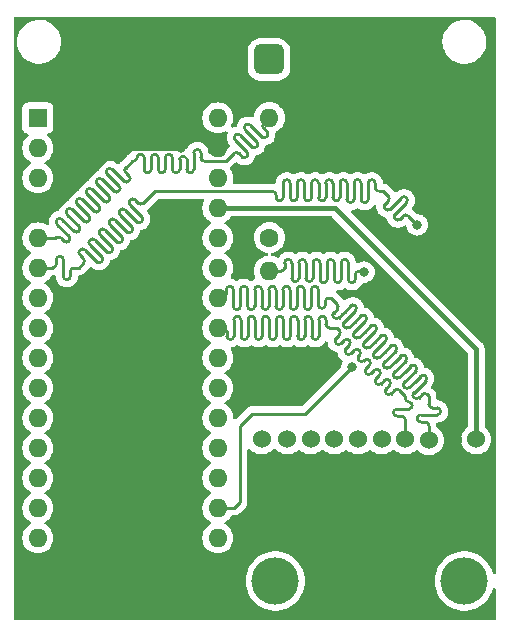
<source format=gbr>
G04 #@! TF.GenerationSoftware,KiCad,Pcbnew,(6.0.2)*
G04 #@! TF.CreationDate,2022-06-05T11:24:39+02:00*
G04 #@! TF.ProjectId,Whame,5768616d-652e-46b6-9963-61645f706362,rev?*
G04 #@! TF.SameCoordinates,Original*
G04 #@! TF.FileFunction,Copper,L2,Bot*
G04 #@! TF.FilePolarity,Positive*
%FSLAX46Y46*%
G04 Gerber Fmt 4.6, Leading zero omitted, Abs format (unit mm)*
G04 Created by KiCad (PCBNEW (6.0.2)) date 2022-06-05 11:24:39*
%MOMM*%
%LPD*%
G01*
G04 APERTURE LIST*
G04 Aperture macros list*
%AMRoundRect*
0 Rectangle with rounded corners*
0 $1 Rounding radius*
0 $2 $3 $4 $5 $6 $7 $8 $9 X,Y pos of 4 corners*
0 Add a 4 corners polygon primitive as box body*
4,1,4,$2,$3,$4,$5,$6,$7,$8,$9,$2,$3,0*
0 Add four circle primitives for the rounded corners*
1,1,$1+$1,$2,$3*
1,1,$1+$1,$4,$5*
1,1,$1+$1,$6,$7*
1,1,$1+$1,$8,$9*
0 Add four rect primitives between the rounded corners*
20,1,$1+$1,$2,$3,$4,$5,0*
20,1,$1+$1,$4,$5,$6,$7,0*
20,1,$1+$1,$6,$7,$8,$9,0*
20,1,$1+$1,$8,$9,$2,$3,0*%
G04 Aperture macros list end*
G04 #@! TA.AperFunction,ComponentPad*
%ADD10C,1.524000*%
G04 #@! TD*
G04 #@! TA.AperFunction,ComponentPad*
%ADD11C,4.000000*%
G04 #@! TD*
G04 #@! TA.AperFunction,ComponentPad*
%ADD12C,1.600000*%
G04 #@! TD*
G04 #@! TA.AperFunction,ComponentPad*
%ADD13O,1.600000X1.600000*%
G04 #@! TD*
G04 #@! TA.AperFunction,ComponentPad*
%ADD14R,1.600000X1.600000*%
G04 #@! TD*
G04 #@! TA.AperFunction,ComponentPad*
%ADD15RoundRect,0.650000X-0.650000X-0.650000X0.650000X-0.650000X0.650000X0.650000X-0.650000X0.650000X0*%
G04 #@! TD*
G04 #@! TA.AperFunction,ComponentPad*
%ADD16C,2.600000*%
G04 #@! TD*
G04 #@! TA.AperFunction,ViaPad*
%ADD17C,0.800000*%
G04 #@! TD*
G04 #@! TA.AperFunction,Conductor*
%ADD18C,0.250000*%
G04 #@! TD*
G04 #@! TA.AperFunction,Conductor*
%ADD19C,0.400000*%
G04 #@! TD*
G04 APERTURE END LIST*
D10*
G04 #@! TO.P,U2,10,REGOUT*
G04 #@! TO.N,+7.5V*
X163500000Y-93170000D03*
G04 #@! TO.P,U2,9,AD0*
G04 #@! TO.N,GND*
X161500000Y-93250000D03*
G04 #@! TO.P,U2,8,VLOGIC*
G04 #@! TO.N,Net-(U2-Pad23)*
X159500000Y-93250000D03*
G04 #@! TO.P,U2,7,AUX_SCL*
G04 #@! TO.N,Net-(U2-Pad24)*
X157500000Y-93170000D03*
G04 #@! TO.P,U2,6,AUX_SDA*
G04 #@! TO.N,unconnected-(U2-Pad6)*
X155500000Y-93170000D03*
G04 #@! TO.P,U2,5*
G04 #@! TO.N,N/C*
X153500000Y-93170000D03*
G04 #@! TO.P,U2,4*
X151500000Y-93170000D03*
G04 #@! TO.P,U2,3*
X149500000Y-93170000D03*
G04 #@! TO.P,U2,2*
X147500000Y-93170000D03*
G04 #@! TO.P,U2,1,CLKIN*
G04 #@! TO.N,unconnected-(U2-Pad1)*
X145340000Y-93170000D03*
D11*
G04 #@! TO.P,U2,*
G04 #@! TO.N,*
X146500000Y-105170000D03*
X162500000Y-105170000D03*
G04 #@! TD*
D12*
G04 #@! TO.P,R1,1*
G04 #@! TO.N,Net-(R2-PadP$2)*
X146000000Y-76080000D03*
D13*
G04 #@! TO.P,R1,2*
G04 #@! TO.N,Net-(R1-PadP$2)*
X146000000Y-65920000D03*
G04 #@! TD*
G04 #@! TO.P,A1,30,VIN*
G04 #@! TO.N,N/C*
X141630000Y-65950000D03*
G04 #@! TO.P,A1,29,GND*
G04 #@! TO.N,GND*
X141630000Y-68490000D03*
G04 #@! TO.P,A1,28,~{RESET}*
G04 #@! TO.N,unconnected-(A1-Pad28)*
X141630000Y-71030000D03*
G04 #@! TO.P,A1,27,+5V*
G04 #@! TO.N,+7.5V*
X141630000Y-73570000D03*
G04 #@! TO.P,A1,26,A7*
G04 #@! TO.N,unconnected-(A1-Pad26)*
X141630000Y-76110000D03*
G04 #@! TO.P,A1,25,A6*
G04 #@! TO.N,unconnected-(A1-Pad25)*
X141630000Y-78650000D03*
G04 #@! TO.P,A1,24,SCL/A5*
G04 #@! TO.N,Net-(U2-Pad23)*
X141630000Y-81190000D03*
G04 #@! TO.P,A1,23,SDA/A4*
G04 #@! TO.N,Net-(U2-Pad24)*
X141630000Y-83730000D03*
G04 #@! TO.P,A1,22,A3*
G04 #@! TO.N,unconnected-(A1-Pad22)*
X141630000Y-86270000D03*
G04 #@! TO.P,A1,21,A2*
G04 #@! TO.N,unconnected-(A1-Pad21)*
X141630000Y-88810000D03*
G04 #@! TO.P,A1,20,A1*
G04 #@! TO.N,unconnected-(A1-Pad20)*
X141630000Y-91350000D03*
G04 #@! TO.P,A1,19,A0*
G04 #@! TO.N,unconnected-(A1-Pad19)*
X141630000Y-93890000D03*
G04 #@! TO.P,A1,18,AREF*
G04 #@! TO.N,unconnected-(A1-Pad18)*
X141630000Y-96430000D03*
G04 #@! TO.P,A1,17,3V3*
G04 #@! TO.N,Net-(U1-Pad11)*
X141630000Y-98970000D03*
G04 #@! TO.P,A1,16,SCK*
G04 #@! TO.N,unconnected-(A1-Pad16)*
X141630000Y-101510000D03*
G04 #@! TO.P,A1,15,MISO*
G04 #@! TO.N,unconnected-(A1-Pad15)*
X126390000Y-101510000D03*
G04 #@! TO.P,A1,14,MOSI*
G04 #@! TO.N,unconnected-(A1-Pad14)*
X126390000Y-98970000D03*
G04 #@! TO.P,A1,13,D10*
G04 #@! TO.N,unconnected-(A1-Pad13)*
X126390000Y-96430000D03*
G04 #@! TO.P,A1,12,D9*
G04 #@! TO.N,unconnected-(A1-Pad12)*
X126390000Y-93890000D03*
G04 #@! TO.P,A1,11,D8*
G04 #@! TO.N,unconnected-(A1-Pad11)*
X126390000Y-91350000D03*
G04 #@! TO.P,A1,10,D7*
G04 #@! TO.N,unconnected-(A1-Pad10)*
X126390000Y-88810000D03*
G04 #@! TO.P,A1,9,D6*
G04 #@! TO.N,unconnected-(A1-Pad9)*
X126390000Y-86270000D03*
G04 #@! TO.P,A1,8,D5*
G04 #@! TO.N,unconnected-(A1-Pad8)*
X126390000Y-83730000D03*
G04 #@! TO.P,A1,7,D4*
G04 #@! TO.N,unconnected-(A1-Pad7)*
X126390000Y-81190000D03*
G04 #@! TO.P,A1,6,D3*
G04 #@! TO.N,Net-(U1-Pad14)*
X126390000Y-78650000D03*
G04 #@! TO.P,A1,5,D2*
G04 #@! TO.N,Net-(R1-PadP$2)*
X126390000Y-76110000D03*
G04 #@! TO.P,A1,4,GND*
G04 #@! TO.N,GND*
X126390000Y-73570000D03*
G04 #@! TO.P,A1,3,~{RESET}*
G04 #@! TO.N,unconnected-(A1-Pad3)*
X126390000Y-71030000D03*
G04 #@! TO.P,A1,2,RX1*
G04 #@! TO.N,N/C*
X126390000Y-68490000D03*
D14*
G04 #@! TO.P,A1,1,TX1*
X126390000Y-65950000D03*
G04 #@! TD*
D15*
G04 #@! TO.P,J1,1,Pin_1*
G04 #@! TO.N,+7.5V*
X145960000Y-61000000D03*
D16*
G04 #@! TO.P,J1,2,Pin_2*
G04 #@! TO.N,GND*
X151040000Y-61000000D03*
G04 #@! TD*
D12*
G04 #@! TO.P,R2,1*
G04 #@! TO.N,GND*
X146000000Y-89080000D03*
D13*
G04 #@! TO.P,R2,2*
G04 #@! TO.N,Net-(R2-PadP$2)*
X146000000Y-78920000D03*
G04 #@! TD*
D17*
G04 #@! TO.N,Net-(U1-Pad14)*
X158500000Y-75000000D03*
G04 #@! TO.N,GND*
X138490000Y-68490000D03*
G04 #@! TO.N,Net-(U1-Pad11)*
X153000000Y-87000000D03*
G04 #@! TO.N,Net-(R2-PadP$2)*
X154000000Y-79000000D03*
G04 #@! TD*
D18*
G04 #@! TO.N,Net-(R1-PadP$2)*
X138385489Y-70314511D02*
X138385489Y-69614511D01*
X130718432Y-74271515D02*
X129728485Y-73281567D01*
X145788432Y-67121515D02*
X145505589Y-66838672D01*
X134385489Y-69614511D02*
X134485489Y-69614511D01*
X144374220Y-66555833D02*
X145364168Y-67545780D01*
X130718432Y-74271514D02*
X130718432Y-74271515D01*
X137185489Y-69614511D02*
X137185489Y-69314511D01*
X129304220Y-73705834D02*
X129304220Y-73705833D01*
X135385489Y-69614511D02*
X135385489Y-70314511D01*
X143525689Y-67404364D02*
X144515637Y-68394311D01*
X137785489Y-69314511D02*
X137785489Y-69614511D01*
X129304220Y-73705833D02*
X130294168Y-74695780D01*
X143384264Y-68960000D02*
X143667106Y-69242842D01*
X145505589Y-66414408D02*
X145891075Y-66028925D01*
X138985489Y-69614511D02*
X138985489Y-70314511D01*
X144374220Y-66555834D02*
X144374220Y-66555833D01*
X140185489Y-68914511D02*
X140185489Y-69314511D01*
X133829713Y-70170284D02*
X134385489Y-69614511D01*
X132415494Y-72574453D02*
X131425547Y-71584505D01*
X128455689Y-74554364D02*
X129445637Y-75544311D01*
X139585489Y-69614511D02*
X139585489Y-68914511D01*
X138385489Y-69614511D02*
X138385489Y-69414511D01*
X133264025Y-71725921D02*
X133264025Y-71725922D01*
X130152751Y-72857303D02*
X130152751Y-72857302D01*
X137785489Y-69614511D02*
X137785489Y-70314511D01*
X131566963Y-73422984D02*
X130577016Y-72433036D01*
X131849813Y-71160240D02*
X132839761Y-72150187D01*
X135985489Y-70314511D02*
X135985489Y-69614511D01*
X140485489Y-69614511D02*
X142305489Y-69614511D01*
X138985489Y-69414511D02*
X138985489Y-69614511D01*
X136585489Y-69314511D02*
X136585489Y-69614511D01*
X128314264Y-76110000D02*
X128597106Y-76392842D01*
X131001282Y-72008771D02*
X131991230Y-72998718D01*
X138585489Y-69214511D02*
X138785489Y-69214511D01*
X135385489Y-69314511D02*
X135385489Y-69614511D01*
X128455689Y-74554365D02*
X128455689Y-74554364D01*
X145891075Y-66028925D02*
X146000000Y-65920000D01*
X129021370Y-75968577D02*
X128031423Y-74978629D01*
X129021370Y-75968576D02*
X129021370Y-75968577D01*
X130152751Y-72857302D02*
X131142699Y-73847249D01*
X131001282Y-72008772D02*
X131001282Y-72008771D01*
X131849813Y-71160241D02*
X131849813Y-71160240D01*
X129869901Y-75120045D02*
X129869901Y-75120046D01*
X144091370Y-68818577D02*
X143101423Y-67828629D01*
X139585489Y-70314511D02*
X139585489Y-69614511D01*
X142305489Y-69614511D02*
X142960000Y-68960000D01*
X132698344Y-70311710D02*
X132698344Y-70311709D01*
X135985489Y-69614511D02*
X135985489Y-69314511D01*
X133264025Y-71725922D02*
X132274078Y-70735974D01*
X131566963Y-73422983D02*
X131566963Y-73422984D01*
X143525689Y-67404365D02*
X143525689Y-67404364D01*
X144939901Y-67970046D02*
X143949954Y-66980098D01*
X129869901Y-75120046D02*
X128879954Y-74130098D01*
X132415494Y-72574452D02*
X132415494Y-72574453D01*
X132698344Y-70311709D02*
X133688292Y-71301656D01*
X136585489Y-69614511D02*
X136585489Y-70314511D01*
X144939901Y-67970045D02*
X144939901Y-67970046D01*
X126390000Y-76110000D02*
X127890000Y-76110000D01*
X144091370Y-68818576D02*
X144091370Y-68818577D01*
X134112556Y-70877391D02*
X133829713Y-70594548D01*
X137185489Y-70314511D02*
X137185489Y-69614511D01*
X134112556Y-70877390D02*
X134112556Y-70877391D01*
X145788432Y-67121514D02*
X145788432Y-67121515D01*
X144939901Y-67970045D02*
G75*
G02*
X144939901Y-68394311I-212134J-212133D01*
G01*
X132415493Y-72998717D02*
G75*
G02*
X131991231Y-72998717I-212131J212131D01*
G01*
X128314263Y-76110001D02*
G75*
G03*
X127890001Y-76110001I-212131J-212131D01*
G01*
X144374219Y-66555835D02*
G75*
G03*
X143949955Y-66555835I-212132J-212130D01*
G01*
X129304219Y-73705835D02*
G75*
G03*
X128879955Y-73705835I-212132J-212130D01*
G01*
X144091369Y-69242841D02*
G75*
G02*
X143667107Y-69242841I-212131J212131D01*
G01*
X137485489Y-69014511D02*
G75*
G03*
X137185489Y-69314511I0J-300000D01*
G01*
X133264025Y-71725921D02*
G75*
G02*
X133264025Y-72150187I-212134J-212133D01*
G01*
X129869901Y-75120045D02*
G75*
G02*
X129869901Y-75544311I-212134J-212133D01*
G01*
X145788431Y-67545779D02*
G75*
G02*
X145364169Y-67545779I-212131J212131D01*
G01*
X135985489Y-70314511D02*
G75*
G02*
X135685489Y-70614511I-300000J0D01*
G01*
X140185489Y-68914511D02*
G75*
G03*
X139885489Y-68614511I-300000J0D01*
G01*
X128879955Y-73705835D02*
G75*
G03*
X128879955Y-74130097I212131J-212131D01*
G01*
X130718431Y-74695779D02*
G75*
G02*
X130294169Y-74695779I-212131J212131D01*
G01*
X143384263Y-68960001D02*
G75*
G03*
X142960001Y-68960001I-212131J-212131D01*
G01*
X143949955Y-66555835D02*
G75*
G03*
X143949955Y-66980097I212131J-212131D01*
G01*
X137185489Y-70314511D02*
G75*
G02*
X136885489Y-70614511I-300000J0D01*
G01*
X128031424Y-74554366D02*
G75*
G03*
X128031424Y-74978628I212131J-212131D01*
G01*
X143101424Y-67404366D02*
G75*
G03*
X143101424Y-67828628I212131J-212131D01*
G01*
X145505590Y-66414409D02*
G75*
G03*
X145505590Y-66838671I212131J-212131D01*
G01*
X138085489Y-70614511D02*
G75*
G02*
X137785489Y-70314511I0J300000D01*
G01*
X130577017Y-72008773D02*
G75*
G03*
X130577017Y-72433035I212131J-212131D01*
G01*
X134785489Y-69314511D02*
G75*
G02*
X134485489Y-69614511I-300000J0D01*
G01*
X132415494Y-72574452D02*
G75*
G02*
X132415494Y-72998718I-212134J-212133D01*
G01*
X131566962Y-73847248D02*
G75*
G02*
X131142700Y-73847248I-212131J212131D01*
G01*
X131001281Y-72008773D02*
G75*
G03*
X130577017Y-72008773I-212132J-212130D01*
G01*
X135385489Y-69314511D02*
G75*
G03*
X135085489Y-69014511I-300000J0D01*
G01*
X134112556Y-70877390D02*
G75*
G02*
X134112556Y-71301656I-212134J-212133D01*
G01*
X129021369Y-76392841D02*
G75*
G02*
X128597107Y-76392841I-212131J212131D01*
G01*
X129728486Y-72857304D02*
G75*
G03*
X129728486Y-73281566I212131J-212131D01*
G01*
X135085489Y-69014511D02*
G75*
G03*
X134785489Y-69314511I0J-300000D01*
G01*
X132698343Y-70311711D02*
G75*
G03*
X132274079Y-70311711I-212132J-212130D01*
G01*
X143525688Y-67404366D02*
G75*
G03*
X143101424Y-67404366I-212132J-212130D01*
G01*
X130152750Y-72857304D02*
G75*
G03*
X129728486Y-72857304I-212132J-212130D01*
G01*
X139885489Y-68614511D02*
G75*
G03*
X139585489Y-68914511I0J-300000D01*
G01*
X133829714Y-70170285D02*
G75*
G03*
X133829714Y-70594547I212131J-212131D01*
G01*
X129869900Y-75544310D02*
G75*
G02*
X129445638Y-75544310I-212131J212131D01*
G01*
X145788432Y-67121514D02*
G75*
G02*
X145788432Y-67545780I-212134J-212133D01*
G01*
X134112555Y-71301655D02*
G75*
G02*
X133688293Y-71301655I-212131J212131D01*
G01*
X138585489Y-69214511D02*
G75*
G03*
X138385489Y-69414511I1J-200001D01*
G01*
X137785489Y-69314511D02*
G75*
G03*
X137485489Y-69014511I-300000J0D01*
G01*
X144939900Y-68394310D02*
G75*
G02*
X144515638Y-68394310I-212131J212131D01*
G01*
X138385489Y-70314511D02*
G75*
G02*
X138085489Y-70614511I-300000J0D01*
G01*
X135685489Y-70614511D02*
G75*
G02*
X135385489Y-70314511I0J300000D01*
G01*
X129021370Y-75968576D02*
G75*
G02*
X129021370Y-76392842I-212134J-212133D01*
G01*
X136885489Y-70614511D02*
G75*
G02*
X136585489Y-70314511I0J300000D01*
G01*
X138985489Y-69414511D02*
G75*
G03*
X138785489Y-69214511I-200001J-1D01*
G01*
X131849812Y-71160242D02*
G75*
G03*
X131425548Y-71160242I-212132J-212130D01*
G01*
X132274079Y-70311711D02*
G75*
G03*
X132274079Y-70735973I212131J-212131D01*
G01*
X133264024Y-72150186D02*
G75*
G02*
X132839762Y-72150186I-212131J212131D01*
G01*
X130718432Y-74271514D02*
G75*
G02*
X130718432Y-74695780I-212134J-212133D01*
G01*
X136585489Y-69314511D02*
G75*
G03*
X136285489Y-69014511I-300000J0D01*
G01*
X139285489Y-70614511D02*
G75*
G02*
X138985489Y-70314511I0J300000D01*
G01*
X128455688Y-74554366D02*
G75*
G03*
X128031424Y-74554366I-212132J-212130D01*
G01*
X136285489Y-69014511D02*
G75*
G03*
X135985489Y-69314511I0J-300000D01*
G01*
X140485489Y-69614511D02*
G75*
G02*
X140185489Y-69314511I0J300000D01*
G01*
X139585489Y-70314511D02*
G75*
G02*
X139285489Y-70614511I-300000J0D01*
G01*
X131566963Y-73422983D02*
G75*
G02*
X131566963Y-73847249I-212134J-212133D01*
G01*
X131425548Y-71160242D02*
G75*
G03*
X131425548Y-71584504I212131J-212131D01*
G01*
X144091370Y-68818576D02*
G75*
G02*
X144091370Y-69242842I-212134J-212133D01*
G01*
G04 #@! TO.N,Net-(U1-Pad14)*
X156901468Y-73825733D02*
X157113600Y-73613601D01*
X157325734Y-74249999D02*
X157055932Y-74519802D01*
X134905827Y-73169912D02*
X134622984Y-72887069D01*
X145050202Y-72154511D02*
X136345489Y-72154511D01*
X154954511Y-71854511D02*
X154954511Y-71472952D01*
X156689336Y-73189336D02*
X156477202Y-73401467D01*
X148954511Y-72686070D02*
X148954511Y-72154511D01*
X134764401Y-74725547D02*
X133774453Y-73735600D01*
X127950000Y-77950000D02*
X127950000Y-78350000D01*
X129150000Y-78950000D02*
X129150000Y-79350000D01*
X131794541Y-77695406D02*
X131794541Y-77695405D01*
X147154511Y-72154511D02*
X147154511Y-72686070D01*
X157171271Y-72707402D02*
X156689336Y-73189336D01*
X150154511Y-72154511D02*
X150154511Y-71472952D01*
X151954511Y-72154511D02*
X151954511Y-72686070D01*
X136345489Y-72154511D02*
X135732761Y-72767239D01*
X135732761Y-72767239D02*
X135330091Y-73169912D01*
X128550000Y-79350000D02*
X128550000Y-78350000D01*
X131370277Y-78119671D02*
X130380329Y-77129724D01*
X133067339Y-76422609D02*
X132077391Y-75432662D01*
X146254511Y-72154511D02*
X145050202Y-72154511D01*
X155783135Y-73247005D02*
X155783135Y-73247004D01*
X129956063Y-77553989D02*
X130238905Y-77836831D01*
X134198718Y-73311334D02*
X135188665Y-74301282D01*
X151354511Y-72154511D02*
X151354511Y-71472952D01*
X158500000Y-75000000D02*
X157750000Y-74250000D01*
X153754511Y-72154511D02*
X153754511Y-71472952D01*
X149554511Y-71472952D02*
X149554511Y-72154511D01*
X148354511Y-72154511D02*
X148354511Y-72686070D01*
X149554511Y-72154511D02*
X149554511Y-72686070D01*
X150154511Y-72686070D02*
X150154511Y-72154511D01*
X156631667Y-74095537D02*
X156901468Y-73825733D01*
X132643072Y-76846875D02*
X132643072Y-76846874D01*
X152554511Y-72836070D02*
X152554511Y-72154511D01*
X130804594Y-76705458D02*
X131794541Y-77695406D01*
X157113600Y-73613601D02*
X157113602Y-73613602D01*
X156052937Y-72552936D02*
X155654511Y-72154511D01*
X150754511Y-72154511D02*
X150754511Y-72686070D01*
X134622984Y-72887069D02*
X134622984Y-72887070D01*
X156631668Y-74519802D02*
X156631666Y-74519801D01*
X151954511Y-71472952D02*
X151954511Y-72154511D01*
X152554511Y-72154511D02*
X152554511Y-71472952D01*
X151354511Y-72686070D02*
X151354511Y-72154511D01*
X129850000Y-78650000D02*
X129450000Y-78650000D01*
X128550000Y-78350000D02*
X128550000Y-77950000D01*
X133774453Y-73735600D02*
X133774453Y-73735601D01*
X156052938Y-72552938D02*
X156052937Y-72552936D01*
X157325735Y-74249999D02*
X157325734Y-74249999D01*
X150754511Y-71472952D02*
X150754511Y-72154511D01*
X153154511Y-72154511D02*
X153154511Y-72836070D01*
X157171271Y-72707401D02*
X157171271Y-72707402D01*
X131228860Y-76281193D02*
X131228860Y-76281194D01*
X127650000Y-78650000D02*
X126390000Y-78650000D01*
X148954511Y-72154511D02*
X148954511Y-71472952D01*
X130238905Y-78261095D02*
X129850000Y-78650000D01*
X153154511Y-71472952D02*
X153154511Y-72154511D01*
X155654511Y-72154511D02*
X155254511Y-72154511D01*
X132218808Y-77271140D02*
X131228860Y-76281193D01*
X133350187Y-74159865D02*
X134340134Y-75149813D01*
X132925922Y-74584131D02*
X132925922Y-74584132D01*
X146554511Y-72686070D02*
X146554511Y-72454511D01*
X147754511Y-72686070D02*
X147754511Y-72154511D01*
X135188665Y-74301282D02*
X135188665Y-74301281D01*
X132501656Y-75008396D02*
X133491603Y-75998344D01*
X132077391Y-75432662D02*
X132077391Y-75432663D01*
X154354511Y-71472952D02*
X154354511Y-71854511D01*
X133915870Y-75574078D02*
X132925922Y-74584131D01*
X147754511Y-72154511D02*
X147754511Y-71472952D01*
X156477202Y-73401467D02*
X156207400Y-73671269D01*
X155783135Y-73247004D02*
X156052938Y-72977202D01*
X130380329Y-77129724D02*
X130380329Y-77129725D01*
X156631665Y-74095536D02*
X156631667Y-74095537D01*
X157595537Y-72707402D02*
X157595536Y-72707402D01*
X148354511Y-71472952D02*
X148354511Y-72154511D01*
X131653125Y-75856927D02*
X132643072Y-76846875D01*
X133491603Y-75998344D02*
X133491603Y-75998343D01*
X134340134Y-75149813D02*
X134340134Y-75149812D01*
X153754511Y-72836070D02*
X153754511Y-72154511D01*
X154354511Y-71854511D02*
X154354511Y-72836070D01*
X147154511Y-71472952D02*
X147154511Y-72154511D01*
X157113602Y-73613602D02*
X157595536Y-73131667D01*
X155783135Y-73671270D02*
X155783136Y-73671270D01*
X129150000Y-78950000D02*
G75*
G02*
X129450000Y-78650000I300000J0D01*
G01*
X157325735Y-74249999D02*
G75*
G02*
X157750000Y-74250000I212132J-212128D01*
G01*
X132501657Y-74584133D02*
G75*
G02*
X132925921Y-74584133I212132J-212130D01*
G01*
X135188665Y-74725547D02*
G75*
G03*
X135188665Y-74301281I-212134J212133D01*
G01*
X146854511Y-72986070D02*
G75*
G03*
X147154511Y-72686070I0J300000D01*
G01*
X152254511Y-71172952D02*
G75*
G02*
X152554511Y-71472952I0J-300000D01*
G01*
X133350188Y-74159864D02*
G75*
G02*
X133350188Y-73735602I212131J212131D01*
G01*
X127950000Y-77950000D02*
G75*
G02*
X128250000Y-77650000I300000J0D01*
G01*
X146254511Y-72154511D02*
G75*
G02*
X146554511Y-72454511I0J-300000D01*
G01*
X154654511Y-71172952D02*
G75*
G02*
X154954511Y-71472952I0J-300000D01*
G01*
X149254511Y-72986070D02*
G75*
G03*
X149554511Y-72686070I0J300000D01*
G01*
X131794541Y-78119671D02*
G75*
G03*
X131794541Y-77695405I-212134J212133D01*
G01*
X132643072Y-77271140D02*
G75*
G03*
X132643072Y-76846874I-212134J212133D01*
G01*
X133491603Y-76422609D02*
G75*
G03*
X133491603Y-75998343I-212134J212133D01*
G01*
X155783135Y-73247005D02*
G75*
G03*
X155783136Y-73671270I212128J-212132D01*
G01*
X153454511Y-71172952D02*
G75*
G02*
X153754511Y-71472952I0J-300000D01*
G01*
X133350188Y-73735602D02*
G75*
G02*
X133774452Y-73735602I212132J-212130D01*
G01*
X156631669Y-74519801D02*
G75*
G03*
X157055931Y-74519801I212131J212131D01*
G01*
X129956064Y-77129726D02*
G75*
G02*
X130380328Y-77129726I212132J-212130D01*
G01*
X134905828Y-73169911D02*
G75*
G03*
X135330090Y-73169911I212131J212131D01*
G01*
X151354511Y-72686070D02*
G75*
G03*
X151654511Y-72986070I300000J0D01*
G01*
X151054511Y-71172952D02*
G75*
G02*
X151354511Y-71472952I0J-300000D01*
G01*
X153754511Y-72836070D02*
G75*
G03*
X154054511Y-73136070I300000J0D01*
G01*
X151654511Y-72986070D02*
G75*
G03*
X151954511Y-72686070I0J300000D01*
G01*
X131653126Y-75432664D02*
G75*
G02*
X132077390Y-75432664I212132J-212130D01*
G01*
X148954511Y-72686070D02*
G75*
G03*
X149254511Y-72986070I300000J0D01*
G01*
X157171272Y-72707402D02*
G75*
G02*
X157595535Y-72707403I212131J-212131D01*
G01*
X132501657Y-75008395D02*
G75*
G02*
X132501657Y-74584133I212131J212131D01*
G01*
X152554511Y-72836070D02*
G75*
G03*
X152854511Y-73136070I300000J0D01*
G01*
X134764402Y-74725546D02*
G75*
G03*
X135188664Y-74725546I212131J212131D01*
G01*
X155783135Y-73671270D02*
G75*
G03*
X156207400Y-73671269I212132J212128D01*
G01*
X130238904Y-78261094D02*
G75*
G03*
X130238904Y-77836832I-212131J212131D01*
G01*
X128250000Y-77650000D02*
G75*
G02*
X128550000Y-77950000I0J-300000D01*
G01*
X146554511Y-72686070D02*
G75*
G03*
X146854511Y-72986070I300000J0D01*
G01*
X149854511Y-71172952D02*
G75*
G02*
X150154511Y-71472952I0J-300000D01*
G01*
X133915871Y-75574077D02*
G75*
G03*
X134340133Y-75574077I212131J212131D01*
G01*
X132218809Y-77271139D02*
G75*
G03*
X132643071Y-77271139I212131J212131D01*
G01*
X134198719Y-73311333D02*
G75*
G02*
X134198719Y-72887071I212131J212131D01*
G01*
X156631665Y-74095536D02*
G75*
G03*
X156631666Y-74519801I212135J-212132D01*
G01*
X128550000Y-79350000D02*
G75*
G03*
X128850000Y-79650000I300000J0D01*
G01*
X147454511Y-71172952D02*
G75*
G02*
X147754511Y-71472952I0J-300000D01*
G01*
X148654511Y-71172952D02*
G75*
G02*
X148954511Y-71472952I0J-300000D01*
G01*
X129956064Y-77553988D02*
G75*
G02*
X129956064Y-77129726I212131J212131D01*
G01*
X128850000Y-79650000D02*
G75*
G03*
X129150000Y-79350000I0J300000D01*
G01*
X157595536Y-72707403D02*
G75*
G02*
X157595535Y-73131666I-212131J-212131D01*
G01*
X131653126Y-75856926D02*
G75*
G02*
X131653126Y-75432664I212131J212131D01*
G01*
X152854511Y-73136070D02*
G75*
G03*
X153154511Y-72836070I0J300000D01*
G01*
X149554511Y-71472952D02*
G75*
G02*
X149854511Y-71172952I300000J0D01*
G01*
X127650000Y-78650000D02*
G75*
G03*
X127950000Y-78350000I0J300000D01*
G01*
X130804595Y-76705457D02*
G75*
G02*
X130804595Y-76281195I212131J212131D01*
G01*
X147154511Y-71472952D02*
G75*
G02*
X147454511Y-71172952I300000J0D01*
G01*
X133067340Y-76422608D02*
G75*
G03*
X133491602Y-76422608I212131J212131D01*
G01*
X150454511Y-72986070D02*
G75*
G03*
X150754511Y-72686070I0J300000D01*
G01*
X156052937Y-72552939D02*
G75*
G02*
X156052937Y-72977201I-212131J-212131D01*
G01*
X148354511Y-71472952D02*
G75*
G02*
X148654511Y-71172952I300000J0D01*
G01*
X150754511Y-71472952D02*
G75*
G02*
X151054511Y-71172952I300000J0D01*
G01*
X150154511Y-72686070D02*
G75*
G03*
X150454511Y-72986070I300000J0D01*
G01*
X134198719Y-72887071D02*
G75*
G02*
X134622983Y-72887071I212132J-212130D01*
G01*
X154054511Y-73136070D02*
G75*
G03*
X154354511Y-72836070I0J300000D01*
G01*
X154354511Y-71472952D02*
G75*
G02*
X154654511Y-71172952I300000J0D01*
G01*
X131370278Y-78119670D02*
G75*
G03*
X131794540Y-78119670I212131J212131D01*
G01*
X134340134Y-75574078D02*
G75*
G03*
X134340134Y-75149812I-212134J212133D01*
G01*
X153154511Y-71472952D02*
G75*
G02*
X153454511Y-71172952I300000J0D01*
G01*
X154954511Y-71854511D02*
G75*
G03*
X155254511Y-72154511I300000J0D01*
G01*
X151954511Y-71472952D02*
G75*
G02*
X152254511Y-71172952I300000J0D01*
G01*
X148054511Y-72986070D02*
G75*
G03*
X148354511Y-72686070I0J300000D01*
G01*
X147754511Y-72686070D02*
G75*
G03*
X148054511Y-72986070I300000J0D01*
G01*
X130804595Y-76281195D02*
G75*
G02*
X131228859Y-76281195I212132J-212130D01*
G01*
D19*
G04 #@! TO.N,GND*
X133010000Y-68490000D02*
X127930000Y-73570000D01*
X127930000Y-73570000D02*
X126390000Y-73570000D01*
X138490000Y-68490000D02*
X133010000Y-68490000D01*
D18*
G04 #@! TO.N,Net-(U1-Pad11)*
X153000000Y-87000000D02*
X149000000Y-91000000D01*
X143030000Y-98970000D02*
X141630000Y-98970000D01*
X149000000Y-91000000D02*
X144500000Y-91000000D01*
X144500000Y-91000000D02*
X143500000Y-92000000D01*
X143500000Y-98500000D02*
X143030000Y-98970000D01*
X143500000Y-92000000D02*
X143500000Y-98500000D01*
G04 #@! TO.N,Net-(U2-Pad24)*
X152338119Y-84762384D02*
X152055277Y-85045227D01*
X145980000Y-84430000D02*
X145980000Y-83730000D01*
X154035177Y-86459442D02*
X153999822Y-86494798D01*
X145380000Y-83030000D02*
X145380000Y-83730000D01*
X157500000Y-89500000D02*
X157005030Y-89005030D01*
X145380000Y-83730000D02*
X145380000Y-84430000D01*
X156580764Y-89005029D02*
X156297922Y-89287872D01*
X148980000Y-83730000D02*
X148980000Y-84430000D01*
X154459442Y-86459442D02*
X154459443Y-86459443D01*
X152762384Y-84762384D02*
X152762385Y-84762385D01*
X144780000Y-83730000D02*
X144780000Y-83030000D01*
X155732235Y-88156500D02*
X155449393Y-88439343D01*
X153575557Y-86070533D02*
X153575557Y-86070532D01*
X142080000Y-83730000D02*
X141630000Y-83730000D01*
X154176599Y-87166549D02*
X154176599Y-87166548D01*
X152479541Y-85469491D02*
X152479541Y-85469490D01*
X150180000Y-83030000D02*
X150180000Y-83430000D01*
X157200000Y-91200000D02*
X156800000Y-91200000D01*
X155873657Y-88863606D02*
X156156500Y-88580764D01*
X154035178Y-86459442D02*
X154035177Y-86459442D01*
X154883706Y-87307971D02*
X154600864Y-87590814D01*
X143580000Y-84430000D02*
X143580000Y-83730000D01*
X147780000Y-83030000D02*
X147780000Y-83730000D01*
X154176599Y-87166548D02*
X154459442Y-86883706D01*
X151913856Y-83913856D02*
X151730000Y-83730000D01*
X151631012Y-84620962D02*
X151631012Y-84620961D01*
X148980000Y-83030000D02*
X148980000Y-83730000D01*
X144780000Y-84430000D02*
X144780000Y-83730000D01*
X149580000Y-84430000D02*
X149580000Y-83730000D01*
X154883707Y-87307971D02*
X154883706Y-87307971D01*
X153186648Y-85610913D02*
X152903806Y-85893756D01*
X143580000Y-83730000D02*
X143580000Y-83030000D01*
X142380000Y-84430000D02*
X142380000Y-84030000D01*
X153575557Y-86070532D02*
X153610913Y-86035177D01*
X157500000Y-89700000D02*
X157500000Y-89500000D01*
X155025128Y-88015077D02*
X155307971Y-87732235D01*
X144180000Y-83030000D02*
X144180000Y-83730000D01*
X145980000Y-83730000D02*
X145980000Y-83030000D01*
X147780000Y-83730000D02*
X147780000Y-84430000D01*
X149580000Y-83730000D02*
X149580000Y-83030000D01*
X142980000Y-83730000D02*
X142980000Y-84430000D01*
X156800000Y-90600000D02*
X157200000Y-90600000D01*
X151631012Y-84620961D02*
X151913855Y-84338119D01*
X146580000Y-83030000D02*
X146580000Y-83730000D01*
X148380000Y-83730000D02*
X148380000Y-83030000D01*
X157200000Y-90600000D02*
X157800000Y-90600000D01*
X152479541Y-85469490D02*
X152762384Y-85186648D01*
X153186649Y-85610913D02*
X153186648Y-85610913D01*
X156156500Y-88156500D02*
X156156501Y-88156501D01*
X155307971Y-87307971D02*
X155307972Y-87307972D01*
X156580765Y-89005029D02*
X156580764Y-89005029D01*
X150180000Y-83430000D02*
X150180000Y-84430000D01*
X144180000Y-83730000D02*
X144180000Y-84430000D01*
X147180000Y-83730000D02*
X147180000Y-83030000D01*
X155873657Y-88863607D02*
X155873657Y-88863606D01*
X155732236Y-88156500D02*
X155732235Y-88156500D01*
X151913855Y-83913855D02*
X151913856Y-83913856D01*
X147180000Y-84430000D02*
X147180000Y-83730000D01*
X157500000Y-93170000D02*
X157500000Y-91500000D01*
X153610913Y-85610913D02*
X153610914Y-85610914D01*
X151730000Y-83730000D02*
X151080000Y-83730000D01*
X146580000Y-83730000D02*
X146580000Y-84430000D01*
X150780000Y-83430000D02*
X150780000Y-83030000D01*
X142980000Y-83030000D02*
X142980000Y-83730000D01*
X152338120Y-84762384D02*
X152338119Y-84762384D01*
X148380000Y-84430000D02*
X148380000Y-83730000D01*
X155025128Y-88015078D02*
X155025128Y-88015077D01*
X144480000Y-82730000D02*
G75*
G02*
X144780000Y-83030000I0J-300000D01*
G01*
X156156499Y-88156501D02*
G75*
G02*
X156156499Y-88580763I-212131J-212131D01*
G01*
X155873659Y-89287871D02*
G75*
G03*
X156297921Y-89287871I212131J212131D01*
G01*
X154035178Y-86459442D02*
G75*
G02*
X154459443Y-86459443I212132J-212128D01*
G01*
X154176599Y-87166549D02*
G75*
G03*
X154176600Y-87590814I212128J-212132D01*
G01*
X156800000Y-90600000D02*
G75*
G03*
X156500000Y-90900000I0J-300000D01*
G01*
X143580000Y-84430000D02*
G75*
G03*
X143880000Y-84730000I300000J0D01*
G01*
X142980000Y-83030000D02*
G75*
G02*
X143280000Y-82730000I300000J0D01*
G01*
X145980000Y-84430000D02*
G75*
G03*
X146280000Y-84730000I300000J0D01*
G01*
X145380000Y-83030000D02*
G75*
G02*
X145680000Y-82730000I300000J0D01*
G01*
X151631014Y-85045226D02*
G75*
G03*
X152055276Y-85045226I212131J212131D01*
G01*
X152762383Y-84762385D02*
G75*
G02*
X152762383Y-85186647I-212131J-212131D01*
G01*
X149880000Y-84730000D02*
G75*
G03*
X150180000Y-84430000I0J300000D01*
G01*
X150780000Y-83430000D02*
G75*
G03*
X151080000Y-83730000I300000J0D01*
G01*
X145680000Y-82730000D02*
G75*
G02*
X145980000Y-83030000I0J-300000D01*
G01*
X146280000Y-84730000D02*
G75*
G03*
X146580000Y-84430000I0J300000D01*
G01*
X146580000Y-83030000D02*
G75*
G02*
X146880000Y-82730000I300000J0D01*
G01*
X148380000Y-84430000D02*
G75*
G03*
X148680000Y-84730000I300000J0D01*
G01*
X158100000Y-90300000D02*
G75*
G02*
X157800000Y-90600000I-300000J0D01*
G01*
X153575559Y-86494797D02*
G75*
G03*
X153999821Y-86494797I212131J212131D01*
G01*
X157800000Y-90000000D02*
G75*
G02*
X158100000Y-90300000I0J-300000D01*
G01*
X156580765Y-89005029D02*
G75*
G02*
X157005030Y-89005030I212132J-212128D01*
G01*
X149280000Y-82730000D02*
G75*
G02*
X149580000Y-83030000I0J-300000D01*
G01*
X152479543Y-85893755D02*
G75*
G03*
X152903805Y-85893755I212131J212131D01*
G01*
X147480000Y-84730000D02*
G75*
G03*
X147780000Y-84430000I0J300000D01*
G01*
X155873657Y-88863607D02*
G75*
G03*
X155873658Y-89287872I212128J-212132D01*
G01*
X142380000Y-84430000D02*
G75*
G03*
X142680000Y-84730000I300000J0D01*
G01*
X152479541Y-85469491D02*
G75*
G03*
X152479542Y-85893756I212128J-212132D01*
G01*
X154176601Y-87590813D02*
G75*
G03*
X154600863Y-87590813I212131J212131D01*
G01*
X142680000Y-84730000D02*
G75*
G03*
X142980000Y-84430000I0J300000D01*
G01*
X144180000Y-83030000D02*
G75*
G02*
X144480000Y-82730000I300000J0D01*
G01*
X153575557Y-86070533D02*
G75*
G03*
X153575558Y-86494798I212128J-212132D01*
G01*
X150180000Y-83030000D02*
G75*
G02*
X150480000Y-82730000I300000J0D01*
G01*
X143880000Y-84730000D02*
G75*
G03*
X144180000Y-84430000I0J300000D01*
G01*
X154883707Y-87307971D02*
G75*
G02*
X155307972Y-87307972I212132J-212128D01*
G01*
X150480000Y-82730000D02*
G75*
G02*
X150780000Y-83030000I0J-300000D01*
G01*
X151913854Y-83913856D02*
G75*
G02*
X151913854Y-84338118I-212131J-212131D01*
G01*
X151631012Y-84620962D02*
G75*
G03*
X151631013Y-85045227I212128J-212132D01*
G01*
X149580000Y-84430000D02*
G75*
G03*
X149880000Y-84730000I300000J0D01*
G01*
X143280000Y-82730000D02*
G75*
G02*
X143580000Y-83030000I0J-300000D01*
G01*
X157200000Y-91200000D02*
G75*
G02*
X157500000Y-91500000I0J-300000D01*
G01*
X153610912Y-85610914D02*
G75*
G02*
X153610912Y-86035176I-212131J-212131D01*
G01*
X154459441Y-86459443D02*
G75*
G02*
X154459441Y-86883705I-212131J-212131D01*
G01*
X155025128Y-88015078D02*
G75*
G03*
X155025129Y-88439343I212128J-212132D01*
G01*
X156500000Y-90900000D02*
G75*
G03*
X156800000Y-91200000I300000J0D01*
G01*
X148980000Y-83030000D02*
G75*
G02*
X149280000Y-82730000I300000J0D01*
G01*
X142080000Y-83730000D02*
G75*
G02*
X142380000Y-84030000I0J-300000D01*
G01*
X148680000Y-84730000D02*
G75*
G03*
X148980000Y-84430000I0J300000D01*
G01*
X155732236Y-88156500D02*
G75*
G02*
X156156501Y-88156501I212132J-212128D01*
G01*
X147180000Y-84430000D02*
G75*
G03*
X147480000Y-84730000I300000J0D01*
G01*
X157500000Y-89700000D02*
G75*
G03*
X157800000Y-90000000I300000J0D01*
G01*
X155307970Y-87307972D02*
G75*
G02*
X155307970Y-87732234I-212131J-212131D01*
G01*
X152338120Y-84762384D02*
G75*
G02*
X152762385Y-84762385I212132J-212128D01*
G01*
X146880000Y-82730000D02*
G75*
G02*
X147180000Y-83030000I0J-300000D01*
G01*
X155025130Y-88439342D02*
G75*
G03*
X155449392Y-88439342I212131J212131D01*
G01*
X153186649Y-85610913D02*
G75*
G02*
X153610914Y-85610914I212132J-212128D01*
G01*
X148080000Y-82730000D02*
G75*
G02*
X148380000Y-83030000I0J-300000D01*
G01*
X144780000Y-84430000D02*
G75*
G03*
X145080000Y-84730000I300000J0D01*
G01*
X145080000Y-84730000D02*
G75*
G03*
X145380000Y-84430000I0J300000D01*
G01*
X147780000Y-83030000D02*
G75*
G02*
X148080000Y-82730000I300000J0D01*
G01*
G04 #@! TO.N,Net-(U2-Pad23)*
X152322834Y-83242072D02*
X153277425Y-82287476D01*
X158792891Y-87802943D02*
X158297916Y-88297916D01*
X159200000Y-91100000D02*
X160200000Y-91100000D01*
X153171365Y-84090604D02*
X153171367Y-84090605D01*
X142940000Y-81190000D02*
X142940000Y-80490000D01*
X154868433Y-85787671D02*
X155823024Y-84833075D01*
X143540000Y-81190000D02*
X143540000Y-81890000D01*
X154868431Y-85787670D02*
X154868433Y-85787671D01*
X152853160Y-81863211D02*
X152853160Y-81863212D01*
X154019900Y-84939138D02*
X154974491Y-83984542D01*
X152146051Y-82570316D02*
X151863209Y-82853158D01*
X150740000Y-81490000D02*
X150740000Y-81790000D01*
X144740000Y-80490000D02*
X144740000Y-81190000D01*
X148340000Y-81190000D02*
X148340000Y-81890000D01*
X148940000Y-81890000D02*
X148940000Y-81190000D01*
X151721787Y-81721786D02*
X151190000Y-81190000D01*
X155716964Y-86636203D02*
X155716966Y-86636204D01*
X155398759Y-84408810D02*
X155398759Y-84408811D01*
X149540000Y-81190000D02*
X149540000Y-81890000D01*
X152853160Y-81863212D02*
X152358185Y-82358185D01*
X155716966Y-86636204D02*
X156671557Y-85681608D01*
X154055251Y-84055251D02*
X153595630Y-84514869D01*
X145940000Y-81190000D02*
X145940000Y-81890000D01*
X145340000Y-81190000D02*
X145340000Y-80490000D01*
X153701693Y-82711745D02*
X153206718Y-83206718D01*
X148340000Y-80490000D02*
X148340000Y-81190000D01*
X155752317Y-85752317D02*
X155292696Y-86211935D01*
X144740000Y-81190000D02*
X144740000Y-81890000D01*
X159500000Y-89500000D02*
X159358580Y-89358580D01*
X157944358Y-86954409D02*
X157944358Y-86954410D01*
X153171367Y-84090605D02*
X154125958Y-83136009D01*
X154550226Y-83560277D02*
X154550226Y-83560278D01*
X153206718Y-83206718D02*
X152747097Y-83666336D01*
X142340000Y-80490000D02*
X142340000Y-80890000D01*
X157414032Y-88333270D02*
X158368623Y-87378674D01*
X151190000Y-81190000D02*
X151040000Y-81190000D01*
X144140000Y-81190000D02*
X144140000Y-80490000D01*
X142040000Y-81190000D02*
X141630000Y-81190000D01*
X158934315Y-89358579D02*
X158934314Y-89358579D01*
X158792891Y-87802942D02*
X158792891Y-87802943D01*
X157095825Y-86105876D02*
X157095825Y-86105877D01*
X156247292Y-85257343D02*
X156247292Y-85257344D01*
X156600850Y-86600850D02*
X156141229Y-87060468D01*
X155398759Y-84408811D02*
X154903784Y-84903784D01*
X150140000Y-81790000D02*
X150140000Y-81490000D01*
X147140000Y-80490000D02*
X147140000Y-81190000D01*
X154019898Y-84939137D02*
X154019900Y-84939138D01*
X148940000Y-81190000D02*
X148940000Y-80490000D01*
X152322832Y-83242071D02*
X152322834Y-83242072D01*
X160200000Y-90500000D02*
X159800000Y-90500000D01*
X142940000Y-81890000D02*
X142940000Y-81190000D01*
X157095825Y-86105877D02*
X156600850Y-86600850D01*
X158227207Y-89217157D02*
X158227207Y-89217156D01*
X159500000Y-93250000D02*
X159500000Y-92000000D01*
X150140000Y-81490000D02*
X150140000Y-80490000D01*
X158934314Y-89358579D02*
X158651472Y-89641422D01*
X145940000Y-80490000D02*
X145940000Y-81190000D01*
X146540000Y-81190000D02*
X146540000Y-80490000D01*
X145340000Y-81890000D02*
X145340000Y-81190000D01*
X159200000Y-91700000D02*
X158800000Y-91700000D01*
X149540000Y-80490000D02*
X149540000Y-81190000D01*
X159500000Y-90200000D02*
X159500000Y-89500000D01*
X144140000Y-81890000D02*
X144140000Y-81190000D01*
X154903784Y-84903784D02*
X154444163Y-85363402D01*
X156565499Y-87484737D02*
X157520090Y-86530141D01*
X151438946Y-82428894D02*
X151721787Y-82146050D01*
X147740000Y-81890000D02*
X147740000Y-81190000D01*
X157414030Y-88333269D02*
X157414032Y-88333270D01*
X147740000Y-81190000D02*
X147740000Y-80490000D01*
X157449383Y-87449383D02*
X156989762Y-87909001D01*
X143540000Y-80490000D02*
X143540000Y-81190000D01*
X158722182Y-88722182D02*
X159217156Y-88227207D01*
X156247292Y-85257344D02*
X155752317Y-85752317D01*
X147140000Y-81190000D02*
X147140000Y-81890000D01*
X146540000Y-81890000D02*
X146540000Y-81190000D01*
X153701693Y-82711744D02*
X153701693Y-82711745D01*
X156565497Y-87484736D02*
X156565499Y-87484737D01*
X154550226Y-83560278D02*
X154055251Y-84055251D01*
X158800000Y-91100000D02*
X159200000Y-91100000D01*
X158297916Y-88297916D02*
X157838295Y-88757534D01*
X151438944Y-82428893D02*
X151438946Y-82428894D01*
X157944358Y-86954410D02*
X157449383Y-87449383D01*
X152358185Y-82358185D02*
X152146051Y-82570316D01*
X158227207Y-89217156D02*
X158722182Y-88722182D01*
X142640000Y-80190000D02*
G75*
G02*
X142940000Y-80490000I0J-300000D01*
G01*
X149540000Y-80490000D02*
G75*
G02*
X149840000Y-80190000I300000J0D01*
G01*
X158227207Y-89217157D02*
G75*
G03*
X158227208Y-89641422I212128J-212132D01*
G01*
X158792892Y-87802943D02*
G75*
G02*
X159217155Y-87802944I212131J-212131D01*
G01*
X147440000Y-80190000D02*
G75*
G02*
X147740000Y-80490000I0J-300000D01*
G01*
X150440000Y-82090000D02*
G75*
G03*
X150740000Y-81790000I0J300000D01*
G01*
X145040000Y-80190000D02*
G75*
G02*
X145340000Y-80490000I0J-300000D01*
G01*
X145340000Y-81890000D02*
G75*
G03*
X145640000Y-82190000I300000J0D01*
G01*
X158500000Y-91400000D02*
G75*
G03*
X158800000Y-91700000I300000J0D01*
G01*
X153701694Y-82711745D02*
G75*
G02*
X154125957Y-82711746I212131J-212131D01*
G01*
X157095826Y-86105877D02*
G75*
G02*
X157520089Y-86105878I212131J-212131D01*
G01*
X148040000Y-82190000D02*
G75*
G03*
X148340000Y-81890000I0J300000D01*
G01*
X155823023Y-84408812D02*
G75*
G02*
X155823023Y-84833074I-212131J-212131D01*
G01*
X154550227Y-83560278D02*
G75*
G02*
X154974490Y-83560279I212131J-212131D01*
G01*
X151721786Y-81721787D02*
G75*
G02*
X151721786Y-82146049I-212131J-212131D01*
G01*
X143540000Y-80490000D02*
G75*
G02*
X143840000Y-80190000I300000J0D01*
G01*
X159217155Y-87802944D02*
G75*
G02*
X159217155Y-88227206I-212131J-212131D01*
G01*
X144740000Y-80490000D02*
G75*
G02*
X145040000Y-80190000I300000J0D01*
G01*
X143840000Y-80190000D02*
G75*
G02*
X144140000Y-80490000I0J-300000D01*
G01*
X143240000Y-82190000D02*
G75*
G03*
X143540000Y-81890000I0J300000D01*
G01*
X158934315Y-89358579D02*
G75*
G02*
X159358580Y-89358580I212132J-212128D01*
G01*
X152322834Y-83666335D02*
G75*
G03*
X152747096Y-83666335I212131J212131D01*
G01*
X159500000Y-90200000D02*
G75*
G03*
X159800000Y-90500000I300000J0D01*
G01*
X154974490Y-83560279D02*
G75*
G02*
X154974490Y-83984541I-212131J-212131D01*
G01*
X155716964Y-86636203D02*
G75*
G03*
X155716965Y-87060468I212135J-212132D01*
G01*
X156671556Y-85257345D02*
G75*
G02*
X156671556Y-85681607I-212131J-212131D01*
G01*
X147140000Y-80490000D02*
G75*
G02*
X147440000Y-80190000I300000J0D01*
G01*
X158227209Y-89641421D02*
G75*
G03*
X158651471Y-89641421I212131J212131D01*
G01*
X148940000Y-81890000D02*
G75*
G03*
X149240000Y-82190000I300000J0D01*
G01*
X156565497Y-87484736D02*
G75*
G03*
X156565498Y-87909001I212135J-212132D01*
G01*
X159200000Y-91700000D02*
G75*
G02*
X159500000Y-92000000I0J-300000D01*
G01*
X152853161Y-81863212D02*
G75*
G02*
X153277424Y-81863213I212131J-212131D01*
G01*
X153171365Y-84090604D02*
G75*
G03*
X153171366Y-84514869I212135J-212132D01*
G01*
X155398760Y-84408811D02*
G75*
G02*
X155823023Y-84408812I212131J-212131D01*
G01*
X154019898Y-84939137D02*
G75*
G03*
X154019899Y-85363402I212135J-212132D01*
G01*
X148640000Y-80190000D02*
G75*
G02*
X148940000Y-80490000I0J-300000D01*
G01*
X147740000Y-81890000D02*
G75*
G03*
X148040000Y-82190000I300000J0D01*
G01*
X156565499Y-87909000D02*
G75*
G03*
X156989761Y-87909000I212131J212131D01*
G01*
X149840000Y-80190000D02*
G75*
G02*
X150140000Y-80490000I0J-300000D01*
G01*
X155716966Y-87060467D02*
G75*
G03*
X156141228Y-87060467I212131J212131D01*
G01*
X154125957Y-82711746D02*
G75*
G02*
X154125957Y-83136008I-212131J-212131D01*
G01*
X153277424Y-81863213D02*
G75*
G02*
X153277424Y-82287475I-212131J-212131D01*
G01*
X142040000Y-81190000D02*
G75*
G03*
X142340000Y-80890000I0J300000D01*
G01*
X157944359Y-86954410D02*
G75*
G02*
X158368622Y-86954411I212131J-212131D01*
G01*
X154868433Y-86211934D02*
G75*
G03*
X155292695Y-86211934I212131J212131D01*
G01*
X157414030Y-88333269D02*
G75*
G03*
X157414031Y-88757534I212135J-212132D01*
G01*
X158368622Y-86954411D02*
G75*
G02*
X158368622Y-87378673I-212131J-212131D01*
G01*
X142940000Y-81890000D02*
G75*
G03*
X143240000Y-82190000I300000J0D01*
G01*
X151438946Y-82853157D02*
G75*
G03*
X151863208Y-82853157I212131J212131D01*
G01*
X150140000Y-81790000D02*
G75*
G03*
X150440000Y-82090000I300000J0D01*
G01*
X144140000Y-81890000D02*
G75*
G03*
X144440000Y-82190000I300000J0D01*
G01*
X149240000Y-82190000D02*
G75*
G03*
X149540000Y-81890000I0J300000D01*
G01*
X158800000Y-91100000D02*
G75*
G03*
X158500000Y-91400000I0J-300000D01*
G01*
X154868431Y-85787670D02*
G75*
G03*
X154868432Y-86211935I212135J-212132D01*
G01*
X152322832Y-83242071D02*
G75*
G03*
X152322833Y-83666336I212135J-212132D01*
G01*
X156247293Y-85257344D02*
G75*
G02*
X156671556Y-85257345I212131J-212131D01*
G01*
X145940000Y-80490000D02*
G75*
G02*
X146240000Y-80190000I300000J0D01*
G01*
X146840000Y-82190000D02*
G75*
G03*
X147140000Y-81890000I0J300000D01*
G01*
X146540000Y-81890000D02*
G75*
G03*
X146840000Y-82190000I300000J0D01*
G01*
X150740000Y-81490000D02*
G75*
G02*
X151040000Y-81190000I300000J0D01*
G01*
X157520089Y-86105878D02*
G75*
G02*
X157520089Y-86530140I-212131J-212131D01*
G01*
X151438944Y-82428893D02*
G75*
G03*
X151438945Y-82853158I212135J-212132D01*
G01*
X145640000Y-82190000D02*
G75*
G03*
X145940000Y-81890000I0J300000D01*
G01*
X157414032Y-88757533D02*
G75*
G03*
X157838294Y-88757533I212131J212131D01*
G01*
X144440000Y-82190000D02*
G75*
G03*
X144740000Y-81890000I0J300000D01*
G01*
X160200000Y-90500000D02*
G75*
G02*
X160500000Y-90800000I0J-300000D01*
G01*
X153171367Y-84514868D02*
G75*
G03*
X153595629Y-84514868I212131J212131D01*
G01*
X148340000Y-80490000D02*
G75*
G02*
X148640000Y-80190000I300000J0D01*
G01*
X146240000Y-80190000D02*
G75*
G02*
X146540000Y-80490000I0J-300000D01*
G01*
X154019900Y-85363401D02*
G75*
G03*
X154444162Y-85363401I212131J212131D01*
G01*
X142340000Y-80490000D02*
G75*
G02*
X142640000Y-80190000I300000J0D01*
G01*
X160500000Y-90800000D02*
G75*
G02*
X160200000Y-91100000I-300000J0D01*
G01*
D19*
G04 #@! TO.N,+7.5V*
X163500000Y-85500000D02*
X163500000Y-93170000D01*
X151570000Y-73570000D02*
X163500000Y-85500000D01*
X141630000Y-73570000D02*
X151570000Y-73570000D01*
D18*
G04 #@! TO.N,Net-(R2-PadP$2)*
X148480000Y-78920000D02*
X148480000Y-79520000D01*
X146980000Y-78920000D02*
X146530979Y-78920000D01*
X150280000Y-78920000D02*
X150280000Y-78220000D01*
X150880000Y-78220000D02*
X150880000Y-78920000D01*
X154000000Y-79000000D02*
X153920000Y-78920000D01*
X146530979Y-78920000D02*
X146000000Y-78920000D01*
X148480000Y-78220000D02*
X148480000Y-78920000D01*
X151480000Y-78920000D02*
X151480000Y-78220000D01*
X153280000Y-79220000D02*
X153280000Y-79620000D01*
X149680000Y-78920000D02*
X149680000Y-79520000D01*
X152080000Y-78920000D02*
X152080000Y-79620000D01*
X147880000Y-79520000D02*
X147880000Y-78920000D01*
X150880000Y-78920000D02*
X150880000Y-79620000D01*
X149680000Y-78220000D02*
X149680000Y-78920000D01*
X152080000Y-78220000D02*
X152080000Y-78920000D01*
X153920000Y-78920000D02*
X153580000Y-78920000D01*
X152680000Y-79620000D02*
X152680000Y-79220000D01*
X151480000Y-79620000D02*
X151480000Y-78920000D01*
X149080000Y-79520000D02*
X149080000Y-78920000D01*
X149080000Y-78920000D02*
X149080000Y-78220000D01*
X147280000Y-78220000D02*
X147280000Y-78620000D01*
X147880000Y-78920000D02*
X147880000Y-78220000D01*
X150280000Y-79620000D02*
X150280000Y-78920000D01*
X152680000Y-79220000D02*
X152680000Y-78220000D01*
X151480000Y-79620000D02*
G75*
G03*
X151780000Y-79920000I300000J0D01*
G01*
X149380000Y-79820000D02*
G75*
G03*
X149680000Y-79520000I0J300000D01*
G01*
X147880000Y-79520000D02*
G75*
G03*
X148180000Y-79820000I300000J0D01*
G01*
X147580000Y-77920000D02*
G75*
G02*
X147880000Y-78220000I0J-300000D01*
G01*
X151780000Y-79920000D02*
G75*
G03*
X152080000Y-79620000I0J300000D01*
G01*
X150880000Y-78220000D02*
G75*
G02*
X151180000Y-77920000I300000J0D01*
G01*
X147280000Y-78220000D02*
G75*
G02*
X147580000Y-77920000I300000J0D01*
G01*
X148780000Y-77920000D02*
G75*
G02*
X149080000Y-78220000I0J-300000D01*
G01*
X149980000Y-77920000D02*
G75*
G02*
X150280000Y-78220000I0J-300000D01*
G01*
X152980000Y-79920000D02*
G75*
G03*
X153280000Y-79620000I0J300000D01*
G01*
X150580000Y-79920000D02*
G75*
G03*
X150880000Y-79620000I0J300000D01*
G01*
X152680000Y-79620000D02*
G75*
G03*
X152980000Y-79920000I300000J0D01*
G01*
X153280000Y-79220000D02*
G75*
G02*
X153580000Y-78920000I300000J0D01*
G01*
X149680000Y-78220000D02*
G75*
G02*
X149980000Y-77920000I300000J0D01*
G01*
X152380000Y-77920000D02*
G75*
G02*
X152680000Y-78220000I0J-300000D01*
G01*
X148180000Y-79820000D02*
G75*
G03*
X148480000Y-79520000I0J300000D01*
G01*
X150280000Y-79620000D02*
G75*
G03*
X150580000Y-79920000I300000J0D01*
G01*
X152080000Y-78220000D02*
G75*
G02*
X152380000Y-77920000I300000J0D01*
G01*
X149080000Y-79520000D02*
G75*
G03*
X149380000Y-79820000I300000J0D01*
G01*
X146980000Y-78920000D02*
G75*
G03*
X147280000Y-78620000I0J300000D01*
G01*
X151180000Y-77920000D02*
G75*
G02*
X151480000Y-78220000I0J-300000D01*
G01*
X148480000Y-78220000D02*
G75*
G02*
X148780000Y-77920000I300000J0D01*
G01*
G04 #@! TD*
G04 #@! TA.AperFunction,Conductor*
G04 #@! TO.N,GND*
G36*
X165104121Y-57408002D02*
G01*
X165150614Y-57461658D01*
X165162000Y-57514000D01*
X165162000Y-104449584D01*
X165141998Y-104517705D01*
X165088342Y-104564198D01*
X165018068Y-104574302D01*
X164953488Y-104544808D01*
X164916167Y-104488520D01*
X164838182Y-104248507D01*
X164838182Y-104248506D01*
X164836956Y-104244734D01*
X164835267Y-104241144D01*
X164704250Y-103962717D01*
X164704246Y-103962710D01*
X164702562Y-103959131D01*
X164533432Y-103692625D01*
X164332233Y-103449418D01*
X164102140Y-103233346D01*
X163846779Y-103047816D01*
X163570179Y-102895753D01*
X163566510Y-102894300D01*
X163566505Y-102894298D01*
X163280372Y-102781010D01*
X163280371Y-102781010D01*
X163276702Y-102779557D01*
X162970975Y-102701060D01*
X162657821Y-102661500D01*
X162342179Y-102661500D01*
X162029025Y-102701060D01*
X161723298Y-102779557D01*
X161719629Y-102781010D01*
X161719628Y-102781010D01*
X161433495Y-102894298D01*
X161433490Y-102894300D01*
X161429821Y-102895753D01*
X161153221Y-103047816D01*
X160897860Y-103233346D01*
X160667767Y-103449418D01*
X160466568Y-103692625D01*
X160297438Y-103959131D01*
X160295754Y-103962710D01*
X160295750Y-103962717D01*
X160164733Y-104241144D01*
X160163044Y-104244734D01*
X160065505Y-104544928D01*
X160006359Y-104854980D01*
X159986540Y-105170000D01*
X160006359Y-105485020D01*
X160065505Y-105795072D01*
X160163044Y-106095266D01*
X160164731Y-106098852D01*
X160164733Y-106098856D01*
X160295750Y-106377283D01*
X160295754Y-106377290D01*
X160297438Y-106380869D01*
X160466568Y-106647375D01*
X160667767Y-106890582D01*
X160897860Y-107106654D01*
X161153221Y-107292184D01*
X161429821Y-107444247D01*
X161433490Y-107445700D01*
X161433495Y-107445702D01*
X161719628Y-107558990D01*
X161723298Y-107560443D01*
X162029025Y-107638940D01*
X162342179Y-107678500D01*
X162657821Y-107678500D01*
X162970975Y-107638940D01*
X163276702Y-107560443D01*
X163280372Y-107558990D01*
X163566505Y-107445702D01*
X163566510Y-107445700D01*
X163570179Y-107444247D01*
X163846779Y-107292184D01*
X164102140Y-107106654D01*
X164332233Y-106890582D01*
X164533432Y-106647375D01*
X164702562Y-106380869D01*
X164704246Y-106377290D01*
X164704250Y-106377283D01*
X164835267Y-106098856D01*
X164835269Y-106098852D01*
X164836956Y-106095266D01*
X164916167Y-105851480D01*
X164956240Y-105792874D01*
X165021637Y-105765237D01*
X165091594Y-105777344D01*
X165143900Y-105825350D01*
X165162000Y-105890416D01*
X165162000Y-108366000D01*
X165141998Y-108434121D01*
X165088342Y-108480614D01*
X165036000Y-108492000D01*
X124464000Y-108492000D01*
X124395879Y-108471998D01*
X124349386Y-108418342D01*
X124338000Y-108366000D01*
X124338000Y-105170000D01*
X143986540Y-105170000D01*
X144006359Y-105485020D01*
X144065505Y-105795072D01*
X144163044Y-106095266D01*
X144164731Y-106098852D01*
X144164733Y-106098856D01*
X144295750Y-106377283D01*
X144295754Y-106377290D01*
X144297438Y-106380869D01*
X144466568Y-106647375D01*
X144667767Y-106890582D01*
X144897860Y-107106654D01*
X145153221Y-107292184D01*
X145429821Y-107444247D01*
X145433490Y-107445700D01*
X145433495Y-107445702D01*
X145719628Y-107558990D01*
X145723298Y-107560443D01*
X146029025Y-107638940D01*
X146342179Y-107678500D01*
X146657821Y-107678500D01*
X146970975Y-107638940D01*
X147276702Y-107560443D01*
X147280372Y-107558990D01*
X147566505Y-107445702D01*
X147566510Y-107445700D01*
X147570179Y-107444247D01*
X147846779Y-107292184D01*
X148102140Y-107106654D01*
X148332233Y-106890582D01*
X148533432Y-106647375D01*
X148702562Y-106380869D01*
X148704246Y-106377290D01*
X148704250Y-106377283D01*
X148835267Y-106098856D01*
X148835269Y-106098852D01*
X148836956Y-106095266D01*
X148934495Y-105795072D01*
X148993641Y-105485020D01*
X149013460Y-105170000D01*
X148993641Y-104854980D01*
X148934495Y-104544928D01*
X148836956Y-104244734D01*
X148835267Y-104241144D01*
X148704250Y-103962717D01*
X148704246Y-103962710D01*
X148702562Y-103959131D01*
X148533432Y-103692625D01*
X148332233Y-103449418D01*
X148102140Y-103233346D01*
X147846779Y-103047816D01*
X147570179Y-102895753D01*
X147566510Y-102894300D01*
X147566505Y-102894298D01*
X147280372Y-102781010D01*
X147280371Y-102781010D01*
X147276702Y-102779557D01*
X146970975Y-102701060D01*
X146657821Y-102661500D01*
X146342179Y-102661500D01*
X146029025Y-102701060D01*
X145723298Y-102779557D01*
X145719629Y-102781010D01*
X145719628Y-102781010D01*
X145433495Y-102894298D01*
X145433490Y-102894300D01*
X145429821Y-102895753D01*
X145153221Y-103047816D01*
X144897860Y-103233346D01*
X144667767Y-103449418D01*
X144466568Y-103692625D01*
X144297438Y-103959131D01*
X144295754Y-103962710D01*
X144295750Y-103962717D01*
X144164733Y-104241144D01*
X144163044Y-104244734D01*
X144065505Y-104544928D01*
X144006359Y-104854980D01*
X143986540Y-105170000D01*
X124338000Y-105170000D01*
X124338000Y-101510000D01*
X125076502Y-101510000D01*
X125096457Y-101738087D01*
X125155716Y-101959243D01*
X125158039Y-101964224D01*
X125158039Y-101964225D01*
X125250151Y-102161762D01*
X125250154Y-102161767D01*
X125252477Y-102166749D01*
X125383802Y-102354300D01*
X125545700Y-102516198D01*
X125550208Y-102519355D01*
X125550211Y-102519357D01*
X125628389Y-102574098D01*
X125733251Y-102647523D01*
X125738233Y-102649846D01*
X125738238Y-102649849D01*
X125935775Y-102741961D01*
X125940757Y-102744284D01*
X125946065Y-102745706D01*
X125946067Y-102745707D01*
X126156598Y-102802119D01*
X126156600Y-102802119D01*
X126161913Y-102803543D01*
X126390000Y-102823498D01*
X126618087Y-102803543D01*
X126623400Y-102802119D01*
X126623402Y-102802119D01*
X126833933Y-102745707D01*
X126833935Y-102745706D01*
X126839243Y-102744284D01*
X126844225Y-102741961D01*
X127041762Y-102649849D01*
X127041767Y-102649846D01*
X127046749Y-102647523D01*
X127151611Y-102574098D01*
X127229789Y-102519357D01*
X127229792Y-102519355D01*
X127234300Y-102516198D01*
X127396198Y-102354300D01*
X127527523Y-102166749D01*
X127529846Y-102161767D01*
X127529849Y-102161762D01*
X127621961Y-101964225D01*
X127621961Y-101964224D01*
X127624284Y-101959243D01*
X127683543Y-101738087D01*
X127703498Y-101510000D01*
X127683543Y-101281913D01*
X127624284Y-101060757D01*
X127621961Y-101055775D01*
X127529849Y-100858238D01*
X127529846Y-100858233D01*
X127527523Y-100853251D01*
X127396198Y-100665700D01*
X127234300Y-100503802D01*
X127229792Y-100500645D01*
X127229789Y-100500643D01*
X127151611Y-100445902D01*
X127046749Y-100372477D01*
X127041767Y-100370154D01*
X127041762Y-100370151D01*
X127007543Y-100354195D01*
X126954258Y-100307278D01*
X126934797Y-100239001D01*
X126955339Y-100171041D01*
X127007543Y-100125805D01*
X127041762Y-100109849D01*
X127041767Y-100109846D01*
X127046749Y-100107523D01*
X127151611Y-100034098D01*
X127229789Y-99979357D01*
X127229792Y-99979355D01*
X127234300Y-99976198D01*
X127396198Y-99814300D01*
X127527523Y-99626749D01*
X127529846Y-99621767D01*
X127529849Y-99621762D01*
X127621961Y-99424225D01*
X127621961Y-99424224D01*
X127624284Y-99419243D01*
X127629067Y-99401395D01*
X127682119Y-99203402D01*
X127682119Y-99203400D01*
X127683543Y-99198087D01*
X127703498Y-98970000D01*
X127683543Y-98741913D01*
X127664359Y-98670318D01*
X127625707Y-98526067D01*
X127625706Y-98526065D01*
X127624284Y-98520757D01*
X127603435Y-98476046D01*
X127529849Y-98318238D01*
X127529846Y-98318233D01*
X127527523Y-98313251D01*
X127396198Y-98125700D01*
X127234300Y-97963802D01*
X127229792Y-97960645D01*
X127229789Y-97960643D01*
X127151611Y-97905902D01*
X127046749Y-97832477D01*
X127041767Y-97830154D01*
X127041762Y-97830151D01*
X127007543Y-97814195D01*
X126954258Y-97767278D01*
X126934797Y-97699001D01*
X126955339Y-97631041D01*
X127007543Y-97585805D01*
X127041762Y-97569849D01*
X127041767Y-97569846D01*
X127046749Y-97567523D01*
X127151611Y-97494098D01*
X127229789Y-97439357D01*
X127229792Y-97439355D01*
X127234300Y-97436198D01*
X127396198Y-97274300D01*
X127527523Y-97086749D01*
X127529846Y-97081767D01*
X127529849Y-97081762D01*
X127621961Y-96884225D01*
X127621961Y-96884224D01*
X127624284Y-96879243D01*
X127683543Y-96658087D01*
X127703498Y-96430000D01*
X127683543Y-96201913D01*
X127624284Y-95980757D01*
X127621961Y-95975775D01*
X127529849Y-95778238D01*
X127529846Y-95778233D01*
X127527523Y-95773251D01*
X127396198Y-95585700D01*
X127234300Y-95423802D01*
X127229792Y-95420645D01*
X127229789Y-95420643D01*
X127151611Y-95365902D01*
X127046749Y-95292477D01*
X127041767Y-95290154D01*
X127041762Y-95290151D01*
X127007543Y-95274195D01*
X126954258Y-95227278D01*
X126934797Y-95159001D01*
X126955339Y-95091041D01*
X127007543Y-95045805D01*
X127041762Y-95029849D01*
X127041767Y-95029846D01*
X127046749Y-95027523D01*
X127151611Y-94954098D01*
X127229789Y-94899357D01*
X127229792Y-94899355D01*
X127234300Y-94896198D01*
X127396198Y-94734300D01*
X127527523Y-94546749D01*
X127529846Y-94541767D01*
X127529849Y-94541762D01*
X127621961Y-94344225D01*
X127621961Y-94344224D01*
X127624284Y-94339243D01*
X127653520Y-94230136D01*
X127682119Y-94123402D01*
X127682119Y-94123400D01*
X127683543Y-94118087D01*
X127703498Y-93890000D01*
X127683543Y-93661913D01*
X127682119Y-93656598D01*
X127625707Y-93446067D01*
X127625706Y-93446065D01*
X127624284Y-93440757D01*
X127621961Y-93435775D01*
X127529849Y-93238238D01*
X127529846Y-93238233D01*
X127527523Y-93233251D01*
X127396198Y-93045700D01*
X127234300Y-92883802D01*
X127229792Y-92880645D01*
X127229789Y-92880643D01*
X127127218Y-92808822D01*
X127046749Y-92752477D01*
X127041767Y-92750154D01*
X127041762Y-92750151D01*
X127007543Y-92734195D01*
X126954258Y-92687278D01*
X126934797Y-92619001D01*
X126955339Y-92551041D01*
X127007543Y-92505805D01*
X127041762Y-92489849D01*
X127041767Y-92489846D01*
X127046749Y-92487523D01*
X127195882Y-92383099D01*
X127229789Y-92359357D01*
X127229792Y-92359355D01*
X127234300Y-92356198D01*
X127396198Y-92194300D01*
X127440631Y-92130844D01*
X127484166Y-92068669D01*
X127527523Y-92006749D01*
X127529846Y-92001767D01*
X127529849Y-92001762D01*
X127621961Y-91804225D01*
X127621961Y-91804224D01*
X127624284Y-91799243D01*
X127628911Y-91781977D01*
X127682119Y-91583402D01*
X127682119Y-91583400D01*
X127683543Y-91578087D01*
X127703498Y-91350000D01*
X127683543Y-91121913D01*
X127640887Y-90962720D01*
X127625707Y-90906067D01*
X127625706Y-90906065D01*
X127624284Y-90900757D01*
X127603532Y-90856254D01*
X127529849Y-90698238D01*
X127529846Y-90698233D01*
X127527523Y-90693251D01*
X127416384Y-90534528D01*
X127399357Y-90510211D01*
X127399355Y-90510208D01*
X127396198Y-90505700D01*
X127234300Y-90343802D01*
X127229792Y-90340645D01*
X127229789Y-90340643D01*
X127114087Y-90259628D01*
X127046749Y-90212477D01*
X127041767Y-90210154D01*
X127041762Y-90210151D01*
X127007543Y-90194195D01*
X126954258Y-90147278D01*
X126934797Y-90079001D01*
X126955339Y-90011041D01*
X127007543Y-89965805D01*
X127041762Y-89949849D01*
X127041767Y-89949846D01*
X127046749Y-89947523D01*
X127155019Y-89871711D01*
X127229789Y-89819357D01*
X127229792Y-89819355D01*
X127234300Y-89816198D01*
X127396198Y-89654300D01*
X127422007Y-89617442D01*
X127512604Y-89488055D01*
X127527523Y-89466749D01*
X127529846Y-89461767D01*
X127529849Y-89461762D01*
X127621961Y-89264225D01*
X127621961Y-89264224D01*
X127624284Y-89259243D01*
X127627538Y-89247101D01*
X127682119Y-89043402D01*
X127682119Y-89043400D01*
X127683543Y-89038087D01*
X127703498Y-88810000D01*
X127683543Y-88581913D01*
X127654871Y-88474908D01*
X127625707Y-88366067D01*
X127625706Y-88366065D01*
X127624284Y-88360757D01*
X127587528Y-88281933D01*
X127529849Y-88158238D01*
X127529846Y-88158233D01*
X127527523Y-88153251D01*
X127396198Y-87965700D01*
X127234300Y-87803802D01*
X127229792Y-87800645D01*
X127229789Y-87800643D01*
X127143411Y-87740161D01*
X127046749Y-87672477D01*
X127041767Y-87670154D01*
X127041762Y-87670151D01*
X127007543Y-87654195D01*
X126954258Y-87607278D01*
X126934797Y-87539001D01*
X126955339Y-87471041D01*
X127007543Y-87425805D01*
X127041762Y-87409849D01*
X127041767Y-87409846D01*
X127046749Y-87407523D01*
X127157197Y-87330186D01*
X127229789Y-87279357D01*
X127229792Y-87279355D01*
X127234300Y-87276198D01*
X127396198Y-87114300D01*
X127408040Y-87097389D01*
X127479604Y-86995184D01*
X127527523Y-86926749D01*
X127529846Y-86921767D01*
X127529849Y-86921762D01*
X127621961Y-86724225D01*
X127621961Y-86724224D01*
X127624284Y-86719243D01*
X127654722Y-86605650D01*
X127682119Y-86503402D01*
X127682119Y-86503400D01*
X127683543Y-86498087D01*
X127703498Y-86270000D01*
X127683543Y-86041913D01*
X127653374Y-85929321D01*
X127625707Y-85826067D01*
X127625706Y-85826065D01*
X127624284Y-85820757D01*
X127606355Y-85782307D01*
X127529849Y-85618238D01*
X127529846Y-85618233D01*
X127527523Y-85613251D01*
X127426335Y-85468740D01*
X127399357Y-85430211D01*
X127399355Y-85430208D01*
X127396198Y-85425700D01*
X127234300Y-85263802D01*
X127229792Y-85260645D01*
X127229789Y-85260643D01*
X127143286Y-85200073D01*
X127046749Y-85132477D01*
X127041767Y-85130154D01*
X127041762Y-85130151D01*
X127007543Y-85114195D01*
X126954258Y-85067278D01*
X126934797Y-84999001D01*
X126955339Y-84931041D01*
X127007543Y-84885805D01*
X127041762Y-84869849D01*
X127041767Y-84869846D01*
X127046749Y-84867523D01*
X127213882Y-84750495D01*
X127229789Y-84739357D01*
X127229792Y-84739355D01*
X127234300Y-84736198D01*
X127396198Y-84574300D01*
X127441201Y-84510030D01*
X127476688Y-84459348D01*
X127527523Y-84386749D01*
X127529846Y-84381767D01*
X127529849Y-84381762D01*
X127621961Y-84184225D01*
X127621961Y-84184224D01*
X127624284Y-84179243D01*
X127648670Y-84088236D01*
X127682119Y-83963402D01*
X127682119Y-83963400D01*
X127683543Y-83958087D01*
X127703498Y-83730000D01*
X127683543Y-83501913D01*
X127624284Y-83280757D01*
X127621961Y-83275775D01*
X127529849Y-83078238D01*
X127529846Y-83078233D01*
X127527523Y-83073251D01*
X127454098Y-82968389D01*
X127399357Y-82890211D01*
X127399355Y-82890208D01*
X127396198Y-82885700D01*
X127234300Y-82723802D01*
X127229792Y-82720645D01*
X127229789Y-82720643D01*
X127151611Y-82665902D01*
X127046749Y-82592477D01*
X127041767Y-82590154D01*
X127041762Y-82590151D01*
X127007543Y-82574195D01*
X126954258Y-82527278D01*
X126934797Y-82459001D01*
X126955339Y-82391041D01*
X127007543Y-82345805D01*
X127041762Y-82329849D01*
X127041767Y-82329846D01*
X127046749Y-82327523D01*
X127173190Y-82238988D01*
X127229789Y-82199357D01*
X127229792Y-82199355D01*
X127234300Y-82196198D01*
X127396198Y-82034300D01*
X127426608Y-81990871D01*
X127524366Y-81851257D01*
X127527523Y-81846749D01*
X127529846Y-81841767D01*
X127529849Y-81841762D01*
X127621961Y-81644225D01*
X127621961Y-81644224D01*
X127624284Y-81639243D01*
X127683543Y-81418087D01*
X127703498Y-81190000D01*
X127683543Y-80961913D01*
X127634145Y-80777557D01*
X127625707Y-80746067D01*
X127625706Y-80746065D01*
X127624284Y-80740757D01*
X127621961Y-80735775D01*
X127529849Y-80538238D01*
X127529846Y-80538233D01*
X127527523Y-80533251D01*
X127454082Y-80428366D01*
X127399357Y-80350211D01*
X127399355Y-80350208D01*
X127396198Y-80345700D01*
X127234300Y-80183802D01*
X127229792Y-80180645D01*
X127229789Y-80180643D01*
X127091120Y-80083546D01*
X127046749Y-80052477D01*
X127041767Y-80050154D01*
X127041762Y-80050151D01*
X127007543Y-80034195D01*
X126954258Y-79987278D01*
X126934797Y-79919001D01*
X126955339Y-79851041D01*
X127007543Y-79805805D01*
X127041762Y-79789849D01*
X127041767Y-79789846D01*
X127046749Y-79787523D01*
X127151611Y-79714098D01*
X127229789Y-79659357D01*
X127229792Y-79659355D01*
X127234300Y-79656198D01*
X127396198Y-79494300D01*
X127441201Y-79430030D01*
X127480276Y-79374225D01*
X127504967Y-79338962D01*
X127560424Y-79294634D01*
X127625932Y-79286490D01*
X127632549Y-79287432D01*
X127632559Y-79287433D01*
X127636636Y-79288013D01*
X127643191Y-79288082D01*
X127645874Y-79288110D01*
X127645877Y-79288110D01*
X127650000Y-79288153D01*
X127654089Y-79287658D01*
X127654093Y-79287658D01*
X127680373Y-79284478D01*
X127684526Y-79284046D01*
X127779952Y-79275697D01*
X127849557Y-79289685D01*
X127900549Y-79339084D01*
X127916454Y-79390234D01*
X127927170Y-79512720D01*
X127941760Y-79567170D01*
X127966462Y-79659357D01*
X127969446Y-79670495D01*
X127971769Y-79675476D01*
X127971769Y-79675477D01*
X128036151Y-79813546D01*
X128036154Y-79813551D01*
X128038477Y-79818533D01*
X128062417Y-79852722D01*
X128115103Y-79927965D01*
X128132166Y-79952334D01*
X128247666Y-80067834D01*
X128381467Y-80161523D01*
X128386449Y-80163846D01*
X128386454Y-80163849D01*
X128502203Y-80217823D01*
X128529505Y-80230554D01*
X128534813Y-80231976D01*
X128534815Y-80231977D01*
X128681965Y-80271406D01*
X128681967Y-80271406D01*
X128687280Y-80272830D01*
X128692766Y-80273310D01*
X128692772Y-80273311D01*
X128794659Y-80282226D01*
X128801429Y-80283003D01*
X128832549Y-80287432D01*
X128832559Y-80287433D01*
X128836636Y-80288013D01*
X128843256Y-80288082D01*
X128845874Y-80288110D01*
X128845877Y-80288110D01*
X128850000Y-80288153D01*
X128854089Y-80287658D01*
X128854093Y-80287658D01*
X128880373Y-80284478D01*
X128884526Y-80284046D01*
X128927248Y-80280308D01*
X129012720Y-80272830D01*
X129110566Y-80246612D01*
X129165185Y-80231977D01*
X129165187Y-80231976D01*
X129170495Y-80230554D01*
X129197797Y-80217823D01*
X129313546Y-80163849D01*
X129313551Y-80163846D01*
X129318533Y-80161523D01*
X129452334Y-80067834D01*
X129567834Y-79952334D01*
X129584898Y-79927965D01*
X129637583Y-79852722D01*
X129661523Y-79818533D01*
X129663846Y-79813551D01*
X129663849Y-79813546D01*
X129728231Y-79675477D01*
X129728231Y-79675476D01*
X129730554Y-79670495D01*
X129733539Y-79659357D01*
X129758369Y-79566689D01*
X129772830Y-79512720D01*
X129777386Y-79460649D01*
X129780863Y-79440301D01*
X129781529Y-79437709D01*
X129781530Y-79437705D01*
X129783500Y-79430030D01*
X129783500Y-79408020D01*
X129803502Y-79339899D01*
X129857158Y-79293406D01*
X129893578Y-79283030D01*
X129893735Y-79283010D01*
X129905693Y-79282062D01*
X129937951Y-79281048D01*
X129941970Y-79280922D01*
X129949889Y-79280673D01*
X129969343Y-79275021D01*
X129988700Y-79271013D01*
X130000930Y-79269468D01*
X130000931Y-79269468D01*
X130008797Y-79268474D01*
X130016168Y-79265555D01*
X130016170Y-79265555D01*
X130049912Y-79252196D01*
X130061142Y-79248351D01*
X130095983Y-79238229D01*
X130095984Y-79238229D01*
X130103593Y-79236018D01*
X130110412Y-79231985D01*
X130110417Y-79231983D01*
X130121028Y-79225707D01*
X130138776Y-79217012D01*
X130157617Y-79209552D01*
X130175987Y-79196206D01*
X130193387Y-79183564D01*
X130203307Y-79177048D01*
X130206687Y-79175049D01*
X130241362Y-79154542D01*
X130246969Y-79148936D01*
X130255685Y-79140220D01*
X130270719Y-79127379D01*
X130280695Y-79120131D01*
X130280696Y-79120130D01*
X130287107Y-79115472D01*
X130315288Y-79081407D01*
X130323278Y-79072626D01*
X130648680Y-78747225D01*
X130662122Y-78735561D01*
X130677296Y-78724168D01*
X130680599Y-78721688D01*
X130690147Y-78712337D01*
X130709028Y-78688257D01*
X130711643Y-78685034D01*
X130773233Y-78611633D01*
X130832341Y-78572308D01*
X130903329Y-78571182D01*
X130950741Y-78596103D01*
X131044931Y-78675138D01*
X131049698Y-78677890D01*
X131049702Y-78677893D01*
X131125558Y-78721688D01*
X131186388Y-78756808D01*
X131191551Y-78758687D01*
X131191555Y-78758689D01*
X131305448Y-78800142D01*
X131339879Y-78812674D01*
X131345296Y-78813629D01*
X131345299Y-78813630D01*
X131403290Y-78823855D01*
X131500738Y-78841038D01*
X131664080Y-78841038D01*
X131761528Y-78823855D01*
X131819519Y-78813630D01*
X131819522Y-78813629D01*
X131824939Y-78812674D01*
X131859370Y-78800142D01*
X131973263Y-78758689D01*
X131973267Y-78758687D01*
X131978430Y-78756808D01*
X132039260Y-78721688D01*
X132115116Y-78677893D01*
X132115120Y-78677890D01*
X132119887Y-78675138D01*
X132202440Y-78605867D01*
X132207748Y-78601652D01*
X132236236Y-78580263D01*
X132245784Y-78570912D01*
X132264640Y-78546865D01*
X132267256Y-78543639D01*
X132350009Y-78445017D01*
X132431680Y-78303559D01*
X132487545Y-78150068D01*
X132500094Y-78078898D01*
X132531621Y-78015286D01*
X132592535Y-77978817D01*
X132602294Y-77976694D01*
X132673470Y-77964143D01*
X132774671Y-77927309D01*
X132821794Y-77910158D01*
X132821798Y-77910156D01*
X132826961Y-77908277D01*
X132877090Y-77879335D01*
X132963647Y-77829362D01*
X132963651Y-77829359D01*
X132968418Y-77826607D01*
X133050971Y-77757336D01*
X133056279Y-77753121D01*
X133084767Y-77731732D01*
X133094315Y-77722381D01*
X133113171Y-77698334D01*
X133115787Y-77695108D01*
X133155085Y-77648274D01*
X133198540Y-77596486D01*
X133280211Y-77455028D01*
X133336076Y-77301537D01*
X133348625Y-77230367D01*
X133380152Y-77166755D01*
X133441066Y-77130286D01*
X133450825Y-77128163D01*
X133522001Y-77115612D01*
X133576868Y-77095642D01*
X133670325Y-77061627D01*
X133670329Y-77061625D01*
X133675492Y-77059746D01*
X133727050Y-77029979D01*
X133812178Y-76980831D01*
X133812182Y-76980828D01*
X133816949Y-76978076D01*
X133899502Y-76908805D01*
X133904810Y-76904590D01*
X133933298Y-76883201D01*
X133942846Y-76873850D01*
X133961702Y-76849803D01*
X133964318Y-76846577D01*
X133973401Y-76835752D01*
X134047071Y-76747955D01*
X134128742Y-76606497D01*
X134184607Y-76453006D01*
X134197156Y-76381836D01*
X134228683Y-76318224D01*
X134289597Y-76281755D01*
X134299356Y-76279632D01*
X134370532Y-76267081D01*
X134415275Y-76250796D01*
X134518856Y-76213096D01*
X134518860Y-76213094D01*
X134524023Y-76211215D01*
X134575581Y-76181448D01*
X134660709Y-76132300D01*
X134660713Y-76132297D01*
X134665480Y-76129545D01*
X134748033Y-76060274D01*
X134753341Y-76056059D01*
X134781829Y-76034670D01*
X134791377Y-76025319D01*
X134810233Y-76001272D01*
X134812849Y-75998046D01*
X134887986Y-75908500D01*
X134895602Y-75899424D01*
X134977273Y-75757966D01*
X135033138Y-75604475D01*
X135045687Y-75533305D01*
X135077214Y-75469693D01*
X135138128Y-75433224D01*
X135147887Y-75431101D01*
X135219063Y-75418550D01*
X135284566Y-75394709D01*
X135367387Y-75364565D01*
X135367391Y-75364563D01*
X135372554Y-75362684D01*
X135424112Y-75332917D01*
X135509240Y-75283769D01*
X135509244Y-75283766D01*
X135514011Y-75281014D01*
X135596550Y-75211755D01*
X135601875Y-75207527D01*
X135622923Y-75191723D01*
X135622928Y-75191719D01*
X135627063Y-75188615D01*
X135627067Y-75188611D01*
X135630359Y-75186140D01*
X135639907Y-75176789D01*
X135643729Y-75171915D01*
X135658762Y-75152743D01*
X135661395Y-75149497D01*
X135663827Y-75146599D01*
X135744133Y-75050893D01*
X135825804Y-74909435D01*
X135881669Y-74755944D01*
X135886984Y-74725805D01*
X135895165Y-74679407D01*
X135910033Y-74595085D01*
X135910033Y-74431743D01*
X135892486Y-74332229D01*
X135882624Y-74276298D01*
X135882623Y-74276294D01*
X135881669Y-74270884D01*
X135825804Y-74117393D01*
X135793011Y-74060594D01*
X135746888Y-73980706D01*
X135746885Y-73980702D01*
X135744133Y-73975935D01*
X135710528Y-73935886D01*
X135698601Y-73919041D01*
X135697243Y-73916745D01*
X135693207Y-73909920D01*
X135678889Y-73895602D01*
X135666043Y-73880561D01*
X135661040Y-73873674D01*
X135637186Y-73806805D01*
X135653271Y-73737654D01*
X135681989Y-73703099D01*
X135695476Y-73691782D01*
X135712330Y-73679849D01*
X135714631Y-73678488D01*
X135714633Y-73678487D01*
X135721455Y-73674452D01*
X135739858Y-73656049D01*
X135753301Y-73644383D01*
X135768485Y-73632983D01*
X135768488Y-73632980D01*
X135771785Y-73630505D01*
X135781333Y-73621154D01*
X135800543Y-73596655D01*
X135810600Y-73585307D01*
X136208897Y-73187007D01*
X136570988Y-72824916D01*
X136633300Y-72790891D01*
X136660084Y-72788011D01*
X140353097Y-72788011D01*
X140421218Y-72808013D01*
X140467711Y-72861669D01*
X140477815Y-72931943D01*
X140467292Y-72967260D01*
X140395716Y-73120757D01*
X140394294Y-73126065D01*
X140394293Y-73126067D01*
X140344902Y-73310395D01*
X140336457Y-73341913D01*
X140316502Y-73570000D01*
X140336457Y-73798087D01*
X140337881Y-73803400D01*
X140337881Y-73803402D01*
X140384112Y-73975935D01*
X140395716Y-74019243D01*
X140398039Y-74024224D01*
X140398039Y-74024225D01*
X140490151Y-74221762D01*
X140490154Y-74221767D01*
X140492477Y-74226749D01*
X140550971Y-74310287D01*
X140587458Y-74362395D01*
X140623802Y-74414300D01*
X140785700Y-74576198D01*
X140790208Y-74579355D01*
X140790211Y-74579357D01*
X140860315Y-74628444D01*
X140973251Y-74707523D01*
X140978233Y-74709846D01*
X140978238Y-74709849D01*
X141012457Y-74725805D01*
X141065742Y-74772722D01*
X141085203Y-74840999D01*
X141064661Y-74908959D01*
X141012457Y-74954195D01*
X140978238Y-74970151D01*
X140978233Y-74970154D01*
X140973251Y-74972477D01*
X140899179Y-75024343D01*
X140790211Y-75100643D01*
X140790208Y-75100645D01*
X140785700Y-75103802D01*
X140623802Y-75265700D01*
X140492477Y-75453251D01*
X140490154Y-75458233D01*
X140490151Y-75458238D01*
X140419552Y-75609640D01*
X140395716Y-75660757D01*
X140394294Y-75666065D01*
X140394293Y-75666067D01*
X140337881Y-75876598D01*
X140336457Y-75881913D01*
X140316502Y-76110000D01*
X140336457Y-76338087D01*
X140337881Y-76343400D01*
X140337881Y-76343402D01*
X140386255Y-76523933D01*
X140395716Y-76559243D01*
X140398039Y-76564224D01*
X140398039Y-76564225D01*
X140490151Y-76761762D01*
X140490154Y-76761767D01*
X140492477Y-76766749D01*
X140527002Y-76816055D01*
X140602796Y-76924300D01*
X140623802Y-76954300D01*
X140785700Y-77116198D01*
X140790208Y-77119355D01*
X140790211Y-77119357D01*
X140822026Y-77141634D01*
X140973251Y-77247523D01*
X140978233Y-77249846D01*
X140978238Y-77249849D01*
X141012457Y-77265805D01*
X141065742Y-77312722D01*
X141085203Y-77380999D01*
X141064661Y-77448959D01*
X141012457Y-77494195D01*
X140978238Y-77510151D01*
X140978233Y-77510154D01*
X140973251Y-77512477D01*
X140930868Y-77542154D01*
X140790211Y-77640643D01*
X140790208Y-77640645D01*
X140785700Y-77643802D01*
X140623802Y-77805700D01*
X140620645Y-77810208D01*
X140620643Y-77810211D01*
X140604111Y-77833821D01*
X140492477Y-77993251D01*
X140490154Y-77998233D01*
X140490151Y-77998238D01*
X140416944Y-78155233D01*
X140395716Y-78200757D01*
X140394294Y-78206065D01*
X140394293Y-78206067D01*
X140368170Y-78303559D01*
X140336457Y-78421913D01*
X140316502Y-78650000D01*
X140336457Y-78878087D01*
X140337881Y-78883400D01*
X140337881Y-78883402D01*
X140367365Y-78993435D01*
X140395716Y-79099243D01*
X140398039Y-79104224D01*
X140398039Y-79104225D01*
X140490151Y-79301762D01*
X140490154Y-79301767D01*
X140492477Y-79306749D01*
X140541863Y-79377279D01*
X140578800Y-79430030D01*
X140623802Y-79494300D01*
X140785700Y-79656198D01*
X140790208Y-79659355D01*
X140790211Y-79659357D01*
X140868389Y-79714098D01*
X140973251Y-79787523D01*
X140978233Y-79789846D01*
X140978238Y-79789849D01*
X141012457Y-79805805D01*
X141065742Y-79852722D01*
X141085203Y-79920999D01*
X141064661Y-79988959D01*
X141012457Y-80034195D01*
X140978238Y-80050151D01*
X140978233Y-80050154D01*
X140973251Y-80052477D01*
X140928880Y-80083546D01*
X140790211Y-80180643D01*
X140790208Y-80180645D01*
X140785700Y-80183802D01*
X140623802Y-80345700D01*
X140620645Y-80350208D01*
X140620643Y-80350211D01*
X140565918Y-80428366D01*
X140492477Y-80533251D01*
X140490154Y-80538233D01*
X140490151Y-80538238D01*
X140398039Y-80735775D01*
X140395716Y-80740757D01*
X140394294Y-80746065D01*
X140394293Y-80746067D01*
X140385855Y-80777557D01*
X140336457Y-80961913D01*
X140316502Y-81190000D01*
X140336457Y-81418087D01*
X140395716Y-81639243D01*
X140398039Y-81644224D01*
X140398039Y-81644225D01*
X140490151Y-81841762D01*
X140490154Y-81841767D01*
X140492477Y-81846749D01*
X140495634Y-81851257D01*
X140593393Y-81990871D01*
X140623802Y-82034300D01*
X140785700Y-82196198D01*
X140790208Y-82199355D01*
X140790211Y-82199357D01*
X140846810Y-82238988D01*
X140973251Y-82327523D01*
X140978233Y-82329846D01*
X140978238Y-82329849D01*
X141012457Y-82345805D01*
X141065742Y-82392722D01*
X141085203Y-82460999D01*
X141064661Y-82528959D01*
X141012457Y-82574195D01*
X140978238Y-82590151D01*
X140978233Y-82590154D01*
X140973251Y-82592477D01*
X140868389Y-82665902D01*
X140790211Y-82720643D01*
X140790208Y-82720645D01*
X140785700Y-82723802D01*
X140623802Y-82885700D01*
X140620645Y-82890208D01*
X140620643Y-82890211D01*
X140565902Y-82968389D01*
X140492477Y-83073251D01*
X140490154Y-83078233D01*
X140490151Y-83078238D01*
X140398039Y-83275775D01*
X140395716Y-83280757D01*
X140336457Y-83501913D01*
X140316502Y-83730000D01*
X140336457Y-83958087D01*
X140337881Y-83963400D01*
X140337881Y-83963402D01*
X140371331Y-84088236D01*
X140395716Y-84179243D01*
X140398039Y-84184224D01*
X140398039Y-84184225D01*
X140490151Y-84381762D01*
X140490154Y-84381767D01*
X140492477Y-84386749D01*
X140543312Y-84459348D01*
X140578800Y-84510030D01*
X140623802Y-84574300D01*
X140785700Y-84736198D01*
X140790208Y-84739355D01*
X140790211Y-84739357D01*
X140806118Y-84750495D01*
X140973251Y-84867523D01*
X140978233Y-84869846D01*
X140978238Y-84869849D01*
X141012457Y-84885805D01*
X141065742Y-84932722D01*
X141085203Y-85000999D01*
X141064661Y-85068959D01*
X141012457Y-85114195D01*
X140978238Y-85130151D01*
X140978233Y-85130154D01*
X140973251Y-85132477D01*
X140876714Y-85200073D01*
X140790211Y-85260643D01*
X140790208Y-85260645D01*
X140785700Y-85263802D01*
X140623802Y-85425700D01*
X140620645Y-85430208D01*
X140620643Y-85430211D01*
X140593665Y-85468740D01*
X140492477Y-85613251D01*
X140490154Y-85618233D01*
X140490151Y-85618238D01*
X140413645Y-85782307D01*
X140395716Y-85820757D01*
X140394294Y-85826065D01*
X140394293Y-85826067D01*
X140366626Y-85929321D01*
X140336457Y-86041913D01*
X140316502Y-86270000D01*
X140336457Y-86498087D01*
X140337881Y-86503400D01*
X140337881Y-86503402D01*
X140365279Y-86605650D01*
X140395716Y-86719243D01*
X140398039Y-86724224D01*
X140398039Y-86724225D01*
X140490151Y-86921762D01*
X140490154Y-86921767D01*
X140492477Y-86926749D01*
X140540396Y-86995184D01*
X140611961Y-87097389D01*
X140623802Y-87114300D01*
X140785700Y-87276198D01*
X140790208Y-87279355D01*
X140790211Y-87279357D01*
X140862803Y-87330186D01*
X140973251Y-87407523D01*
X140978233Y-87409846D01*
X140978238Y-87409849D01*
X141012457Y-87425805D01*
X141065742Y-87472722D01*
X141085203Y-87540999D01*
X141064661Y-87608959D01*
X141012457Y-87654195D01*
X140978238Y-87670151D01*
X140978233Y-87670154D01*
X140973251Y-87672477D01*
X140876589Y-87740161D01*
X140790211Y-87800643D01*
X140790208Y-87800645D01*
X140785700Y-87803802D01*
X140623802Y-87965700D01*
X140492477Y-88153251D01*
X140490154Y-88158233D01*
X140490151Y-88158238D01*
X140432472Y-88281933D01*
X140395716Y-88360757D01*
X140394294Y-88366065D01*
X140394293Y-88366067D01*
X140365129Y-88474908D01*
X140336457Y-88581913D01*
X140316502Y-88810000D01*
X140336457Y-89038087D01*
X140337881Y-89043400D01*
X140337881Y-89043402D01*
X140392463Y-89247101D01*
X140395716Y-89259243D01*
X140398039Y-89264224D01*
X140398039Y-89264225D01*
X140490151Y-89461762D01*
X140490154Y-89461767D01*
X140492477Y-89466749D01*
X140507396Y-89488055D01*
X140597994Y-89617442D01*
X140623802Y-89654300D01*
X140785700Y-89816198D01*
X140790208Y-89819355D01*
X140790211Y-89819357D01*
X140864981Y-89871711D01*
X140973251Y-89947523D01*
X140978233Y-89949846D01*
X140978238Y-89949849D01*
X141012457Y-89965805D01*
X141065742Y-90012722D01*
X141085203Y-90080999D01*
X141064661Y-90148959D01*
X141012457Y-90194195D01*
X140978238Y-90210151D01*
X140978233Y-90210154D01*
X140973251Y-90212477D01*
X140905913Y-90259628D01*
X140790211Y-90340643D01*
X140790208Y-90340645D01*
X140785700Y-90343802D01*
X140623802Y-90505700D01*
X140620645Y-90510208D01*
X140620643Y-90510211D01*
X140603616Y-90534528D01*
X140492477Y-90693251D01*
X140490154Y-90698233D01*
X140490151Y-90698238D01*
X140416468Y-90856254D01*
X140395716Y-90900757D01*
X140394294Y-90906065D01*
X140394293Y-90906067D01*
X140379113Y-90962720D01*
X140336457Y-91121913D01*
X140316502Y-91350000D01*
X140336457Y-91578087D01*
X140337881Y-91583400D01*
X140337881Y-91583402D01*
X140391090Y-91781977D01*
X140395716Y-91799243D01*
X140398039Y-91804224D01*
X140398039Y-91804225D01*
X140490151Y-92001762D01*
X140490154Y-92001767D01*
X140492477Y-92006749D01*
X140535834Y-92068669D01*
X140579370Y-92130844D01*
X140623802Y-92194300D01*
X140785700Y-92356198D01*
X140790208Y-92359355D01*
X140790211Y-92359357D01*
X140824118Y-92383099D01*
X140973251Y-92487523D01*
X140978233Y-92489846D01*
X140978238Y-92489849D01*
X141012457Y-92505805D01*
X141065742Y-92552722D01*
X141085203Y-92620999D01*
X141064661Y-92688959D01*
X141012457Y-92734195D01*
X140978238Y-92750151D01*
X140978233Y-92750154D01*
X140973251Y-92752477D01*
X140892782Y-92808822D01*
X140790211Y-92880643D01*
X140790208Y-92880645D01*
X140785700Y-92883802D01*
X140623802Y-93045700D01*
X140492477Y-93233251D01*
X140490154Y-93238233D01*
X140490151Y-93238238D01*
X140398039Y-93435775D01*
X140395716Y-93440757D01*
X140394294Y-93446065D01*
X140394293Y-93446067D01*
X140337881Y-93656598D01*
X140336457Y-93661913D01*
X140316502Y-93890000D01*
X140336457Y-94118087D01*
X140337881Y-94123400D01*
X140337881Y-94123402D01*
X140366481Y-94230136D01*
X140395716Y-94339243D01*
X140398039Y-94344224D01*
X140398039Y-94344225D01*
X140490151Y-94541762D01*
X140490154Y-94541767D01*
X140492477Y-94546749D01*
X140623802Y-94734300D01*
X140785700Y-94896198D01*
X140790208Y-94899355D01*
X140790211Y-94899357D01*
X140868389Y-94954098D01*
X140973251Y-95027523D01*
X140978233Y-95029846D01*
X140978238Y-95029849D01*
X141012457Y-95045805D01*
X141065742Y-95092722D01*
X141085203Y-95160999D01*
X141064661Y-95228959D01*
X141012457Y-95274195D01*
X140978238Y-95290151D01*
X140978233Y-95290154D01*
X140973251Y-95292477D01*
X140868389Y-95365902D01*
X140790211Y-95420643D01*
X140790208Y-95420645D01*
X140785700Y-95423802D01*
X140623802Y-95585700D01*
X140492477Y-95773251D01*
X140490154Y-95778233D01*
X140490151Y-95778238D01*
X140398039Y-95975775D01*
X140395716Y-95980757D01*
X140336457Y-96201913D01*
X140316502Y-96430000D01*
X140336457Y-96658087D01*
X140395716Y-96879243D01*
X140398039Y-96884224D01*
X140398039Y-96884225D01*
X140490151Y-97081762D01*
X140490154Y-97081767D01*
X140492477Y-97086749D01*
X140623802Y-97274300D01*
X140785700Y-97436198D01*
X140790208Y-97439355D01*
X140790211Y-97439357D01*
X140868389Y-97494098D01*
X140973251Y-97567523D01*
X140978233Y-97569846D01*
X140978238Y-97569849D01*
X141012457Y-97585805D01*
X141065742Y-97632722D01*
X141085203Y-97700999D01*
X141064661Y-97768959D01*
X141012457Y-97814195D01*
X140978238Y-97830151D01*
X140978233Y-97830154D01*
X140973251Y-97832477D01*
X140868389Y-97905902D01*
X140790211Y-97960643D01*
X140790208Y-97960645D01*
X140785700Y-97963802D01*
X140623802Y-98125700D01*
X140492477Y-98313251D01*
X140490154Y-98318233D01*
X140490151Y-98318238D01*
X140416565Y-98476046D01*
X140395716Y-98520757D01*
X140394294Y-98526065D01*
X140394293Y-98526067D01*
X140355641Y-98670318D01*
X140336457Y-98741913D01*
X140316502Y-98970000D01*
X140336457Y-99198087D01*
X140337881Y-99203400D01*
X140337881Y-99203402D01*
X140390934Y-99401395D01*
X140395716Y-99419243D01*
X140398039Y-99424224D01*
X140398039Y-99424225D01*
X140490151Y-99621762D01*
X140490154Y-99621767D01*
X140492477Y-99626749D01*
X140623802Y-99814300D01*
X140785700Y-99976198D01*
X140790208Y-99979355D01*
X140790211Y-99979357D01*
X140868389Y-100034098D01*
X140973251Y-100107523D01*
X140978233Y-100109846D01*
X140978238Y-100109849D01*
X141012457Y-100125805D01*
X141065742Y-100172722D01*
X141085203Y-100240999D01*
X141064661Y-100308959D01*
X141012457Y-100354195D01*
X140978238Y-100370151D01*
X140978233Y-100370154D01*
X140973251Y-100372477D01*
X140868389Y-100445902D01*
X140790211Y-100500643D01*
X140790208Y-100500645D01*
X140785700Y-100503802D01*
X140623802Y-100665700D01*
X140492477Y-100853251D01*
X140490154Y-100858233D01*
X140490151Y-100858238D01*
X140398039Y-101055775D01*
X140395716Y-101060757D01*
X140336457Y-101281913D01*
X140316502Y-101510000D01*
X140336457Y-101738087D01*
X140395716Y-101959243D01*
X140398039Y-101964224D01*
X140398039Y-101964225D01*
X140490151Y-102161762D01*
X140490154Y-102161767D01*
X140492477Y-102166749D01*
X140623802Y-102354300D01*
X140785700Y-102516198D01*
X140790208Y-102519355D01*
X140790211Y-102519357D01*
X140868389Y-102574098D01*
X140973251Y-102647523D01*
X140978233Y-102649846D01*
X140978238Y-102649849D01*
X141175775Y-102741961D01*
X141180757Y-102744284D01*
X141186065Y-102745706D01*
X141186067Y-102745707D01*
X141396598Y-102802119D01*
X141396600Y-102802119D01*
X141401913Y-102803543D01*
X141630000Y-102823498D01*
X141858087Y-102803543D01*
X141863400Y-102802119D01*
X141863402Y-102802119D01*
X142073933Y-102745707D01*
X142073935Y-102745706D01*
X142079243Y-102744284D01*
X142084225Y-102741961D01*
X142281762Y-102649849D01*
X142281767Y-102649846D01*
X142286749Y-102647523D01*
X142391611Y-102574098D01*
X142469789Y-102519357D01*
X142469792Y-102519355D01*
X142474300Y-102516198D01*
X142636198Y-102354300D01*
X142767523Y-102166749D01*
X142769846Y-102161767D01*
X142769849Y-102161762D01*
X142861961Y-101964225D01*
X142861961Y-101964224D01*
X142864284Y-101959243D01*
X142923543Y-101738087D01*
X142943498Y-101510000D01*
X142923543Y-101281913D01*
X142864284Y-101060757D01*
X142861961Y-101055775D01*
X142769849Y-100858238D01*
X142769846Y-100858233D01*
X142767523Y-100853251D01*
X142636198Y-100665700D01*
X142474300Y-100503802D01*
X142469792Y-100500645D01*
X142469789Y-100500643D01*
X142391611Y-100445902D01*
X142286749Y-100372477D01*
X142281767Y-100370154D01*
X142281762Y-100370151D01*
X142247543Y-100354195D01*
X142194258Y-100307278D01*
X142174797Y-100239001D01*
X142195339Y-100171041D01*
X142247543Y-100125805D01*
X142281762Y-100109849D01*
X142281767Y-100109846D01*
X142286749Y-100107523D01*
X142391611Y-100034098D01*
X142469789Y-99979357D01*
X142469792Y-99979355D01*
X142474300Y-99976198D01*
X142636198Y-99814300D01*
X142746181Y-99657229D01*
X142801638Y-99612901D01*
X142849394Y-99603500D01*
X142951233Y-99603500D01*
X142962416Y-99604027D01*
X142969909Y-99605702D01*
X142977835Y-99605453D01*
X142977836Y-99605453D01*
X143037986Y-99603562D01*
X143041945Y-99603500D01*
X143069856Y-99603500D01*
X143073791Y-99603003D01*
X143073856Y-99602995D01*
X143085693Y-99602062D01*
X143117951Y-99601048D01*
X143121970Y-99600922D01*
X143129889Y-99600673D01*
X143149343Y-99595021D01*
X143168700Y-99591013D01*
X143180930Y-99589468D01*
X143180931Y-99589468D01*
X143188797Y-99588474D01*
X143196168Y-99585555D01*
X143196170Y-99585555D01*
X143229912Y-99572196D01*
X143241142Y-99568351D01*
X143275983Y-99558229D01*
X143275984Y-99558229D01*
X143283593Y-99556018D01*
X143290412Y-99551985D01*
X143290417Y-99551983D01*
X143301028Y-99545707D01*
X143318776Y-99537012D01*
X143337617Y-99529552D01*
X143373387Y-99503564D01*
X143383307Y-99497048D01*
X143414535Y-99478580D01*
X143414538Y-99478578D01*
X143421362Y-99474542D01*
X143435683Y-99460221D01*
X143450717Y-99447380D01*
X143460694Y-99440131D01*
X143467107Y-99435472D01*
X143495298Y-99401395D01*
X143503288Y-99392616D01*
X143892247Y-99003657D01*
X143900537Y-98996113D01*
X143907018Y-98992000D01*
X143953659Y-98942332D01*
X143956413Y-98939491D01*
X143976134Y-98919770D01*
X143978612Y-98916575D01*
X143986318Y-98907553D01*
X144011158Y-98881101D01*
X144016586Y-98875321D01*
X144026346Y-98857568D01*
X144037199Y-98841045D01*
X144044753Y-98831306D01*
X144049613Y-98825041D01*
X144067176Y-98784457D01*
X144072383Y-98773827D01*
X144093695Y-98735060D01*
X144095666Y-98727383D01*
X144095668Y-98727378D01*
X144098732Y-98715442D01*
X144105138Y-98696730D01*
X144110034Y-98685417D01*
X144113181Y-98678145D01*
X144120097Y-98634481D01*
X144122504Y-98622860D01*
X144131528Y-98587711D01*
X144131528Y-98587710D01*
X144133500Y-98580030D01*
X144133500Y-98559769D01*
X144135051Y-98540058D01*
X144136979Y-98527885D01*
X144138219Y-98520057D01*
X144134059Y-98476046D01*
X144133500Y-98464189D01*
X144133500Y-94061609D01*
X144153502Y-93993488D01*
X144207158Y-93946995D01*
X144277432Y-93936891D01*
X144342012Y-93966385D01*
X144355709Y-93981577D01*
X144356329Y-93981057D01*
X144359864Y-93985270D01*
X144363023Y-93989781D01*
X144520219Y-94146977D01*
X144524727Y-94150134D01*
X144524730Y-94150136D01*
X144600495Y-94203187D01*
X144702323Y-94274488D01*
X144707305Y-94276811D01*
X144707310Y-94276814D01*
X144878872Y-94356814D01*
X144903804Y-94368440D01*
X144909112Y-94369862D01*
X144909114Y-94369863D01*
X144974949Y-94387503D01*
X145118537Y-94425978D01*
X145340000Y-94445353D01*
X145561463Y-94425978D01*
X145705051Y-94387503D01*
X145770886Y-94369863D01*
X145770888Y-94369862D01*
X145776196Y-94368440D01*
X145801128Y-94356814D01*
X145972690Y-94276814D01*
X145972695Y-94276811D01*
X145977677Y-94274488D01*
X146079505Y-94203187D01*
X146155270Y-94150136D01*
X146155273Y-94150134D01*
X146159781Y-94146977D01*
X146316977Y-93989781D01*
X146320136Y-93985270D01*
X146323480Y-93981285D01*
X146382591Y-93941959D01*
X146453578Y-93940835D01*
X146516520Y-93981285D01*
X146519864Y-93985270D01*
X146523023Y-93989781D01*
X146680219Y-94146977D01*
X146684727Y-94150134D01*
X146684730Y-94150136D01*
X146760495Y-94203187D01*
X146862323Y-94274488D01*
X146867305Y-94276811D01*
X146867310Y-94276814D01*
X147038872Y-94356814D01*
X147063804Y-94368440D01*
X147069112Y-94369862D01*
X147069114Y-94369863D01*
X147134949Y-94387503D01*
X147278537Y-94425978D01*
X147500000Y-94445353D01*
X147721463Y-94425978D01*
X147865051Y-94387503D01*
X147930886Y-94369863D01*
X147930888Y-94369862D01*
X147936196Y-94368440D01*
X147961128Y-94356814D01*
X148132690Y-94276814D01*
X148132695Y-94276811D01*
X148137677Y-94274488D01*
X148239505Y-94203187D01*
X148315270Y-94150136D01*
X148315273Y-94150134D01*
X148319781Y-94146977D01*
X148410905Y-94055853D01*
X148473217Y-94021827D01*
X148544032Y-94026892D01*
X148589095Y-94055853D01*
X148680219Y-94146977D01*
X148684727Y-94150134D01*
X148684730Y-94150136D01*
X148760495Y-94203187D01*
X148862323Y-94274488D01*
X148867305Y-94276811D01*
X148867310Y-94276814D01*
X149038872Y-94356814D01*
X149063804Y-94368440D01*
X149069112Y-94369862D01*
X149069114Y-94369863D01*
X149134949Y-94387503D01*
X149278537Y-94425978D01*
X149500000Y-94445353D01*
X149721463Y-94425978D01*
X149865051Y-94387503D01*
X149930886Y-94369863D01*
X149930888Y-94369862D01*
X149936196Y-94368440D01*
X149961128Y-94356814D01*
X150132690Y-94276814D01*
X150132695Y-94276811D01*
X150137677Y-94274488D01*
X150239505Y-94203187D01*
X150315270Y-94150136D01*
X150315273Y-94150134D01*
X150319781Y-94146977D01*
X150410905Y-94055853D01*
X150473217Y-94021827D01*
X150544032Y-94026892D01*
X150589095Y-94055853D01*
X150680219Y-94146977D01*
X150684727Y-94150134D01*
X150684730Y-94150136D01*
X150760495Y-94203187D01*
X150862323Y-94274488D01*
X150867305Y-94276811D01*
X150867310Y-94276814D01*
X151038872Y-94356814D01*
X151063804Y-94368440D01*
X151069112Y-94369862D01*
X151069114Y-94369863D01*
X151134949Y-94387503D01*
X151278537Y-94425978D01*
X151500000Y-94445353D01*
X151721463Y-94425978D01*
X151865051Y-94387503D01*
X151930886Y-94369863D01*
X151930888Y-94369862D01*
X151936196Y-94368440D01*
X151961128Y-94356814D01*
X152132690Y-94276814D01*
X152132695Y-94276811D01*
X152137677Y-94274488D01*
X152239505Y-94203187D01*
X152315270Y-94150136D01*
X152315273Y-94150134D01*
X152319781Y-94146977D01*
X152410905Y-94055853D01*
X152473217Y-94021827D01*
X152544032Y-94026892D01*
X152589095Y-94055853D01*
X152680219Y-94146977D01*
X152684727Y-94150134D01*
X152684730Y-94150136D01*
X152760495Y-94203187D01*
X152862323Y-94274488D01*
X152867305Y-94276811D01*
X152867310Y-94276814D01*
X153038872Y-94356814D01*
X153063804Y-94368440D01*
X153069112Y-94369862D01*
X153069114Y-94369863D01*
X153134949Y-94387503D01*
X153278537Y-94425978D01*
X153500000Y-94445353D01*
X153721463Y-94425978D01*
X153865051Y-94387503D01*
X153930886Y-94369863D01*
X153930888Y-94369862D01*
X153936196Y-94368440D01*
X153961128Y-94356814D01*
X154132690Y-94276814D01*
X154132695Y-94276811D01*
X154137677Y-94274488D01*
X154239505Y-94203187D01*
X154315270Y-94150136D01*
X154315273Y-94150134D01*
X154319781Y-94146977D01*
X154410905Y-94055853D01*
X154473217Y-94021827D01*
X154544032Y-94026892D01*
X154589095Y-94055853D01*
X154680219Y-94146977D01*
X154684727Y-94150134D01*
X154684730Y-94150136D01*
X154760495Y-94203187D01*
X154862323Y-94274488D01*
X154867305Y-94276811D01*
X154867310Y-94276814D01*
X155038872Y-94356814D01*
X155063804Y-94368440D01*
X155069112Y-94369862D01*
X155069114Y-94369863D01*
X155134949Y-94387503D01*
X155278537Y-94425978D01*
X155500000Y-94445353D01*
X155721463Y-94425978D01*
X155865051Y-94387503D01*
X155930886Y-94369863D01*
X155930888Y-94369862D01*
X155936196Y-94368440D01*
X155961128Y-94356814D01*
X156132690Y-94276814D01*
X156132695Y-94276811D01*
X156137677Y-94274488D01*
X156239505Y-94203187D01*
X156315270Y-94150136D01*
X156315273Y-94150134D01*
X156319781Y-94146977D01*
X156410905Y-94055853D01*
X156473217Y-94021827D01*
X156544032Y-94026892D01*
X156589095Y-94055853D01*
X156680219Y-94146977D01*
X156684727Y-94150134D01*
X156684730Y-94150136D01*
X156760495Y-94203187D01*
X156862323Y-94274488D01*
X156867305Y-94276811D01*
X156867310Y-94276814D01*
X157038872Y-94356814D01*
X157063804Y-94368440D01*
X157069112Y-94369862D01*
X157069114Y-94369863D01*
X157134949Y-94387503D01*
X157278537Y-94425978D01*
X157500000Y-94445353D01*
X157721463Y-94425978D01*
X157865051Y-94387503D01*
X157930886Y-94369863D01*
X157930888Y-94369862D01*
X157936196Y-94368440D01*
X157961128Y-94356814D01*
X158132690Y-94276814D01*
X158132695Y-94276811D01*
X158137677Y-94274488D01*
X158239505Y-94203187D01*
X158315270Y-94150136D01*
X158315273Y-94150134D01*
X158319781Y-94146977D01*
X158370905Y-94095853D01*
X158433217Y-94061827D01*
X158504032Y-94066892D01*
X158549095Y-94095853D01*
X158680219Y-94226977D01*
X158684727Y-94230134D01*
X158684730Y-94230136D01*
X158751393Y-94276814D01*
X158862323Y-94354488D01*
X158867305Y-94356811D01*
X158867310Y-94356814D01*
X159057184Y-94445353D01*
X159063804Y-94448440D01*
X159069112Y-94449862D01*
X159069114Y-94449863D01*
X159134949Y-94467503D01*
X159278537Y-94505978D01*
X159500000Y-94525353D01*
X159721463Y-94505978D01*
X159865051Y-94467503D01*
X159930886Y-94449863D01*
X159930888Y-94449862D01*
X159936196Y-94448440D01*
X159942816Y-94445353D01*
X160132690Y-94356814D01*
X160132695Y-94356811D01*
X160137677Y-94354488D01*
X160248607Y-94276814D01*
X160315270Y-94230136D01*
X160315273Y-94230134D01*
X160319781Y-94226977D01*
X160476977Y-94069781D01*
X160482547Y-94061827D01*
X160601331Y-93892185D01*
X160601332Y-93892183D01*
X160604488Y-93887676D01*
X160606811Y-93882694D01*
X160606814Y-93882689D01*
X160696117Y-93691178D01*
X160696118Y-93691177D01*
X160698440Y-93686196D01*
X160755978Y-93471463D01*
X160775353Y-93250000D01*
X160755978Y-93028537D01*
X160698440Y-92813804D01*
X160668758Y-92750151D01*
X160606814Y-92617311D01*
X160606811Y-92617306D01*
X160604488Y-92612324D01*
X160584854Y-92584284D01*
X160480136Y-92434730D01*
X160480134Y-92434727D01*
X160476977Y-92430219D01*
X160319781Y-92273023D01*
X160315273Y-92269866D01*
X160315270Y-92269864D01*
X160207353Y-92194300D01*
X160187229Y-92180209D01*
X160142901Y-92124752D01*
X160133500Y-92076996D01*
X160133500Y-92053995D01*
X160134757Y-92036241D01*
X160137432Y-92017445D01*
X160138013Y-92013364D01*
X160138153Y-92000000D01*
X160134478Y-91969627D01*
X160134046Y-91965474D01*
X160125697Y-91870048D01*
X160139685Y-91800443D01*
X160189084Y-91749451D01*
X160240229Y-91733547D01*
X160362720Y-91722830D01*
X160460566Y-91696612D01*
X160515185Y-91681977D01*
X160515187Y-91681976D01*
X160520495Y-91680554D01*
X160542260Y-91670405D01*
X160663546Y-91613849D01*
X160663551Y-91613846D01*
X160668533Y-91611523D01*
X160749413Y-91554890D01*
X160797823Y-91520993D01*
X160797825Y-91520991D01*
X160802334Y-91517834D01*
X160917834Y-91402334D01*
X161011523Y-91268533D01*
X161013846Y-91263551D01*
X161013849Y-91263546D01*
X161078231Y-91125477D01*
X161078231Y-91125476D01*
X161080554Y-91120495D01*
X161122830Y-90962720D01*
X161123311Y-90957228D01*
X161132226Y-90855341D01*
X161133003Y-90848571D01*
X161137432Y-90817451D01*
X161137433Y-90817441D01*
X161138013Y-90813364D01*
X161138153Y-90800000D01*
X161135462Y-90777764D01*
X161134478Y-90769632D01*
X161134048Y-90765498D01*
X161122830Y-90637280D01*
X161080554Y-90479505D01*
X161064515Y-90445109D01*
X161013849Y-90336454D01*
X161013846Y-90336449D01*
X161011523Y-90331467D01*
X160931898Y-90217751D01*
X160920993Y-90202177D01*
X160920991Y-90202175D01*
X160917834Y-90197666D01*
X160802334Y-90082166D01*
X160668533Y-89988477D01*
X160663551Y-89986154D01*
X160663546Y-89986151D01*
X160525477Y-89921769D01*
X160525476Y-89921769D01*
X160520495Y-89919446D01*
X160515187Y-89918024D01*
X160515185Y-89918023D01*
X160460566Y-89903388D01*
X160362720Y-89877170D01*
X160344294Y-89875558D01*
X160310649Y-89872614D01*
X160290301Y-89869137D01*
X160287709Y-89868471D01*
X160287705Y-89868470D01*
X160280030Y-89866500D01*
X160259500Y-89866500D01*
X160191379Y-89846498D01*
X160144886Y-89792842D01*
X160133500Y-89740500D01*
X160133500Y-89578767D01*
X160134027Y-89567584D01*
X160135702Y-89560091D01*
X160133562Y-89492014D01*
X160133500Y-89488055D01*
X160133500Y-89460144D01*
X160132995Y-89456144D01*
X160132062Y-89444301D01*
X160130922Y-89408030D01*
X160130673Y-89400111D01*
X160125021Y-89380657D01*
X160121013Y-89361300D01*
X160119468Y-89349070D01*
X160119468Y-89349069D01*
X160118474Y-89341203D01*
X160107254Y-89312864D01*
X160102196Y-89300088D01*
X160098351Y-89288858D01*
X160088229Y-89254017D01*
X160088229Y-89254016D01*
X160086018Y-89246407D01*
X160081985Y-89239588D01*
X160081983Y-89239583D01*
X160075707Y-89228972D01*
X160067012Y-89211224D01*
X160059552Y-89192383D01*
X160033564Y-89156613D01*
X160027048Y-89146693D01*
X160008580Y-89115465D01*
X160008578Y-89115462D01*
X160004542Y-89108638D01*
X159990218Y-89094314D01*
X159977383Y-89079287D01*
X159965472Y-89062893D01*
X159935487Y-89038087D01*
X159931402Y-89034708D01*
X159922622Y-89026718D01*
X159844719Y-88948815D01*
X159833051Y-88935370D01*
X159821650Y-88920184D01*
X159821648Y-88920182D01*
X159819179Y-88916893D01*
X159816303Y-88913956D01*
X159816298Y-88913950D01*
X159812714Y-88910290D01*
X159812711Y-88910287D01*
X159809829Y-88907344D01*
X159785745Y-88888459D01*
X159782506Y-88885831D01*
X159709119Y-88824250D01*
X159669794Y-88765140D01*
X159668668Y-88694152D01*
X159693589Y-88646742D01*
X159772623Y-88552553D01*
X159854293Y-88411096D01*
X159858852Y-88398572D01*
X159908275Y-88262781D01*
X159910159Y-88257605D01*
X159938523Y-88096746D01*
X159938523Y-87933404D01*
X159915813Y-87804612D01*
X159911115Y-87777965D01*
X159911114Y-87777962D01*
X159910159Y-87772545D01*
X159897627Y-87738114D01*
X159856174Y-87624221D01*
X159856172Y-87624217D01*
X159854293Y-87619054D01*
X159772623Y-87477597D01*
X159703347Y-87395038D01*
X159699135Y-87389732D01*
X159696193Y-87385814D01*
X159694459Y-87383505D01*
X159687461Y-87374184D01*
X159687458Y-87374181D01*
X159680224Y-87364545D01*
X159680220Y-87364541D01*
X159677749Y-87361249D01*
X159668398Y-87351701D01*
X159665160Y-87349162D01*
X159665151Y-87349154D01*
X159644318Y-87332820D01*
X159641100Y-87330209D01*
X159572088Y-87272301D01*
X159546722Y-87251016D01*
X159546718Y-87251013D01*
X159542505Y-87247478D01*
X159537742Y-87244728D01*
X159537739Y-87244726D01*
X159405803Y-87168552D01*
X159405804Y-87168552D01*
X159401047Y-87165806D01*
X159337323Y-87142612D01*
X159252722Y-87111819D01*
X159252719Y-87111818D01*
X159247556Y-87109939D01*
X159221550Y-87105353D01*
X159176382Y-87097389D01*
X159112769Y-87065861D01*
X159076300Y-87004947D01*
X159074176Y-86995184D01*
X159069728Y-86969962D01*
X159061626Y-86924012D01*
X159022544Y-86816635D01*
X159007641Y-86775688D01*
X159007639Y-86775684D01*
X159005760Y-86770521D01*
X158924090Y-86629064D01*
X158854814Y-86546505D01*
X158850602Y-86541199D01*
X158847660Y-86537281D01*
X158836053Y-86521822D01*
X158829216Y-86512716D01*
X158819865Y-86503168D01*
X158816627Y-86500629D01*
X158816618Y-86500621D01*
X158795785Y-86484287D01*
X158792567Y-86481676D01*
X158734755Y-86433167D01*
X158698189Y-86402483D01*
X158698185Y-86402480D01*
X158693972Y-86398945D01*
X158689209Y-86396195D01*
X158689206Y-86396193D01*
X158557270Y-86320019D01*
X158557271Y-86320019D01*
X158552514Y-86317273D01*
X158437677Y-86275475D01*
X158404189Y-86263286D01*
X158404186Y-86263285D01*
X158399023Y-86261406D01*
X158373017Y-86256820D01*
X158327849Y-86248856D01*
X158264236Y-86217328D01*
X158227767Y-86156414D01*
X158225643Y-86146651D01*
X158221195Y-86121429D01*
X158213093Y-86075479D01*
X158157227Y-85921988D01*
X158101847Y-85826067D01*
X158078312Y-85785302D01*
X158078309Y-85785298D01*
X158075557Y-85780531D01*
X158006281Y-85697972D01*
X158002069Y-85692666D01*
X157999127Y-85688748D01*
X157984126Y-85668769D01*
X157980683Y-85664183D01*
X157971332Y-85654635D01*
X157968094Y-85652096D01*
X157968085Y-85652088D01*
X157947252Y-85635754D01*
X157944034Y-85633143D01*
X157886222Y-85584634D01*
X157849656Y-85553950D01*
X157849652Y-85553947D01*
X157845439Y-85550412D01*
X157840676Y-85547662D01*
X157840673Y-85547660D01*
X157708737Y-85471486D01*
X157708738Y-85471486D01*
X157703981Y-85468740D01*
X157598125Y-85430211D01*
X157555656Y-85414753D01*
X157555653Y-85414752D01*
X157550490Y-85412873D01*
X157524484Y-85408287D01*
X157479316Y-85400323D01*
X157415703Y-85368795D01*
X157379234Y-85307881D01*
X157377110Y-85298118D01*
X157367130Y-85241523D01*
X157364560Y-85226946D01*
X157337966Y-85153879D01*
X157310575Y-85078622D01*
X157310573Y-85078618D01*
X157308694Y-85073455D01*
X157257136Y-84984154D01*
X157229779Y-84936769D01*
X157229776Y-84936765D01*
X157227024Y-84931998D01*
X157157748Y-84849439D01*
X157153536Y-84844133D01*
X157150594Y-84840215D01*
X157135593Y-84820236D01*
X157132150Y-84815650D01*
X157122799Y-84806102D01*
X157119561Y-84803563D01*
X157119552Y-84803555D01*
X157098719Y-84787221D01*
X157095501Y-84784610D01*
X157033161Y-84732301D01*
X157001123Y-84705417D01*
X157001119Y-84705414D01*
X156996906Y-84701879D01*
X156992143Y-84699129D01*
X156992140Y-84699127D01*
X156860204Y-84622953D01*
X156860205Y-84622953D01*
X156855448Y-84620207D01*
X156774003Y-84590563D01*
X156707123Y-84566220D01*
X156707120Y-84566219D01*
X156701957Y-84564340D01*
X156675951Y-84559754D01*
X156630783Y-84551790D01*
X156567170Y-84520262D01*
X156530701Y-84459348D01*
X156528577Y-84449585D01*
X156518343Y-84391550D01*
X156516027Y-84378413D01*
X156460161Y-84224922D01*
X156378491Y-84083465D01*
X156309215Y-84000906D01*
X156305003Y-83995600D01*
X156302061Y-83991682D01*
X156287060Y-83971703D01*
X156283617Y-83967117D01*
X156274266Y-83957569D01*
X156271028Y-83955030D01*
X156271019Y-83955022D01*
X156250186Y-83938688D01*
X156246968Y-83936077D01*
X156189156Y-83887568D01*
X156152590Y-83856884D01*
X156152586Y-83856881D01*
X156148373Y-83853346D01*
X156143610Y-83850596D01*
X156143607Y-83850594D01*
X156011671Y-83774420D01*
X156011672Y-83774420D01*
X156006915Y-83771674D01*
X155907461Y-83735475D01*
X155858590Y-83717687D01*
X155858587Y-83717686D01*
X155853424Y-83715807D01*
X155827418Y-83711221D01*
X155782250Y-83703257D01*
X155718637Y-83671729D01*
X155682168Y-83610815D01*
X155680044Y-83601052D01*
X155675596Y-83575830D01*
X155667494Y-83529880D01*
X155611628Y-83376389D01*
X155529958Y-83234932D01*
X155460694Y-83152387D01*
X155456461Y-83147055D01*
X155437564Y-83121887D01*
X155437563Y-83121886D01*
X155435084Y-83118584D01*
X155425733Y-83109036D01*
X155422495Y-83106497D01*
X155422486Y-83106489D01*
X155401653Y-83090155D01*
X155398435Y-83087544D01*
X155340623Y-83039035D01*
X155304057Y-83008351D01*
X155304053Y-83008348D01*
X155299840Y-83004813D01*
X155295077Y-83002063D01*
X155295074Y-83002061D01*
X155163138Y-82925887D01*
X155163139Y-82925887D01*
X155158382Y-82923141D01*
X155067909Y-82890211D01*
X155010057Y-82869154D01*
X155010054Y-82869153D01*
X155004891Y-82867274D01*
X154978885Y-82862688D01*
X154933717Y-82854724D01*
X154870104Y-82823196D01*
X154833635Y-82762282D01*
X154831511Y-82752519D01*
X154825890Y-82720643D01*
X154818961Y-82681347D01*
X154786615Y-82592477D01*
X154764976Y-82533023D01*
X154764974Y-82533019D01*
X154763095Y-82527856D01*
X154724495Y-82460999D01*
X154684180Y-82391170D01*
X154684177Y-82391166D01*
X154681425Y-82386399D01*
X154612161Y-82303854D01*
X154607928Y-82298522D01*
X154589031Y-82273354D01*
X154589030Y-82273353D01*
X154586551Y-82270051D01*
X154577200Y-82260503D01*
X154573962Y-82257964D01*
X154573953Y-82257956D01*
X154553120Y-82241622D01*
X154549902Y-82239011D01*
X154492090Y-82190502D01*
X154455524Y-82159818D01*
X154455520Y-82159815D01*
X154451307Y-82156280D01*
X154446544Y-82153530D01*
X154446541Y-82153528D01*
X154314605Y-82077354D01*
X154314606Y-82077354D01*
X154309849Y-82074608D01*
X154209812Y-82038197D01*
X154161524Y-82020621D01*
X154161521Y-82020620D01*
X154156358Y-82018741D01*
X154130352Y-82014155D01*
X154085184Y-82006191D01*
X154021571Y-81974663D01*
X153985102Y-81913749D01*
X153982978Y-81903986D01*
X153972885Y-81846749D01*
X153970428Y-81832814D01*
X153914562Y-81679323D01*
X153832892Y-81537866D01*
X153763610Y-81455299D01*
X153759412Y-81450012D01*
X153738020Y-81421521D01*
X153738018Y-81421518D01*
X153728667Y-81411970D01*
X153725429Y-81409431D01*
X153725420Y-81409423D01*
X153704587Y-81393089D01*
X153701369Y-81390478D01*
X153623114Y-81324814D01*
X153606991Y-81311285D01*
X153606987Y-81311282D01*
X153602774Y-81307747D01*
X153598011Y-81304997D01*
X153598008Y-81304995D01*
X153466072Y-81228821D01*
X153466073Y-81228821D01*
X153461316Y-81226075D01*
X153307825Y-81170208D01*
X153146965Y-81141844D01*
X152983623Y-81141844D01*
X152942086Y-81149168D01*
X152828182Y-81169251D01*
X152828176Y-81169253D01*
X152822763Y-81170207D01*
X152817591Y-81172090D01*
X152817589Y-81172090D01*
X152674439Y-81224192D01*
X152674435Y-81224194D01*
X152669272Y-81226073D01*
X152527814Y-81307744D01*
X152507471Y-81324814D01*
X152487772Y-81341343D01*
X152470924Y-81353272D01*
X152468627Y-81354631D01*
X152461799Y-81358669D01*
X152456373Y-81364095D01*
X152455898Y-81364429D01*
X152453052Y-81366708D01*
X152452625Y-81367097D01*
X152446142Y-81371211D01*
X152440715Y-81376990D01*
X152434607Y-81382043D01*
X152433206Y-81380350D01*
X152381706Y-81410608D01*
X152310766Y-81407769D01*
X152254551Y-81369384D01*
X152253005Y-81367542D01*
X152243658Y-81356403D01*
X152231729Y-81339554D01*
X152226329Y-81330423D01*
X152207920Y-81312014D01*
X152196254Y-81298570D01*
X152184864Y-81283399D01*
X152184855Y-81283389D01*
X152182380Y-81280092D01*
X152173029Y-81270544D01*
X152148534Y-81251338D01*
X152137184Y-81241279D01*
X151693649Y-80797745D01*
X151686114Y-80789465D01*
X151682000Y-80782982D01*
X151674001Y-80775470D01*
X151672789Y-80773409D01*
X151671169Y-80771450D01*
X151671485Y-80771189D01*
X151638036Y-80714263D01*
X151640871Y-80643323D01*
X151681609Y-80585177D01*
X151747316Y-80558287D01*
X151766636Y-80558027D01*
X151766636Y-80558013D01*
X151772896Y-80558079D01*
X151775874Y-80558110D01*
X151775877Y-80558110D01*
X151780000Y-80558153D01*
X151784089Y-80557658D01*
X151784093Y-80557658D01*
X151810373Y-80554478D01*
X151814526Y-80554046D01*
X151857248Y-80550308D01*
X151942720Y-80542830D01*
X152040566Y-80516612D01*
X152095185Y-80501977D01*
X152095187Y-80501976D01*
X152100495Y-80500554D01*
X152105477Y-80498231D01*
X152243546Y-80433849D01*
X152243551Y-80433846D01*
X152248533Y-80431523D01*
X152307729Y-80390073D01*
X152375003Y-80367385D01*
X152443863Y-80384670D01*
X152452268Y-80390071D01*
X152511467Y-80431523D01*
X152516449Y-80433846D01*
X152516454Y-80433849D01*
X152654523Y-80498231D01*
X152659505Y-80500554D01*
X152664813Y-80501976D01*
X152664815Y-80501977D01*
X152811965Y-80541406D01*
X152811967Y-80541406D01*
X152817280Y-80542830D01*
X152822766Y-80543310D01*
X152822772Y-80543311D01*
X152924659Y-80552226D01*
X152931429Y-80553003D01*
X152962549Y-80557432D01*
X152962559Y-80557433D01*
X152966636Y-80558013D01*
X152973256Y-80558082D01*
X152975874Y-80558110D01*
X152975877Y-80558110D01*
X152980000Y-80558153D01*
X152984089Y-80557658D01*
X152984093Y-80557658D01*
X153010373Y-80554478D01*
X153014526Y-80554046D01*
X153057248Y-80550308D01*
X153142720Y-80542830D01*
X153240566Y-80516612D01*
X153295185Y-80501977D01*
X153295187Y-80501976D01*
X153300495Y-80500554D01*
X153305477Y-80498231D01*
X153443546Y-80433849D01*
X153443551Y-80433846D01*
X153448533Y-80431523D01*
X153564658Y-80350211D01*
X153577823Y-80340993D01*
X153577825Y-80340991D01*
X153582334Y-80337834D01*
X153697834Y-80222334D01*
X153791523Y-80088533D01*
X153793846Y-80083551D01*
X153793849Y-80083546D01*
X153841550Y-79981250D01*
X153888467Y-79927965D01*
X153955745Y-79908500D01*
X154095487Y-79908500D01*
X154101939Y-79907128D01*
X154101944Y-79907128D01*
X154188887Y-79888647D01*
X154282288Y-79868794D01*
X154288319Y-79866109D01*
X154450722Y-79793803D01*
X154450724Y-79793802D01*
X154456752Y-79791118D01*
X154466046Y-79784366D01*
X154547301Y-79725330D01*
X154611253Y-79678866D01*
X154618790Y-79670495D01*
X154734621Y-79541852D01*
X154734622Y-79541851D01*
X154739040Y-79536944D01*
X154805345Y-79422101D01*
X154831223Y-79377279D01*
X154831224Y-79377278D01*
X154834527Y-79371556D01*
X154893542Y-79189928D01*
X154898767Y-79140220D01*
X154912814Y-79006565D01*
X154913504Y-79000000D01*
X154893542Y-78810072D01*
X154834527Y-78628444D01*
X154819054Y-78601643D01*
X154742341Y-78468774D01*
X154739040Y-78463056D01*
X154611253Y-78321134D01*
X154500865Y-78240932D01*
X154462094Y-78212763D01*
X154462093Y-78212762D01*
X154456752Y-78208882D01*
X154450724Y-78206198D01*
X154450722Y-78206197D01*
X154288319Y-78133891D01*
X154288318Y-78133891D01*
X154282288Y-78131206D01*
X154188888Y-78111353D01*
X154101944Y-78092872D01*
X154101939Y-78092872D01*
X154095487Y-78091500D01*
X153904513Y-78091500D01*
X153898061Y-78092872D01*
X153898056Y-78092872D01*
X153811112Y-78111353D01*
X153717712Y-78131206D01*
X153711682Y-78133891D01*
X153711681Y-78133891D01*
X153549278Y-78206197D01*
X153549276Y-78206198D01*
X153543248Y-78208882D01*
X153509839Y-78233155D01*
X153442974Y-78257012D01*
X153373822Y-78240932D01*
X153324342Y-78190019D01*
X153310260Y-78142200D01*
X153303310Y-78062768D01*
X153302830Y-78057280D01*
X153274084Y-77950000D01*
X153261977Y-77904815D01*
X153261976Y-77904813D01*
X153260554Y-77899505D01*
X153227846Y-77829362D01*
X153193849Y-77756454D01*
X153193846Y-77756449D01*
X153191523Y-77751467D01*
X153119266Y-77648274D01*
X153100993Y-77622177D01*
X153100991Y-77622175D01*
X153097834Y-77617666D01*
X152982334Y-77502166D01*
X152970951Y-77494195D01*
X152898946Y-77443777D01*
X152848533Y-77408477D01*
X152843551Y-77406154D01*
X152843546Y-77406151D01*
X152705477Y-77341769D01*
X152705476Y-77341769D01*
X152700495Y-77339446D01*
X152695187Y-77338024D01*
X152695185Y-77338023D01*
X152548035Y-77298594D01*
X152548033Y-77298594D01*
X152542720Y-77297170D01*
X152537234Y-77296690D01*
X152537228Y-77296689D01*
X152435341Y-77287774D01*
X152428571Y-77286997D01*
X152397451Y-77282568D01*
X152397441Y-77282567D01*
X152393364Y-77281987D01*
X152386744Y-77281918D01*
X152384126Y-77281890D01*
X152384123Y-77281890D01*
X152380000Y-77281847D01*
X152375911Y-77282342D01*
X152375907Y-77282342D01*
X152349627Y-77285522D01*
X152345474Y-77285954D01*
X152302752Y-77289692D01*
X152217280Y-77297170D01*
X152119434Y-77323388D01*
X152064815Y-77338023D01*
X152064813Y-77338024D01*
X152059505Y-77339446D01*
X152054524Y-77341769D01*
X152054523Y-77341769D01*
X151916454Y-77406151D01*
X151916449Y-77406154D01*
X151911467Y-77408477D01*
X151852271Y-77449927D01*
X151784997Y-77472615D01*
X151716137Y-77455330D01*
X151707729Y-77449927D01*
X151648533Y-77408477D01*
X151643551Y-77406154D01*
X151643546Y-77406151D01*
X151505477Y-77341769D01*
X151505476Y-77341769D01*
X151500495Y-77339446D01*
X151495187Y-77338024D01*
X151495185Y-77338023D01*
X151348035Y-77298594D01*
X151348033Y-77298594D01*
X151342720Y-77297170D01*
X151337234Y-77296690D01*
X151337228Y-77296689D01*
X151235341Y-77287774D01*
X151228571Y-77286997D01*
X151197451Y-77282568D01*
X151197441Y-77282567D01*
X151193364Y-77281987D01*
X151186744Y-77281918D01*
X151184126Y-77281890D01*
X151184123Y-77281890D01*
X151180000Y-77281847D01*
X151175911Y-77282342D01*
X151175907Y-77282342D01*
X151149627Y-77285522D01*
X151145474Y-77285954D01*
X151102752Y-77289692D01*
X151017280Y-77297170D01*
X150919434Y-77323388D01*
X150864815Y-77338023D01*
X150864813Y-77338024D01*
X150859505Y-77339446D01*
X150854524Y-77341769D01*
X150854523Y-77341769D01*
X150716454Y-77406151D01*
X150716449Y-77406154D01*
X150711467Y-77408477D01*
X150652271Y-77449927D01*
X150584997Y-77472615D01*
X150516137Y-77455330D01*
X150507729Y-77449927D01*
X150448533Y-77408477D01*
X150443551Y-77406154D01*
X150443546Y-77406151D01*
X150305477Y-77341769D01*
X150305476Y-77341769D01*
X150300495Y-77339446D01*
X150295187Y-77338024D01*
X150295185Y-77338023D01*
X150148035Y-77298594D01*
X150148033Y-77298594D01*
X150142720Y-77297170D01*
X150137234Y-77296690D01*
X150137228Y-77296689D01*
X150035341Y-77287774D01*
X150028571Y-77286997D01*
X149997451Y-77282568D01*
X149997441Y-77282567D01*
X149993364Y-77281987D01*
X149986744Y-77281918D01*
X149984126Y-77281890D01*
X149984123Y-77281890D01*
X149980000Y-77281847D01*
X149975911Y-77282342D01*
X149975907Y-77282342D01*
X149949627Y-77285522D01*
X149945474Y-77285954D01*
X149902752Y-77289692D01*
X149817280Y-77297170D01*
X149719434Y-77323388D01*
X149664815Y-77338023D01*
X149664813Y-77338024D01*
X149659505Y-77339446D01*
X149654524Y-77341769D01*
X149654523Y-77341769D01*
X149516454Y-77406151D01*
X149516449Y-77406154D01*
X149511467Y-77408477D01*
X149452271Y-77449927D01*
X149384997Y-77472615D01*
X149316137Y-77455330D01*
X149307729Y-77449927D01*
X149248533Y-77408477D01*
X149243551Y-77406154D01*
X149243546Y-77406151D01*
X149105477Y-77341769D01*
X149105476Y-77341769D01*
X149100495Y-77339446D01*
X149095187Y-77338024D01*
X149095185Y-77338023D01*
X148948035Y-77298594D01*
X148948033Y-77298594D01*
X148942720Y-77297170D01*
X148937234Y-77296690D01*
X148937228Y-77296689D01*
X148835341Y-77287774D01*
X148828571Y-77286997D01*
X148797451Y-77282568D01*
X148797441Y-77282567D01*
X148793364Y-77281987D01*
X148786744Y-77281918D01*
X148784126Y-77281890D01*
X148784123Y-77281890D01*
X148780000Y-77281847D01*
X148775911Y-77282342D01*
X148775907Y-77282342D01*
X148749627Y-77285522D01*
X148745474Y-77285954D01*
X148702752Y-77289692D01*
X148617280Y-77297170D01*
X148519434Y-77323388D01*
X148464815Y-77338023D01*
X148464813Y-77338024D01*
X148459505Y-77339446D01*
X148454524Y-77341769D01*
X148454523Y-77341769D01*
X148316454Y-77406151D01*
X148316449Y-77406154D01*
X148311467Y-77408477D01*
X148252271Y-77449927D01*
X148184997Y-77472615D01*
X148116137Y-77455330D01*
X148107729Y-77449927D01*
X148048533Y-77408477D01*
X148043551Y-77406154D01*
X148043546Y-77406151D01*
X147905477Y-77341769D01*
X147905476Y-77341769D01*
X147900495Y-77339446D01*
X147895187Y-77338024D01*
X147895185Y-77338023D01*
X147748035Y-77298594D01*
X147748033Y-77298594D01*
X147742720Y-77297170D01*
X147737234Y-77296690D01*
X147737228Y-77296689D01*
X147635341Y-77287774D01*
X147628571Y-77286997D01*
X147597451Y-77282568D01*
X147597441Y-77282567D01*
X147593364Y-77281987D01*
X147586744Y-77281918D01*
X147584126Y-77281890D01*
X147584123Y-77281890D01*
X147580000Y-77281847D01*
X147575911Y-77282342D01*
X147575907Y-77282342D01*
X147549627Y-77285522D01*
X147545474Y-77285954D01*
X147502752Y-77289692D01*
X147417280Y-77297170D01*
X147319434Y-77323388D01*
X147264815Y-77338023D01*
X147264813Y-77338024D01*
X147259505Y-77339446D01*
X147254524Y-77341769D01*
X147254523Y-77341769D01*
X147116454Y-77406151D01*
X147116449Y-77406154D01*
X147111467Y-77408477D01*
X147061054Y-77443777D01*
X146989050Y-77494195D01*
X146977666Y-77502166D01*
X146862166Y-77617666D01*
X146859009Y-77622175D01*
X146859007Y-77622177D01*
X146785249Y-77727514D01*
X146729792Y-77771842D01*
X146659172Y-77779151D01*
X146628788Y-77769439D01*
X146472792Y-77696697D01*
X146454225Y-77688039D01*
X146454224Y-77688039D01*
X146449243Y-77685716D01*
X146443935Y-77684294D01*
X146443933Y-77684293D01*
X146233402Y-77627881D01*
X146233400Y-77627881D01*
X146228087Y-77626457D01*
X146222611Y-77625978D01*
X146222606Y-77625977D01*
X146217389Y-77625521D01*
X146151271Y-77599658D01*
X146109631Y-77542154D01*
X146105690Y-77471267D01*
X146140699Y-77409503D01*
X146203543Y-77376470D01*
X146217389Y-77374479D01*
X146222606Y-77374023D01*
X146222611Y-77374022D01*
X146228087Y-77373543D01*
X146233400Y-77372119D01*
X146233402Y-77372119D01*
X146443933Y-77315707D01*
X146443935Y-77315706D01*
X146449243Y-77314284D01*
X146456198Y-77311041D01*
X146651762Y-77219849D01*
X146651767Y-77219846D01*
X146656749Y-77217523D01*
X146797654Y-77118860D01*
X146839789Y-77089357D01*
X146839792Y-77089355D01*
X146844300Y-77086198D01*
X147006198Y-76924300D01*
X147020006Y-76904581D01*
X147113360Y-76771257D01*
X147137523Y-76736749D01*
X147139846Y-76731767D01*
X147139849Y-76731762D01*
X147231961Y-76534225D01*
X147231961Y-76534224D01*
X147234284Y-76529243D01*
X147259076Y-76436721D01*
X147292119Y-76313402D01*
X147292119Y-76313400D01*
X147293543Y-76308087D01*
X147313498Y-76080000D01*
X147293543Y-75851913D01*
X147292119Y-75846598D01*
X147235707Y-75636067D01*
X147235706Y-75636065D01*
X147234284Y-75630757D01*
X147188842Y-75533306D01*
X147139849Y-75428238D01*
X147139846Y-75428233D01*
X147137523Y-75423251D01*
X147054005Y-75303975D01*
X147009357Y-75240211D01*
X147009355Y-75240208D01*
X147006198Y-75235700D01*
X146844300Y-75073802D01*
X146839792Y-75070645D01*
X146839789Y-75070643D01*
X146724526Y-74989935D01*
X146656749Y-74942477D01*
X146651767Y-74940154D01*
X146651762Y-74940151D01*
X146454225Y-74848039D01*
X146454224Y-74848039D01*
X146449243Y-74845716D01*
X146443935Y-74844294D01*
X146443933Y-74844293D01*
X146233402Y-74787881D01*
X146233400Y-74787881D01*
X146228087Y-74786457D01*
X146000000Y-74766502D01*
X145771913Y-74786457D01*
X145766600Y-74787881D01*
X145766598Y-74787881D01*
X145556067Y-74844293D01*
X145556065Y-74844294D01*
X145550757Y-74845716D01*
X145545776Y-74848039D01*
X145545775Y-74848039D01*
X145348238Y-74940151D01*
X145348233Y-74940154D01*
X145343251Y-74942477D01*
X145275474Y-74989935D01*
X145160211Y-75070643D01*
X145160208Y-75070645D01*
X145155700Y-75073802D01*
X144993802Y-75235700D01*
X144990645Y-75240208D01*
X144990643Y-75240211D01*
X144945995Y-75303975D01*
X144862477Y-75423251D01*
X144860154Y-75428233D01*
X144860151Y-75428238D01*
X144811158Y-75533306D01*
X144765716Y-75630757D01*
X144764294Y-75636065D01*
X144764293Y-75636067D01*
X144707881Y-75846598D01*
X144706457Y-75851913D01*
X144686502Y-76080000D01*
X144706457Y-76308087D01*
X144707881Y-76313400D01*
X144707881Y-76313402D01*
X144740925Y-76436721D01*
X144765716Y-76529243D01*
X144768039Y-76534224D01*
X144768039Y-76534225D01*
X144860151Y-76731762D01*
X144860154Y-76731767D01*
X144862477Y-76736749D01*
X144886640Y-76771257D01*
X144979995Y-76904581D01*
X144993802Y-76924300D01*
X145155700Y-77086198D01*
X145160208Y-77089355D01*
X145160211Y-77089357D01*
X145202346Y-77118860D01*
X145343251Y-77217523D01*
X145348233Y-77219846D01*
X145348238Y-77219849D01*
X145543802Y-77311041D01*
X145550757Y-77314284D01*
X145556065Y-77315706D01*
X145556067Y-77315707D01*
X145766598Y-77372119D01*
X145766600Y-77372119D01*
X145771913Y-77373543D01*
X145777389Y-77374022D01*
X145777394Y-77374023D01*
X145782611Y-77374479D01*
X145848729Y-77400342D01*
X145890369Y-77457846D01*
X145894310Y-77528733D01*
X145859301Y-77590497D01*
X145796457Y-77623530D01*
X145782611Y-77625521D01*
X145777394Y-77625977D01*
X145777389Y-77625978D01*
X145771913Y-77626457D01*
X145766600Y-77627881D01*
X145766598Y-77627881D01*
X145556067Y-77684293D01*
X145556065Y-77684294D01*
X145550757Y-77685716D01*
X145545776Y-77688039D01*
X145545775Y-77688039D01*
X145348238Y-77780151D01*
X145348233Y-77780154D01*
X145343251Y-77782477D01*
X145238389Y-77855902D01*
X145160211Y-77910643D01*
X145160208Y-77910645D01*
X145155700Y-77913802D01*
X144993802Y-78075700D01*
X144990645Y-78080208D01*
X144990643Y-78080211D01*
X144981778Y-78092872D01*
X144862477Y-78263251D01*
X144860154Y-78268233D01*
X144860151Y-78268238D01*
X144769307Y-78463056D01*
X144765716Y-78470757D01*
X144764294Y-78476065D01*
X144764293Y-78476067D01*
X144711900Y-78671599D01*
X144706457Y-78691913D01*
X144686502Y-78920000D01*
X144706457Y-79148087D01*
X144707881Y-79153400D01*
X144707881Y-79153402D01*
X144750179Y-79311257D01*
X144765716Y-79369243D01*
X144794062Y-79430030D01*
X144796859Y-79436029D01*
X144807520Y-79506220D01*
X144778540Y-79571033D01*
X144725756Y-79607681D01*
X144724817Y-79608023D01*
X144719505Y-79609446D01*
X144714528Y-79611767D01*
X144714522Y-79611769D01*
X144576454Y-79676151D01*
X144576449Y-79676154D01*
X144571467Y-79678477D01*
X144512271Y-79719927D01*
X144444997Y-79742615D01*
X144376137Y-79725330D01*
X144367729Y-79719927D01*
X144308533Y-79678477D01*
X144303551Y-79676154D01*
X144303546Y-79676151D01*
X144165477Y-79611769D01*
X144165476Y-79611769D01*
X144160495Y-79609446D01*
X144155187Y-79608024D01*
X144155185Y-79608023D01*
X144008035Y-79568594D01*
X144008033Y-79568594D01*
X144002720Y-79567170D01*
X143997234Y-79566690D01*
X143997228Y-79566689D01*
X143895341Y-79557774D01*
X143888571Y-79556997D01*
X143857451Y-79552568D01*
X143857441Y-79552567D01*
X143853364Y-79551987D01*
X143846744Y-79551918D01*
X143844126Y-79551890D01*
X143844123Y-79551890D01*
X143840000Y-79551847D01*
X143835911Y-79552342D01*
X143835907Y-79552342D01*
X143809627Y-79555522D01*
X143805474Y-79555954D01*
X143762752Y-79559692D01*
X143677280Y-79567170D01*
X143579434Y-79593388D01*
X143524815Y-79608023D01*
X143524813Y-79608024D01*
X143519505Y-79609446D01*
X143514524Y-79611769D01*
X143514523Y-79611769D01*
X143376454Y-79676151D01*
X143376449Y-79676154D01*
X143371467Y-79678477D01*
X143312271Y-79719927D01*
X143244997Y-79742615D01*
X143176137Y-79725330D01*
X143167729Y-79719927D01*
X143108533Y-79678477D01*
X143103551Y-79676154D01*
X143103546Y-79676151D01*
X142965477Y-79611769D01*
X142965476Y-79611769D01*
X142960495Y-79609446D01*
X142955187Y-79608024D01*
X142955185Y-79608023D01*
X142838469Y-79576749D01*
X142802720Y-79567170D01*
X142802182Y-79567123D01*
X142739943Y-79536277D01*
X142703473Y-79475364D01*
X142705725Y-79404403D01*
X142722221Y-79371447D01*
X142764366Y-79311258D01*
X142764367Y-79311256D01*
X142767523Y-79306749D01*
X142769846Y-79301767D01*
X142769849Y-79301762D01*
X142861961Y-79104225D01*
X142861961Y-79104224D01*
X142864284Y-79099243D01*
X142892636Y-78993435D01*
X142922119Y-78883402D01*
X142922119Y-78883400D01*
X142923543Y-78878087D01*
X142943498Y-78650000D01*
X142923543Y-78421913D01*
X142891830Y-78303559D01*
X142865707Y-78206067D01*
X142865706Y-78206065D01*
X142864284Y-78200757D01*
X142843056Y-78155233D01*
X142769849Y-77998238D01*
X142769846Y-77998233D01*
X142767523Y-77993251D01*
X142655889Y-77833821D01*
X142639357Y-77810211D01*
X142639355Y-77810208D01*
X142636198Y-77805700D01*
X142474300Y-77643802D01*
X142469792Y-77640645D01*
X142469789Y-77640643D01*
X142329132Y-77542154D01*
X142286749Y-77512477D01*
X142281767Y-77510154D01*
X142281762Y-77510151D01*
X142247543Y-77494195D01*
X142194258Y-77447278D01*
X142174797Y-77379001D01*
X142195339Y-77311041D01*
X142247543Y-77265805D01*
X142281762Y-77249849D01*
X142281767Y-77249846D01*
X142286749Y-77247523D01*
X142437974Y-77141634D01*
X142469789Y-77119357D01*
X142469792Y-77119355D01*
X142474300Y-77116198D01*
X142636198Y-76954300D01*
X142657205Y-76924300D01*
X142732998Y-76816055D01*
X142767523Y-76766749D01*
X142769846Y-76761767D01*
X142769849Y-76761762D01*
X142861961Y-76564225D01*
X142861961Y-76564224D01*
X142864284Y-76559243D01*
X142873746Y-76523933D01*
X142922119Y-76343402D01*
X142922119Y-76343400D01*
X142923543Y-76338087D01*
X142943498Y-76110000D01*
X142923543Y-75881913D01*
X142922119Y-75876598D01*
X142865707Y-75666067D01*
X142865706Y-75666065D01*
X142864284Y-75660757D01*
X142840448Y-75609640D01*
X142769849Y-75458238D01*
X142769846Y-75458233D01*
X142767523Y-75453251D01*
X142636198Y-75265700D01*
X142474300Y-75103802D01*
X142469792Y-75100645D01*
X142469789Y-75100643D01*
X142360821Y-75024343D01*
X142286749Y-74972477D01*
X142281767Y-74970154D01*
X142281762Y-74970151D01*
X142247543Y-74954195D01*
X142194258Y-74907278D01*
X142174797Y-74839001D01*
X142195339Y-74771041D01*
X142247543Y-74725805D01*
X142281762Y-74709849D01*
X142281767Y-74709846D01*
X142286749Y-74707523D01*
X142399685Y-74628444D01*
X142469789Y-74579357D01*
X142469792Y-74579355D01*
X142474300Y-74576198D01*
X142636198Y-74414300D01*
X142671226Y-74364275D01*
X142693665Y-74332229D01*
X142749122Y-74287901D01*
X142796878Y-74278500D01*
X151224340Y-74278500D01*
X151292461Y-74298502D01*
X151313435Y-74315405D01*
X162754595Y-85756565D01*
X162788621Y-85818877D01*
X162791500Y-85845660D01*
X162791500Y-92049512D01*
X162771498Y-92117633D01*
X162737770Y-92152725D01*
X162684735Y-92189860D01*
X162684729Y-92189865D01*
X162680219Y-92193023D01*
X162523023Y-92350219D01*
X162519866Y-92354727D01*
X162519864Y-92354730D01*
X162463848Y-92434730D01*
X162395512Y-92532324D01*
X162393189Y-92537306D01*
X162393186Y-92537311D01*
X162303883Y-92728822D01*
X162301560Y-92733804D01*
X162300138Y-92739112D01*
X162300137Y-92739114D01*
X162293500Y-92763884D01*
X162244022Y-92948537D01*
X162224647Y-93170000D01*
X162244022Y-93391463D01*
X162301560Y-93606196D01*
X162303882Y-93611177D01*
X162303883Y-93611178D01*
X162393186Y-93802689D01*
X162393189Y-93802694D01*
X162395512Y-93807676D01*
X162398668Y-93812183D01*
X162398669Y-93812185D01*
X162517279Y-93981577D01*
X162523023Y-93989781D01*
X162680219Y-94146977D01*
X162684727Y-94150134D01*
X162684730Y-94150136D01*
X162760495Y-94203187D01*
X162862323Y-94274488D01*
X162867305Y-94276811D01*
X162867310Y-94276814D01*
X163038872Y-94356814D01*
X163063804Y-94368440D01*
X163069112Y-94369862D01*
X163069114Y-94369863D01*
X163134949Y-94387503D01*
X163278537Y-94425978D01*
X163500000Y-94445353D01*
X163721463Y-94425978D01*
X163865051Y-94387503D01*
X163930886Y-94369863D01*
X163930888Y-94369862D01*
X163936196Y-94368440D01*
X163961128Y-94356814D01*
X164132690Y-94276814D01*
X164132695Y-94276811D01*
X164137677Y-94274488D01*
X164239505Y-94203187D01*
X164315270Y-94150136D01*
X164315273Y-94150134D01*
X164319781Y-94146977D01*
X164476977Y-93989781D01*
X164482722Y-93981577D01*
X164601331Y-93812185D01*
X164601332Y-93812183D01*
X164604488Y-93807676D01*
X164606811Y-93802694D01*
X164606814Y-93802689D01*
X164696117Y-93611178D01*
X164696118Y-93611177D01*
X164698440Y-93606196D01*
X164755978Y-93391463D01*
X164775353Y-93170000D01*
X164755978Y-92948537D01*
X164706500Y-92763884D01*
X164699863Y-92739114D01*
X164699862Y-92739112D01*
X164698440Y-92733804D01*
X164696117Y-92728822D01*
X164606814Y-92537311D01*
X164606811Y-92537306D01*
X164604488Y-92532324D01*
X164536152Y-92434730D01*
X164480136Y-92354730D01*
X164480134Y-92354727D01*
X164476977Y-92350219D01*
X164319781Y-92193023D01*
X164315271Y-92189865D01*
X164315265Y-92189860D01*
X164262230Y-92152725D01*
X164217901Y-92097268D01*
X164208500Y-92049512D01*
X164208500Y-85528927D01*
X164208792Y-85520358D01*
X164212210Y-85470225D01*
X164212210Y-85470221D01*
X164212726Y-85462648D01*
X164201736Y-85399681D01*
X164200775Y-85393165D01*
X164197743Y-85368110D01*
X164193102Y-85329758D01*
X164190419Y-85322657D01*
X164189778Y-85320048D01*
X164185309Y-85303715D01*
X164184548Y-85301195D01*
X164183243Y-85293717D01*
X164180191Y-85286764D01*
X164157559Y-85235204D01*
X164155068Y-85229099D01*
X164135175Y-85176456D01*
X164135173Y-85176452D01*
X164132487Y-85169344D01*
X164128184Y-85163083D01*
X164126947Y-85160717D01*
X164118720Y-85145937D01*
X164117369Y-85143652D01*
X164114315Y-85136695D01*
X164109695Y-85130675D01*
X164109692Y-85130669D01*
X164075421Y-85086009D01*
X164071541Y-85080668D01*
X164039661Y-85034280D01*
X164039656Y-85034275D01*
X164035357Y-85028019D01*
X164005031Y-85000999D01*
X163988830Y-84986565D01*
X163983554Y-84981584D01*
X152969363Y-73967393D01*
X152935337Y-73905081D01*
X152940402Y-73834266D01*
X152982949Y-73777430D01*
X153025845Y-73756592D01*
X153142332Y-73725379D01*
X153169696Y-73718047D01*
X153169698Y-73718046D01*
X153175006Y-73716624D01*
X153218673Y-73696262D01*
X153318057Y-73649919D01*
X153318062Y-73649916D01*
X153323044Y-73647593D01*
X153382240Y-73606143D01*
X153449514Y-73583455D01*
X153518374Y-73600740D01*
X153526779Y-73606141D01*
X153585978Y-73647593D01*
X153590960Y-73649916D01*
X153590965Y-73649919D01*
X153690349Y-73696262D01*
X153734016Y-73716624D01*
X153739324Y-73718046D01*
X153739326Y-73718047D01*
X153886476Y-73757476D01*
X153886478Y-73757476D01*
X153891791Y-73758900D01*
X153897277Y-73759380D01*
X153897283Y-73759381D01*
X153999170Y-73768296D01*
X154005940Y-73769073D01*
X154037060Y-73773502D01*
X154037070Y-73773503D01*
X154041147Y-73774083D01*
X154047767Y-73774152D01*
X154050385Y-73774180D01*
X154050388Y-73774180D01*
X154054511Y-73774223D01*
X154058600Y-73773728D01*
X154058604Y-73773728D01*
X154084884Y-73770548D01*
X154089037Y-73770116D01*
X154141532Y-73765523D01*
X154217231Y-73758900D01*
X154342332Y-73725379D01*
X154369696Y-73718047D01*
X154369698Y-73718046D01*
X154375006Y-73716624D01*
X154418673Y-73696262D01*
X154518057Y-73649919D01*
X154518062Y-73649916D01*
X154523044Y-73647593D01*
X154656845Y-73553904D01*
X154772345Y-73438404D01*
X154812899Y-73380488D01*
X154832553Y-73352419D01*
X154888011Y-73308091D01*
X154958630Y-73300782D01*
X155021990Y-73332813D01*
X155057975Y-73394015D01*
X155061766Y-73424690D01*
X155061766Y-73540811D01*
X155090131Y-73701672D01*
X155145999Y-73855164D01*
X155148743Y-73859917D01*
X155148746Y-73859923D01*
X155218482Y-73980706D01*
X155227672Y-73996623D01*
X155231209Y-74000838D01*
X155231211Y-74000841D01*
X155270040Y-74047114D01*
X155279905Y-74060593D01*
X155291135Y-74078288D01*
X155296912Y-74083713D01*
X155296913Y-74083714D01*
X155301396Y-74087924D01*
X155315900Y-74104118D01*
X155322538Y-74112959D01*
X155325423Y-74115906D01*
X155325427Y-74115910D01*
X155329628Y-74120200D01*
X155331888Y-74122508D01*
X155331893Y-74122512D01*
X155331900Y-74122519D01*
X155334489Y-74124549D01*
X155334499Y-74124558D01*
X155355986Y-74141405D01*
X155359230Y-74144037D01*
X155374578Y-74156915D01*
X155379836Y-74161583D01*
X155407814Y-74187856D01*
X155414759Y-74191674D01*
X155420455Y-74195812D01*
X155427389Y-74201229D01*
X155457785Y-74226735D01*
X155462545Y-74229483D01*
X155462549Y-74229486D01*
X155577129Y-74295640D01*
X155599244Y-74308408D01*
X155618468Y-74315405D01*
X155747570Y-74362395D01*
X155747573Y-74362396D01*
X155752736Y-74364275D01*
X155817105Y-74375625D01*
X155823906Y-74376824D01*
X155887519Y-74408351D01*
X155923988Y-74469265D01*
X155926113Y-74479031D01*
X155937706Y-74544782D01*
X155937708Y-74544789D01*
X155938662Y-74550200D01*
X155940544Y-74555370D01*
X155940544Y-74555371D01*
X155954999Y-74595085D01*
X155994528Y-74703690D01*
X155997278Y-74708453D01*
X156073448Y-74840385D01*
X156073452Y-74840390D01*
X156076198Y-74845147D01*
X156103798Y-74878039D01*
X156130443Y-74909794D01*
X156137592Y-74919173D01*
X156155913Y-74945696D01*
X156161899Y-74950893D01*
X156167188Y-74956801D01*
X156167116Y-74956866D01*
X156169084Y-74958845D01*
X156171072Y-74961493D01*
X156173952Y-74964434D01*
X156173958Y-74964441D01*
X156177533Y-74968091D01*
X156180423Y-74971042D01*
X156204540Y-74989952D01*
X156207741Y-74992549D01*
X156253257Y-75030742D01*
X156270652Y-75045338D01*
X156272241Y-75046693D01*
X156276768Y-75050624D01*
X156274939Y-75052730D01*
X156275298Y-75053159D01*
X156277229Y-75050857D01*
X156306322Y-75075269D01*
X156311089Y-75078021D01*
X156311093Y-75078024D01*
X156398005Y-75128202D01*
X156447779Y-75156939D01*
X156452942Y-75158818D01*
X156452946Y-75158820D01*
X156555664Y-75196206D01*
X156601270Y-75212805D01*
X156606687Y-75213760D01*
X156606690Y-75213761D01*
X156664681Y-75223986D01*
X156762129Y-75241169D01*
X156925471Y-75241169D01*
X157022919Y-75223986D01*
X157080910Y-75213761D01*
X157080913Y-75213760D01*
X157086330Y-75212805D01*
X157131936Y-75196206D01*
X157234654Y-75158820D01*
X157234658Y-75158818D01*
X157239821Y-75156939D01*
X157289595Y-75128202D01*
X157376507Y-75078024D01*
X157376511Y-75078021D01*
X157381278Y-75075269D01*
X157395605Y-75063247D01*
X157460644Y-75034784D01*
X157530749Y-75046001D01*
X157583660Y-75093340D01*
X157601904Y-75146599D01*
X157605381Y-75179677D01*
X157606458Y-75189928D01*
X157665473Y-75371556D01*
X157760960Y-75536944D01*
X157765378Y-75541851D01*
X157765379Y-75541852D01*
X157877223Y-75666067D01*
X157888747Y-75678866D01*
X158043248Y-75791118D01*
X158049276Y-75793802D01*
X158049278Y-75793803D01*
X158211681Y-75866109D01*
X158217712Y-75868794D01*
X158305213Y-75887393D01*
X158398056Y-75907128D01*
X158398061Y-75907128D01*
X158404513Y-75908500D01*
X158595487Y-75908500D01*
X158601939Y-75907128D01*
X158601944Y-75907128D01*
X158694787Y-75887393D01*
X158782288Y-75868794D01*
X158788319Y-75866109D01*
X158950722Y-75793803D01*
X158950724Y-75793802D01*
X158956752Y-75791118D01*
X159111253Y-75678866D01*
X159122777Y-75666067D01*
X159234621Y-75541852D01*
X159234622Y-75541851D01*
X159239040Y-75536944D01*
X159334527Y-75371556D01*
X159393542Y-75189928D01*
X159394620Y-75179677D01*
X159412814Y-75006565D01*
X159413504Y-75000000D01*
X159409233Y-74959363D01*
X159394232Y-74816635D01*
X159394232Y-74816633D01*
X159393542Y-74810072D01*
X159334527Y-74628444D01*
X159239040Y-74463056D01*
X159215802Y-74437247D01*
X159115675Y-74326045D01*
X159115674Y-74326044D01*
X159111253Y-74321134D01*
X159012157Y-74249136D01*
X158962094Y-74212763D01*
X158962093Y-74212762D01*
X158956752Y-74208882D01*
X158950724Y-74206198D01*
X158950722Y-74206197D01*
X158788319Y-74133891D01*
X158788318Y-74133891D01*
X158782288Y-74131206D01*
X158665454Y-74106372D01*
X158601944Y-74092872D01*
X158601939Y-74092872D01*
X158595487Y-74091500D01*
X158539595Y-74091500D01*
X158471474Y-74071498D01*
X158450500Y-74054595D01*
X158236136Y-73840231D01*
X158224470Y-73826787D01*
X158213079Y-73811615D01*
X158213072Y-73811607D01*
X158210599Y-73808313D01*
X158201249Y-73798764D01*
X158177165Y-73779879D01*
X158173926Y-73777251D01*
X158170318Y-73774223D01*
X158099309Y-73714638D01*
X158059984Y-73655528D01*
X158058858Y-73584540D01*
X158083780Y-73537127D01*
X158147463Y-73461232D01*
X158151001Y-73457016D01*
X158164352Y-73433893D01*
X158229927Y-73320314D01*
X158232673Y-73315558D01*
X158268689Y-73216606D01*
X158286658Y-73167238D01*
X158286658Y-73167237D01*
X158288540Y-73162067D01*
X158316904Y-73001207D01*
X158316904Y-72837865D01*
X158308909Y-72792524D01*
X158289497Y-72682424D01*
X158289495Y-72682418D01*
X158288541Y-72677005D01*
X158285501Y-72668653D01*
X158234556Y-72528681D01*
X158234554Y-72528677D01*
X158232675Y-72523514D01*
X158179775Y-72431889D01*
X158153759Y-72386827D01*
X158153756Y-72386823D01*
X158151004Y-72382056D01*
X158108632Y-72331559D01*
X158098772Y-72318088D01*
X158087537Y-72300384D01*
X158077275Y-72290747D01*
X158062769Y-72274551D01*
X158058606Y-72269006D01*
X158056130Y-72265708D01*
X158046779Y-72256160D01*
X158022698Y-72237278D01*
X158019457Y-72234649D01*
X158014552Y-72230534D01*
X158004085Y-72221751D01*
X157998855Y-72217106D01*
X157970858Y-72190816D01*
X157963917Y-72187000D01*
X157958196Y-72182843D01*
X157951272Y-72177434D01*
X157932369Y-72161573D01*
X157920885Y-72151937D01*
X157916129Y-72149191D01*
X157916126Y-72149189D01*
X157784183Y-72073011D01*
X157784184Y-72073011D01*
X157779427Y-72070265D01*
X157675123Y-72032301D01*
X157631107Y-72016280D01*
X157631106Y-72016280D01*
X157625936Y-72014398D01*
X157465076Y-71986034D01*
X157301734Y-71986034D01*
X157260197Y-71993358D01*
X157146293Y-72013441D01*
X157146287Y-72013443D01*
X157140874Y-72014397D01*
X157135702Y-72016280D01*
X157135700Y-72016280D01*
X156992550Y-72068382D01*
X156992546Y-72068384D01*
X156987383Y-72070263D01*
X156896537Y-72122713D01*
X156856723Y-72145700D01*
X156845925Y-72151934D01*
X156805883Y-72185533D01*
X156789032Y-72197464D01*
X156786731Y-72198825D01*
X156786729Y-72198826D01*
X156779909Y-72202860D01*
X156774489Y-72208280D01*
X156774004Y-72208621D01*
X156771171Y-72210891D01*
X156770736Y-72211287D01*
X156764253Y-72215401D01*
X156761609Y-72218217D01*
X156698032Y-72245512D01*
X156628008Y-72233804D01*
X156586436Y-72201409D01*
X156574810Y-72187554D01*
X156562880Y-72170706D01*
X156557479Y-72161573D01*
X156551871Y-72155965D01*
X156547016Y-72149706D01*
X156547044Y-72149684D01*
X156544730Y-72146865D01*
X156544703Y-72146889D01*
X156539507Y-72140904D01*
X156535101Y-72134314D01*
X156529195Y-72129027D01*
X156523998Y-72123041D01*
X156524054Y-72122992D01*
X156518966Y-72117446D01*
X156518698Y-72117676D01*
X156516011Y-72114547D01*
X156513531Y-72111244D01*
X156504180Y-72101696D01*
X156479691Y-72082494D01*
X156468343Y-72072437D01*
X156158159Y-71762255D01*
X156150623Y-71753973D01*
X156146511Y-71747493D01*
X156096861Y-71700869D01*
X156094018Y-71698114D01*
X156074280Y-71678376D01*
X156071156Y-71675953D01*
X156071152Y-71675949D01*
X156071087Y-71675899D01*
X156062066Y-71668194D01*
X156035611Y-71643352D01*
X156029832Y-71637925D01*
X156022884Y-71634106D01*
X156022882Y-71634104D01*
X156012079Y-71628165D01*
X155995552Y-71617309D01*
X155985813Y-71609754D01*
X155985811Y-71609753D01*
X155979551Y-71604897D01*
X155938975Y-71587338D01*
X155928318Y-71582117D01*
X155922294Y-71578805D01*
X155889571Y-71560816D01*
X155869939Y-71555775D01*
X155851247Y-71549375D01*
X155832655Y-71541330D01*
X155788986Y-71534414D01*
X155777366Y-71532007D01*
X155749142Y-71524760D01*
X155742218Y-71522982D01*
X155742217Y-71522982D01*
X155734541Y-71521011D01*
X155714286Y-71521011D01*
X155694591Y-71519462D01*
X155691501Y-71518973D01*
X155627344Y-71488569D01*
X155589810Y-71428306D01*
X155585678Y-71405518D01*
X155577341Y-71310232D01*
X155535065Y-71152457D01*
X155532742Y-71147475D01*
X155468360Y-71009406D01*
X155468357Y-71009401D01*
X155466034Y-71004419D01*
X155372345Y-70870618D01*
X155256845Y-70755118D01*
X155243691Y-70745907D01*
X155173806Y-70696973D01*
X155123044Y-70661429D01*
X155118062Y-70659106D01*
X155118057Y-70659103D01*
X154979988Y-70594721D01*
X154979987Y-70594721D01*
X154975006Y-70592398D01*
X154969698Y-70590976D01*
X154969696Y-70590975D01*
X154822546Y-70551546D01*
X154822544Y-70551546D01*
X154817231Y-70550122D01*
X154811745Y-70549642D01*
X154811739Y-70549641D01*
X154709852Y-70540726D01*
X154703082Y-70539949D01*
X154671962Y-70535520D01*
X154671952Y-70535519D01*
X154667875Y-70534939D01*
X154661255Y-70534870D01*
X154658637Y-70534842D01*
X154658634Y-70534842D01*
X154654511Y-70534799D01*
X154650422Y-70535294D01*
X154650418Y-70535294D01*
X154624138Y-70538474D01*
X154619985Y-70538906D01*
X154577263Y-70542644D01*
X154491791Y-70550122D01*
X154396053Y-70575775D01*
X154339326Y-70590975D01*
X154339324Y-70590976D01*
X154334016Y-70592398D01*
X154329035Y-70594721D01*
X154329034Y-70594721D01*
X154190965Y-70659103D01*
X154190960Y-70659106D01*
X154185978Y-70661429D01*
X154131396Y-70699648D01*
X154126782Y-70702879D01*
X154059508Y-70725567D01*
X153990648Y-70708282D01*
X153982240Y-70702879D01*
X153977626Y-70699648D01*
X153923044Y-70661429D01*
X153918062Y-70659106D01*
X153918057Y-70659103D01*
X153779988Y-70594721D01*
X153779987Y-70594721D01*
X153775006Y-70592398D01*
X153769698Y-70590976D01*
X153769696Y-70590975D01*
X153622546Y-70551546D01*
X153622544Y-70551546D01*
X153617231Y-70550122D01*
X153611745Y-70549642D01*
X153611739Y-70549641D01*
X153509852Y-70540726D01*
X153503082Y-70539949D01*
X153471962Y-70535520D01*
X153471952Y-70535519D01*
X153467875Y-70534939D01*
X153461255Y-70534870D01*
X153458637Y-70534842D01*
X153458634Y-70534842D01*
X153454511Y-70534799D01*
X153450422Y-70535294D01*
X153450418Y-70535294D01*
X153424138Y-70538474D01*
X153419985Y-70538906D01*
X153377263Y-70542644D01*
X153291791Y-70550122D01*
X153196053Y-70575775D01*
X153139326Y-70590975D01*
X153139324Y-70590976D01*
X153134016Y-70592398D01*
X153129035Y-70594721D01*
X153129034Y-70594721D01*
X152990965Y-70659103D01*
X152990960Y-70659106D01*
X152985978Y-70661429D01*
X152931396Y-70699648D01*
X152926782Y-70702879D01*
X152859508Y-70725567D01*
X152790648Y-70708282D01*
X152782240Y-70702879D01*
X152777626Y-70699648D01*
X152723044Y-70661429D01*
X152718062Y-70659106D01*
X152718057Y-70659103D01*
X152579988Y-70594721D01*
X152579987Y-70594721D01*
X152575006Y-70592398D01*
X152569698Y-70590976D01*
X152569696Y-70590975D01*
X152422546Y-70551546D01*
X152422544Y-70551546D01*
X152417231Y-70550122D01*
X152411745Y-70549642D01*
X152411739Y-70549641D01*
X152309852Y-70540726D01*
X152303082Y-70539949D01*
X152271962Y-70535520D01*
X152271952Y-70535519D01*
X152267875Y-70534939D01*
X152261255Y-70534870D01*
X152258637Y-70534842D01*
X152258634Y-70534842D01*
X152254511Y-70534799D01*
X152250422Y-70535294D01*
X152250418Y-70535294D01*
X152224138Y-70538474D01*
X152219985Y-70538906D01*
X152177263Y-70542644D01*
X152091791Y-70550122D01*
X151996053Y-70575775D01*
X151939326Y-70590975D01*
X151939324Y-70590976D01*
X151934016Y-70592398D01*
X151929035Y-70594721D01*
X151929034Y-70594721D01*
X151790965Y-70659103D01*
X151790960Y-70659106D01*
X151785978Y-70661429D01*
X151731396Y-70699648D01*
X151726782Y-70702879D01*
X151659508Y-70725567D01*
X151590648Y-70708282D01*
X151582240Y-70702879D01*
X151577626Y-70699648D01*
X151523044Y-70661429D01*
X151518062Y-70659106D01*
X151518057Y-70659103D01*
X151379988Y-70594721D01*
X151379987Y-70594721D01*
X151375006Y-70592398D01*
X151369698Y-70590976D01*
X151369696Y-70590975D01*
X151222546Y-70551546D01*
X151222544Y-70551546D01*
X151217231Y-70550122D01*
X151211745Y-70549642D01*
X151211739Y-70549641D01*
X151109852Y-70540726D01*
X151103082Y-70539949D01*
X151071962Y-70535520D01*
X151071952Y-70535519D01*
X151067875Y-70534939D01*
X151061255Y-70534870D01*
X151058637Y-70534842D01*
X151058634Y-70534842D01*
X151054511Y-70534799D01*
X151050422Y-70535294D01*
X151050418Y-70535294D01*
X151024138Y-70538474D01*
X151019985Y-70538906D01*
X150977263Y-70542644D01*
X150891791Y-70550122D01*
X150796053Y-70575775D01*
X150739326Y-70590975D01*
X150739324Y-70590976D01*
X150734016Y-70592398D01*
X150729035Y-70594721D01*
X150729034Y-70594721D01*
X150590965Y-70659103D01*
X150590960Y-70659106D01*
X150585978Y-70661429D01*
X150531396Y-70699648D01*
X150526782Y-70702879D01*
X150459508Y-70725567D01*
X150390648Y-70708282D01*
X150382240Y-70702879D01*
X150377626Y-70699648D01*
X150323044Y-70661429D01*
X150318062Y-70659106D01*
X150318057Y-70659103D01*
X150179988Y-70594721D01*
X150179987Y-70594721D01*
X150175006Y-70592398D01*
X150169698Y-70590976D01*
X150169696Y-70590975D01*
X150022546Y-70551546D01*
X150022544Y-70551546D01*
X150017231Y-70550122D01*
X150011745Y-70549642D01*
X150011739Y-70549641D01*
X149909852Y-70540726D01*
X149903082Y-70539949D01*
X149871962Y-70535520D01*
X149871952Y-70535519D01*
X149867875Y-70534939D01*
X149861255Y-70534870D01*
X149858637Y-70534842D01*
X149858634Y-70534842D01*
X149854511Y-70534799D01*
X149850422Y-70535294D01*
X149850418Y-70535294D01*
X149824138Y-70538474D01*
X149819985Y-70538906D01*
X149777263Y-70542644D01*
X149691791Y-70550122D01*
X149596053Y-70575775D01*
X149539326Y-70590975D01*
X149539324Y-70590976D01*
X149534016Y-70592398D01*
X149529035Y-70594721D01*
X149529034Y-70594721D01*
X149390965Y-70659103D01*
X149390960Y-70659106D01*
X149385978Y-70661429D01*
X149331396Y-70699648D01*
X149326782Y-70702879D01*
X149259508Y-70725567D01*
X149190648Y-70708282D01*
X149182240Y-70702879D01*
X149177626Y-70699648D01*
X149123044Y-70661429D01*
X149118062Y-70659106D01*
X149118057Y-70659103D01*
X148979988Y-70594721D01*
X148979987Y-70594721D01*
X148975006Y-70592398D01*
X148969698Y-70590976D01*
X148969696Y-70590975D01*
X148822546Y-70551546D01*
X148822544Y-70551546D01*
X148817231Y-70550122D01*
X148811745Y-70549642D01*
X148811739Y-70549641D01*
X148709852Y-70540726D01*
X148703082Y-70539949D01*
X148671962Y-70535520D01*
X148671952Y-70535519D01*
X148667875Y-70534939D01*
X148661255Y-70534870D01*
X148658637Y-70534842D01*
X148658634Y-70534842D01*
X148654511Y-70534799D01*
X148650422Y-70535294D01*
X148650418Y-70535294D01*
X148624138Y-70538474D01*
X148619985Y-70538906D01*
X148577263Y-70542644D01*
X148491791Y-70550122D01*
X148396053Y-70575775D01*
X148339326Y-70590975D01*
X148339324Y-70590976D01*
X148334016Y-70592398D01*
X148329035Y-70594721D01*
X148329034Y-70594721D01*
X148190965Y-70659103D01*
X148190960Y-70659106D01*
X148185978Y-70661429D01*
X148131396Y-70699648D01*
X148126782Y-70702879D01*
X148059508Y-70725567D01*
X147990648Y-70708282D01*
X147982240Y-70702879D01*
X147977626Y-70699648D01*
X147923044Y-70661429D01*
X147918062Y-70659106D01*
X147918057Y-70659103D01*
X147779988Y-70594721D01*
X147779987Y-70594721D01*
X147775006Y-70592398D01*
X147769698Y-70590976D01*
X147769696Y-70590975D01*
X147622546Y-70551546D01*
X147622544Y-70551546D01*
X147617231Y-70550122D01*
X147611745Y-70549642D01*
X147611739Y-70549641D01*
X147509852Y-70540726D01*
X147503082Y-70539949D01*
X147471962Y-70535520D01*
X147471952Y-70535519D01*
X147467875Y-70534939D01*
X147461255Y-70534870D01*
X147458637Y-70534842D01*
X147458634Y-70534842D01*
X147454511Y-70534799D01*
X147450422Y-70535294D01*
X147450418Y-70535294D01*
X147424138Y-70538474D01*
X147419985Y-70538906D01*
X147377263Y-70542644D01*
X147291791Y-70550122D01*
X147196053Y-70575775D01*
X147139326Y-70590975D01*
X147139324Y-70590976D01*
X147134016Y-70592398D01*
X147129035Y-70594721D01*
X147129034Y-70594721D01*
X146990965Y-70659103D01*
X146990960Y-70659106D01*
X146985978Y-70661429D01*
X146935216Y-70696973D01*
X146865332Y-70745907D01*
X146852177Y-70755118D01*
X146736677Y-70870618D01*
X146642988Y-71004419D01*
X146640665Y-71009401D01*
X146640662Y-71009406D01*
X146576280Y-71147475D01*
X146573957Y-71152457D01*
X146572535Y-71157765D01*
X146572534Y-71157767D01*
X146533106Y-71304915D01*
X146531681Y-71310232D01*
X146529321Y-71337218D01*
X146527126Y-71362304D01*
X146523645Y-71382664D01*
X146521011Y-71392922D01*
X146521011Y-71403256D01*
X146520477Y-71405075D01*
X146520017Y-71408715D01*
X146519430Y-71408641D01*
X146501009Y-71471377D01*
X146447353Y-71517870D01*
X146384028Y-71528776D01*
X146365160Y-71527125D01*
X146344812Y-71523648D01*
X146342220Y-71522982D01*
X146342216Y-71522981D01*
X146334541Y-71521011D01*
X146308506Y-71521011D01*
X146290756Y-71519754D01*
X146267875Y-71516498D01*
X146260832Y-71516424D01*
X146258631Y-71516401D01*
X146258629Y-71516401D01*
X146254511Y-71516358D01*
X146250421Y-71516853D01*
X146250420Y-71516853D01*
X146248553Y-71517079D01*
X146223604Y-71520098D01*
X146208469Y-71521011D01*
X143017299Y-71521011D01*
X142949178Y-71501009D01*
X142902685Y-71447353D01*
X142892581Y-71377079D01*
X142895592Y-71362399D01*
X142923543Y-71258087D01*
X142943498Y-71030000D01*
X142923543Y-70801913D01*
X142918487Y-70783044D01*
X142865707Y-70586067D01*
X142865706Y-70586065D01*
X142864284Y-70580757D01*
X142849775Y-70549642D01*
X142769849Y-70378238D01*
X142769846Y-70378233D01*
X142767523Y-70373251D01*
X142764367Y-70368743D01*
X142764363Y-70368737D01*
X142694372Y-70268779D01*
X142671684Y-70201505D01*
X142688969Y-70132645D01*
X142708490Y-70107414D01*
X142711172Y-70104732D01*
X142726206Y-70091891D01*
X142736183Y-70084642D01*
X142742596Y-70079983D01*
X142770787Y-70045906D01*
X142778777Y-70037127D01*
X143083857Y-69732047D01*
X143146169Y-69698021D01*
X143216984Y-69703086D01*
X143253939Y-69724618D01*
X143341760Y-69798309D01*
X143346527Y-69801061D01*
X143346531Y-69801064D01*
X143414499Y-69840305D01*
X143483217Y-69879979D01*
X143488380Y-69881858D01*
X143488384Y-69881860D01*
X143535507Y-69899011D01*
X143636708Y-69935845D01*
X143642125Y-69936800D01*
X143642128Y-69936801D01*
X143700119Y-69947026D01*
X143797567Y-69964209D01*
X143960909Y-69964209D01*
X144058357Y-69947026D01*
X144116348Y-69936801D01*
X144116351Y-69936800D01*
X144121768Y-69935845D01*
X144222969Y-69899011D01*
X144270092Y-69881860D01*
X144270096Y-69881858D01*
X144275259Y-69879979D01*
X144343977Y-69840305D01*
X144411945Y-69801064D01*
X144411949Y-69801061D01*
X144416716Y-69798309D01*
X144499269Y-69729038D01*
X144504577Y-69724823D01*
X144533065Y-69703434D01*
X144542613Y-69694083D01*
X144561469Y-69670036D01*
X144564085Y-69666810D01*
X144583416Y-69643772D01*
X144646838Y-69568188D01*
X144728509Y-69426730D01*
X144784374Y-69273239D01*
X144796923Y-69202069D01*
X144828450Y-69138457D01*
X144889364Y-69101988D01*
X144899123Y-69099865D01*
X144970299Y-69087314D01*
X145004730Y-69074782D01*
X145118623Y-69033329D01*
X145118627Y-69033327D01*
X145123790Y-69031448D01*
X145211150Y-68981011D01*
X145260476Y-68952533D01*
X145260480Y-68952530D01*
X145265247Y-68949778D01*
X145347800Y-68880507D01*
X145353108Y-68876292D01*
X145381596Y-68854903D01*
X145391144Y-68845552D01*
X145410000Y-68821505D01*
X145412616Y-68818279D01*
X145495369Y-68719657D01*
X145577040Y-68578199D01*
X145632905Y-68424708D01*
X145645454Y-68353538D01*
X145676981Y-68289926D01*
X145737895Y-68253457D01*
X145747654Y-68251334D01*
X145818830Y-68238783D01*
X145934516Y-68196677D01*
X145967154Y-68184798D01*
X145967158Y-68184796D01*
X145972321Y-68182917D01*
X146030698Y-68149213D01*
X146109007Y-68104002D01*
X146109011Y-68103999D01*
X146113778Y-68101247D01*
X146196331Y-68031976D01*
X146201639Y-68027761D01*
X146230127Y-68006372D01*
X146239675Y-67997021D01*
X146258531Y-67972974D01*
X146261147Y-67969748D01*
X146343900Y-67871126D01*
X146425571Y-67729668D01*
X146481436Y-67576177D01*
X146488728Y-67534826D01*
X146498905Y-67477108D01*
X146509800Y-67415318D01*
X146509800Y-67251976D01*
X146508398Y-67244022D01*
X146506071Y-67230830D01*
X146513940Y-67160271D01*
X146558706Y-67105166D01*
X146576907Y-67094754D01*
X146651762Y-67059849D01*
X146651767Y-67059846D01*
X146656749Y-67057523D01*
X146801456Y-66956198D01*
X146839789Y-66929357D01*
X146839792Y-66929355D01*
X146844300Y-66926198D01*
X147006198Y-66764300D01*
X147043267Y-66711361D01*
X147113360Y-66611257D01*
X147137523Y-66576749D01*
X147139846Y-66571767D01*
X147139849Y-66571762D01*
X147231961Y-66374225D01*
X147231961Y-66374224D01*
X147234284Y-66369243D01*
X147285505Y-66178087D01*
X147292119Y-66153402D01*
X147292119Y-66153400D01*
X147293543Y-66148087D01*
X147313498Y-65920000D01*
X147293543Y-65691913D01*
X147292119Y-65686598D01*
X147235707Y-65476067D01*
X147235706Y-65476065D01*
X147234284Y-65470757D01*
X147153838Y-65298238D01*
X147139849Y-65268238D01*
X147139846Y-65268233D01*
X147137523Y-65263251D01*
X147030363Y-65110211D01*
X147009357Y-65080211D01*
X147009355Y-65080208D01*
X147006198Y-65075700D01*
X146844300Y-64913802D01*
X146839792Y-64910645D01*
X146839789Y-64910643D01*
X146696271Y-64810151D01*
X146656749Y-64782477D01*
X146651767Y-64780154D01*
X146651762Y-64780151D01*
X146454225Y-64688039D01*
X146454224Y-64688039D01*
X146449243Y-64685716D01*
X146443935Y-64684294D01*
X146443933Y-64684293D01*
X146233402Y-64627881D01*
X146233400Y-64627881D01*
X146228087Y-64626457D01*
X146000000Y-64606502D01*
X145771913Y-64626457D01*
X145766600Y-64627881D01*
X145766598Y-64627881D01*
X145556067Y-64684293D01*
X145556065Y-64684294D01*
X145550757Y-64685716D01*
X145545776Y-64688039D01*
X145545775Y-64688039D01*
X145348238Y-64780151D01*
X145348233Y-64780154D01*
X145343251Y-64782477D01*
X145303729Y-64810151D01*
X145160211Y-64910643D01*
X145160208Y-64910645D01*
X145155700Y-64913802D01*
X144993802Y-65075700D01*
X144990645Y-65080208D01*
X144990643Y-65080211D01*
X144969637Y-65110211D01*
X144862477Y-65263251D01*
X144860154Y-65268233D01*
X144860151Y-65268238D01*
X144846162Y-65298238D01*
X144765716Y-65470757D01*
X144764294Y-65476065D01*
X144764293Y-65476067D01*
X144707881Y-65686598D01*
X144706457Y-65691913D01*
X144705978Y-65697389D01*
X144705977Y-65697394D01*
X144696962Y-65800444D01*
X144671099Y-65866563D01*
X144613595Y-65908202D01*
X144542708Y-65912143D01*
X144528352Y-65907866D01*
X144404619Y-65862830D01*
X144243758Y-65834466D01*
X144080416Y-65834466D01*
X143919555Y-65862830D01*
X143766064Y-65918697D01*
X143624606Y-66000368D01*
X143620390Y-66003905D01*
X143620388Y-66003907D01*
X143542060Y-66069633D01*
X143536727Y-66073867D01*
X143508260Y-66095241D01*
X143508258Y-66095243D01*
X143498710Y-66104594D01*
X143496171Y-66107832D01*
X143496163Y-66107841D01*
X143479835Y-66128665D01*
X143477205Y-66131908D01*
X143459170Y-66153402D01*
X143394487Y-66230488D01*
X143391741Y-66235245D01*
X143391737Y-66235250D01*
X143335950Y-66331878D01*
X143312817Y-66371945D01*
X143256951Y-66525436D01*
X143255996Y-66530853D01*
X143255995Y-66530856D01*
X143244402Y-66596605D01*
X143212875Y-66660217D01*
X143151961Y-66696687D01*
X143142196Y-66698811D01*
X143099191Y-66706394D01*
X143071024Y-66711361D01*
X142932575Y-66761753D01*
X142861723Y-66766256D01*
X142799682Y-66731738D01*
X142766152Y-66669158D01*
X142771778Y-66598385D01*
X142775286Y-66590103D01*
X142861959Y-66404230D01*
X142861961Y-66404225D01*
X142864284Y-66399243D01*
X142873746Y-66363933D01*
X142922119Y-66183402D01*
X142922119Y-66183400D01*
X142923543Y-66178087D01*
X142943498Y-65950000D01*
X142923543Y-65721913D01*
X142916973Y-65697393D01*
X142865707Y-65506067D01*
X142865706Y-65506065D01*
X142864284Y-65500757D01*
X142847972Y-65465775D01*
X142769849Y-65298238D01*
X142769846Y-65298233D01*
X142767523Y-65293251D01*
X142636198Y-65105700D01*
X142474300Y-64943802D01*
X142469792Y-64940645D01*
X142469789Y-64940643D01*
X142391611Y-64885902D01*
X142286749Y-64812477D01*
X142281767Y-64810154D01*
X142281762Y-64810151D01*
X142084225Y-64718039D01*
X142084224Y-64718039D01*
X142079243Y-64715716D01*
X142073935Y-64714294D01*
X142073933Y-64714293D01*
X141863402Y-64657881D01*
X141863400Y-64657881D01*
X141858087Y-64656457D01*
X141630000Y-64636502D01*
X141401913Y-64656457D01*
X141396600Y-64657881D01*
X141396598Y-64657881D01*
X141186067Y-64714293D01*
X141186065Y-64714294D01*
X141180757Y-64715716D01*
X141175776Y-64718039D01*
X141175775Y-64718039D01*
X140978238Y-64810151D01*
X140978233Y-64810154D01*
X140973251Y-64812477D01*
X140868389Y-64885902D01*
X140790211Y-64940643D01*
X140790208Y-64940645D01*
X140785700Y-64943802D01*
X140623802Y-65105700D01*
X140492477Y-65293251D01*
X140490154Y-65298233D01*
X140490151Y-65298238D01*
X140412028Y-65465775D01*
X140395716Y-65500757D01*
X140394294Y-65506065D01*
X140394293Y-65506067D01*
X140343027Y-65697393D01*
X140336457Y-65721913D01*
X140316502Y-65950000D01*
X140336457Y-66178087D01*
X140337881Y-66183400D01*
X140337881Y-66183402D01*
X140386255Y-66363933D01*
X140395716Y-66399243D01*
X140398039Y-66404224D01*
X140398039Y-66404225D01*
X140490151Y-66601762D01*
X140490154Y-66601767D01*
X140492477Y-66606749D01*
X140556940Y-66698811D01*
X140602796Y-66764300D01*
X140623802Y-66794300D01*
X140785700Y-66956198D01*
X140790208Y-66959355D01*
X140790211Y-66959357D01*
X140831542Y-66988297D01*
X140973251Y-67087523D01*
X140978233Y-67089846D01*
X140978238Y-67089849D01*
X141143543Y-67166931D01*
X141180757Y-67184284D01*
X141186065Y-67185706D01*
X141186067Y-67185707D01*
X141396598Y-67242119D01*
X141396600Y-67242119D01*
X141401913Y-67243543D01*
X141630000Y-67263498D01*
X141858087Y-67243543D01*
X141863400Y-67242119D01*
X141863402Y-67242119D01*
X142073933Y-67185707D01*
X142073935Y-67185706D01*
X142079243Y-67184284D01*
X142130740Y-67160271D01*
X142283170Y-67089192D01*
X142353362Y-67078531D01*
X142418175Y-67107511D01*
X142457031Y-67166931D01*
X142457594Y-67237925D01*
X142454821Y-67246481D01*
X142408420Y-67373967D01*
X142407465Y-67379384D01*
X142407464Y-67379387D01*
X142402099Y-67409814D01*
X142380056Y-67534826D01*
X142380056Y-67698168D01*
X142408420Y-67859027D01*
X142410304Y-67864203D01*
X142458646Y-67997021D01*
X142464286Y-68012518D01*
X142487419Y-68052585D01*
X142543206Y-68149213D01*
X142543210Y-68149218D01*
X142545956Y-68153975D01*
X142549493Y-68158191D01*
X142549495Y-68158193D01*
X142579551Y-68194013D01*
X142591484Y-68210866D01*
X142596881Y-68219991D01*
X142615287Y-68238397D01*
X142626959Y-68251848D01*
X142628603Y-68254038D01*
X142653503Y-68320525D01*
X142638504Y-68389919D01*
X142608829Y-68426202D01*
X142594618Y-68438127D01*
X142577767Y-68450058D01*
X142568637Y-68455458D01*
X142550228Y-68473867D01*
X142536784Y-68485533D01*
X142521613Y-68496923D01*
X142521603Y-68496932D01*
X142518306Y-68499407D01*
X142508758Y-68508758D01*
X142489550Y-68533255D01*
X142479491Y-68544604D01*
X142079989Y-68944106D01*
X142017677Y-68978132D01*
X141990894Y-68981011D01*
X140943831Y-68981011D01*
X140875710Y-68961009D01*
X140829217Y-68907353D01*
X140818311Y-68865993D01*
X140808799Y-68757279D01*
X140808319Y-68751791D01*
X140766043Y-68594016D01*
X140759362Y-68579689D01*
X140699338Y-68450965D01*
X140699335Y-68450960D01*
X140697012Y-68445978D01*
X140630376Y-68350812D01*
X140606482Y-68316688D01*
X140606480Y-68316686D01*
X140603323Y-68312177D01*
X140487823Y-68196677D01*
X140470859Y-68184798D01*
X140420038Y-68149213D01*
X140354022Y-68102988D01*
X140349040Y-68100665D01*
X140349035Y-68100662D01*
X140210966Y-68036280D01*
X140210965Y-68036280D01*
X140205984Y-68033957D01*
X140200676Y-68032535D01*
X140200674Y-68032534D01*
X140053524Y-67993105D01*
X140053522Y-67993105D01*
X140048209Y-67991681D01*
X140042723Y-67991201D01*
X140042717Y-67991200D01*
X139940830Y-67982285D01*
X139934060Y-67981508D01*
X139902940Y-67977079D01*
X139902930Y-67977078D01*
X139898853Y-67976498D01*
X139892233Y-67976429D01*
X139889615Y-67976401D01*
X139889612Y-67976401D01*
X139885489Y-67976358D01*
X139881400Y-67976853D01*
X139881396Y-67976853D01*
X139855116Y-67980033D01*
X139850963Y-67980465D01*
X139808241Y-67984203D01*
X139722769Y-67991681D01*
X139658709Y-68008846D01*
X139570304Y-68032534D01*
X139570302Y-68032535D01*
X139564994Y-68033957D01*
X139560013Y-68036280D01*
X139560012Y-68036280D01*
X139421943Y-68100662D01*
X139421938Y-68100665D01*
X139416956Y-68102988D01*
X139350940Y-68149213D01*
X139300120Y-68184798D01*
X139283155Y-68196677D01*
X139167655Y-68312177D01*
X139164498Y-68316686D01*
X139164496Y-68316688D01*
X139140602Y-68350812D01*
X139073966Y-68445978D01*
X139071643Y-68450960D01*
X139071640Y-68450965D01*
X139040615Y-68517499D01*
X138993697Y-68570784D01*
X138925420Y-68590245D01*
X138914077Y-68589643D01*
X138899459Y-68588203D01*
X138880481Y-68584852D01*
X138865519Y-68581011D01*
X138839487Y-68581011D01*
X138821732Y-68579754D01*
X138798856Y-68576498D01*
X138792307Y-68576429D01*
X138789617Y-68576401D01*
X138789614Y-68576401D01*
X138785492Y-68576358D01*
X138781399Y-68576853D01*
X138781386Y-68576854D01*
X138754577Y-68580098D01*
X138739440Y-68581011D01*
X138639482Y-68581011D01*
X138621729Y-68579754D01*
X138602934Y-68577079D01*
X138602931Y-68577079D01*
X138598850Y-68576498D01*
X138591807Y-68576424D01*
X138589606Y-68576401D01*
X138589604Y-68576401D01*
X138585486Y-68576358D01*
X138559304Y-68579526D01*
X138556577Y-68579825D01*
X138524751Y-68582960D01*
X138422092Y-68593072D01*
X138416162Y-68594871D01*
X138416161Y-68594871D01*
X138401475Y-68599326D01*
X138264978Y-68640732D01*
X138259518Y-68643650D01*
X138253800Y-68646019D01*
X138253209Y-68644593D01*
X138191155Y-68657516D01*
X138124857Y-68632117D01*
X138112163Y-68621017D01*
X138087823Y-68596677D01*
X138078638Y-68590245D01*
X138013218Y-68544438D01*
X137954022Y-68502988D01*
X137949040Y-68500665D01*
X137949035Y-68500662D01*
X137810966Y-68436280D01*
X137810965Y-68436280D01*
X137805984Y-68433957D01*
X137800676Y-68432535D01*
X137800674Y-68432534D01*
X137653524Y-68393105D01*
X137653522Y-68393105D01*
X137648209Y-68391681D01*
X137642723Y-68391201D01*
X137642717Y-68391200D01*
X137540830Y-68382285D01*
X137534060Y-68381508D01*
X137502940Y-68377079D01*
X137502930Y-68377078D01*
X137498853Y-68376498D01*
X137492233Y-68376429D01*
X137489615Y-68376401D01*
X137489612Y-68376401D01*
X137485489Y-68376358D01*
X137481400Y-68376853D01*
X137481396Y-68376853D01*
X137455116Y-68380033D01*
X137450963Y-68380465D01*
X137408241Y-68384203D01*
X137322769Y-68391681D01*
X137224923Y-68417899D01*
X137170304Y-68432534D01*
X137170302Y-68432535D01*
X137164994Y-68433957D01*
X137160013Y-68436280D01*
X137160012Y-68436280D01*
X137021943Y-68500662D01*
X137021938Y-68500665D01*
X137016956Y-68502988D01*
X136973731Y-68533255D01*
X136957760Y-68544438D01*
X136890486Y-68567126D01*
X136821626Y-68549841D01*
X136813218Y-68544438D01*
X136797247Y-68533255D01*
X136754022Y-68502988D01*
X136749040Y-68500665D01*
X136749035Y-68500662D01*
X136610966Y-68436280D01*
X136610965Y-68436280D01*
X136605984Y-68433957D01*
X136600676Y-68432535D01*
X136600674Y-68432534D01*
X136453524Y-68393105D01*
X136453522Y-68393105D01*
X136448209Y-68391681D01*
X136442723Y-68391201D01*
X136442717Y-68391200D01*
X136340830Y-68382285D01*
X136334060Y-68381508D01*
X136302940Y-68377079D01*
X136302930Y-68377078D01*
X136298853Y-68376498D01*
X136292233Y-68376429D01*
X136289615Y-68376401D01*
X136289612Y-68376401D01*
X136285489Y-68376358D01*
X136281400Y-68376853D01*
X136281396Y-68376853D01*
X136255116Y-68380033D01*
X136250963Y-68380465D01*
X136208241Y-68384203D01*
X136122769Y-68391681D01*
X136024923Y-68417899D01*
X135970304Y-68432534D01*
X135970302Y-68432535D01*
X135964994Y-68433957D01*
X135960013Y-68436280D01*
X135960012Y-68436280D01*
X135821943Y-68500662D01*
X135821938Y-68500665D01*
X135816956Y-68502988D01*
X135773731Y-68533255D01*
X135757760Y-68544438D01*
X135690486Y-68567126D01*
X135621626Y-68549841D01*
X135613218Y-68544438D01*
X135597247Y-68533255D01*
X135554022Y-68502988D01*
X135549040Y-68500665D01*
X135549035Y-68500662D01*
X135410966Y-68436280D01*
X135410965Y-68436280D01*
X135405984Y-68433957D01*
X135400676Y-68432535D01*
X135400674Y-68432534D01*
X135253524Y-68393105D01*
X135253522Y-68393105D01*
X135248209Y-68391681D01*
X135242723Y-68391201D01*
X135242717Y-68391200D01*
X135140830Y-68382285D01*
X135134060Y-68381508D01*
X135102940Y-68377079D01*
X135102930Y-68377078D01*
X135098853Y-68376498D01*
X135092233Y-68376429D01*
X135089615Y-68376401D01*
X135089612Y-68376401D01*
X135085489Y-68376358D01*
X135081400Y-68376853D01*
X135081396Y-68376853D01*
X135055116Y-68380033D01*
X135050963Y-68380465D01*
X135008241Y-68384203D01*
X134922769Y-68391681D01*
X134824923Y-68417899D01*
X134770304Y-68432534D01*
X134770302Y-68432535D01*
X134764994Y-68433957D01*
X134760013Y-68436280D01*
X134760012Y-68436280D01*
X134621943Y-68500662D01*
X134621938Y-68500665D01*
X134616956Y-68502988D01*
X134557760Y-68544438D01*
X134492341Y-68590245D01*
X134483155Y-68596677D01*
X134367655Y-68712177D01*
X134364498Y-68716686D01*
X134364496Y-68716688D01*
X134362417Y-68719657D01*
X134273966Y-68845978D01*
X134224279Y-68952533D01*
X134221940Y-68957549D01*
X134175023Y-69010834D01*
X134142897Y-69025296D01*
X134140182Y-69026085D01*
X134131897Y-69028492D01*
X134114458Y-69038806D01*
X134096709Y-69047501D01*
X134077872Y-69054959D01*
X134042096Y-69080952D01*
X134032205Y-69087449D01*
X133994128Y-69109968D01*
X133979803Y-69124293D01*
X133964776Y-69137128D01*
X133948382Y-69149039D01*
X133943329Y-69155147D01*
X133943327Y-69155149D01*
X133920202Y-69183103D01*
X133912212Y-69191884D01*
X133825691Y-69278404D01*
X133419942Y-69684151D01*
X133406500Y-69695815D01*
X133393057Y-69705908D01*
X133388019Y-69709691D01*
X133378471Y-69719042D01*
X133368274Y-69732047D01*
X133359590Y-69743122D01*
X133356957Y-69746367D01*
X133295387Y-69819743D01*
X133236278Y-69859070D01*
X133165290Y-69860196D01*
X133117874Y-69835273D01*
X133027910Y-69759783D01*
X133027907Y-69759781D01*
X133023692Y-69756244D01*
X132882234Y-69674573D01*
X132752967Y-69627523D01*
X132733914Y-69620588D01*
X132733913Y-69620588D01*
X132728743Y-69618706D01*
X132567882Y-69590342D01*
X132404540Y-69590342D01*
X132243679Y-69618706D01*
X132238509Y-69620588D01*
X132238508Y-69620588D01*
X132219455Y-69627523D01*
X132090188Y-69674573D01*
X131948730Y-69756244D01*
X131944514Y-69759781D01*
X131944512Y-69759783D01*
X131943063Y-69760999D01*
X131873056Y-69819743D01*
X131866184Y-69825509D01*
X131860851Y-69829743D01*
X131832384Y-69851117D01*
X131832382Y-69851119D01*
X131822834Y-69860470D01*
X131820295Y-69863708D01*
X131820287Y-69863717D01*
X131803959Y-69884541D01*
X131801329Y-69887784D01*
X131791909Y-69899011D01*
X131718611Y-69986364D01*
X131715865Y-69991121D01*
X131715861Y-69991126D01*
X131668085Y-70073877D01*
X131636941Y-70127821D01*
X131635062Y-70132984D01*
X131635060Y-70132988D01*
X131597079Y-70237341D01*
X131581075Y-70281312D01*
X131572865Y-70327875D01*
X131568526Y-70352481D01*
X131536999Y-70416093D01*
X131476085Y-70452563D01*
X131466320Y-70454687D01*
X131423315Y-70462270D01*
X131395148Y-70467237D01*
X131241657Y-70523104D01*
X131100199Y-70604775D01*
X131028920Y-70664586D01*
X131017653Y-70674040D01*
X131012320Y-70678274D01*
X130983853Y-70699648D01*
X130983851Y-70699650D01*
X130974303Y-70709001D01*
X130971764Y-70712239D01*
X130971756Y-70712248D01*
X130955428Y-70733072D01*
X130952798Y-70736315D01*
X130938392Y-70753484D01*
X130870080Y-70834895D01*
X130867334Y-70839652D01*
X130867330Y-70839657D01*
X130851705Y-70866721D01*
X130788410Y-70976352D01*
X130786531Y-70981515D01*
X130786529Y-70981519D01*
X130766891Y-71035475D01*
X130732544Y-71129843D01*
X130720793Y-71196488D01*
X130719995Y-71201012D01*
X130688468Y-71264624D01*
X130627554Y-71301094D01*
X130617789Y-71303218D01*
X130578013Y-71310232D01*
X130546617Y-71315768D01*
X130541447Y-71317650D01*
X130541446Y-71317650D01*
X130424541Y-71360201D01*
X130393126Y-71371635D01*
X130251668Y-71453306D01*
X130247452Y-71456843D01*
X130247450Y-71456845D01*
X130212328Y-71486316D01*
X130173309Y-71519058D01*
X130169122Y-71522571D01*
X130163789Y-71526805D01*
X130135322Y-71548179D01*
X130132371Y-71551069D01*
X130129658Y-71553726D01*
X130128717Y-71554647D01*
X130128712Y-71554652D01*
X130125772Y-71557532D01*
X130123227Y-71560778D01*
X130123225Y-71560780D01*
X130106897Y-71581603D01*
X130104267Y-71584846D01*
X130066168Y-71630251D01*
X130021549Y-71683426D01*
X130018803Y-71688183D01*
X130018799Y-71688188D01*
X129987694Y-71742065D01*
X129939879Y-71824883D01*
X129938000Y-71830046D01*
X129937998Y-71830050D01*
X129921893Y-71874300D01*
X129884013Y-71978374D01*
X129883058Y-71983791D01*
X129883057Y-71983794D01*
X129871464Y-72049543D01*
X129839937Y-72113155D01*
X129779023Y-72149625D01*
X129769258Y-72151749D01*
X129726253Y-72159332D01*
X129698086Y-72164299D01*
X129692916Y-72166181D01*
X129692915Y-72166181D01*
X129641173Y-72185014D01*
X129544595Y-72220166D01*
X129403137Y-72301837D01*
X129398921Y-72305374D01*
X129398919Y-72305376D01*
X129320591Y-72371102D01*
X129315258Y-72375336D01*
X129286791Y-72396710D01*
X129286789Y-72396712D01*
X129277241Y-72406063D01*
X129274702Y-72409301D01*
X129274694Y-72409310D01*
X129258366Y-72430134D01*
X129255736Y-72433377D01*
X129244451Y-72446826D01*
X129173018Y-72531957D01*
X129170272Y-72536714D01*
X129170268Y-72536719D01*
X129114481Y-72633347D01*
X129091348Y-72673414D01*
X129089469Y-72678577D01*
X129089467Y-72678581D01*
X129071981Y-72726625D01*
X129035482Y-72826905D01*
X129034527Y-72832322D01*
X129034526Y-72832325D01*
X129022933Y-72898074D01*
X128991406Y-72961686D01*
X128930492Y-72998156D01*
X128920727Y-73000280D01*
X128884739Y-73006626D01*
X128849555Y-73012830D01*
X128696064Y-73068697D01*
X128554606Y-73150368D01*
X128550390Y-73153905D01*
X128550388Y-73153907D01*
X128472060Y-73219633D01*
X128466727Y-73223867D01*
X128438260Y-73245241D01*
X128438258Y-73245243D01*
X128428710Y-73254594D01*
X128426171Y-73257832D01*
X128426163Y-73257841D01*
X128409835Y-73278665D01*
X128407205Y-73281908D01*
X128391368Y-73300782D01*
X128324487Y-73380488D01*
X128321741Y-73385245D01*
X128321737Y-73385250D01*
X128265950Y-73481878D01*
X128242817Y-73521945D01*
X128240938Y-73527108D01*
X128240936Y-73527112D01*
X128202403Y-73632983D01*
X128186951Y-73675436D01*
X128178145Y-73725379D01*
X128174402Y-73746605D01*
X128142875Y-73810217D01*
X128081961Y-73846687D01*
X128072196Y-73848811D01*
X128029191Y-73856394D01*
X128001024Y-73861361D01*
X127847533Y-73917228D01*
X127706075Y-73998899D01*
X127701859Y-74002436D01*
X127701857Y-74002438D01*
X127623529Y-74068164D01*
X127618196Y-74072398D01*
X127589729Y-74093772D01*
X127589727Y-74093774D01*
X127580179Y-74103125D01*
X127577640Y-74106363D01*
X127577632Y-74106372D01*
X127561304Y-74127196D01*
X127558674Y-74130439D01*
X127520575Y-74175844D01*
X127475956Y-74229019D01*
X127473210Y-74233776D01*
X127473206Y-74233781D01*
X127419938Y-74326045D01*
X127394286Y-74370476D01*
X127392407Y-74375639D01*
X127392405Y-74375643D01*
X127358330Y-74469265D01*
X127338420Y-74523967D01*
X127337465Y-74529384D01*
X127337464Y-74529387D01*
X127330634Y-74568122D01*
X127310056Y-74684826D01*
X127310056Y-74848168D01*
X127315323Y-74878039D01*
X127319329Y-74900756D01*
X127311460Y-74971315D01*
X127266693Y-75026419D01*
X127199241Y-75048573D01*
X127130520Y-75030742D01*
X127122972Y-75025849D01*
X127051258Y-74975634D01*
X127051256Y-74975633D01*
X127046749Y-74972477D01*
X127041767Y-74970154D01*
X127041762Y-74970151D01*
X126844225Y-74878039D01*
X126844224Y-74878039D01*
X126839243Y-74875716D01*
X126833935Y-74874294D01*
X126833933Y-74874293D01*
X126623402Y-74817881D01*
X126623400Y-74817881D01*
X126618087Y-74816457D01*
X126390000Y-74796502D01*
X126161913Y-74816457D01*
X126156600Y-74817881D01*
X126156598Y-74817881D01*
X125946067Y-74874293D01*
X125946065Y-74874294D01*
X125940757Y-74875716D01*
X125935776Y-74878039D01*
X125935775Y-74878039D01*
X125738238Y-74970151D01*
X125738233Y-74970154D01*
X125733251Y-74972477D01*
X125659179Y-75024343D01*
X125550211Y-75100643D01*
X125550208Y-75100645D01*
X125545700Y-75103802D01*
X125383802Y-75265700D01*
X125252477Y-75453251D01*
X125250154Y-75458233D01*
X125250151Y-75458238D01*
X125179552Y-75609640D01*
X125155716Y-75660757D01*
X125154294Y-75666065D01*
X125154293Y-75666067D01*
X125097881Y-75876598D01*
X125096457Y-75881913D01*
X125076502Y-76110000D01*
X125096457Y-76338087D01*
X125097881Y-76343400D01*
X125097881Y-76343402D01*
X125146255Y-76523933D01*
X125155716Y-76559243D01*
X125158039Y-76564224D01*
X125158039Y-76564225D01*
X125250151Y-76761762D01*
X125250154Y-76761767D01*
X125252477Y-76766749D01*
X125287002Y-76816055D01*
X125362796Y-76924300D01*
X125383802Y-76954300D01*
X125545700Y-77116198D01*
X125550208Y-77119355D01*
X125550211Y-77119357D01*
X125582026Y-77141634D01*
X125733251Y-77247523D01*
X125738233Y-77249846D01*
X125738238Y-77249849D01*
X125772457Y-77265805D01*
X125825742Y-77312722D01*
X125845203Y-77380999D01*
X125824661Y-77448959D01*
X125772457Y-77494195D01*
X125738238Y-77510151D01*
X125738233Y-77510154D01*
X125733251Y-77512477D01*
X125690868Y-77542154D01*
X125550211Y-77640643D01*
X125550208Y-77640645D01*
X125545700Y-77643802D01*
X125383802Y-77805700D01*
X125380645Y-77810208D01*
X125380643Y-77810211D01*
X125364111Y-77833821D01*
X125252477Y-77993251D01*
X125250154Y-77998233D01*
X125250151Y-77998238D01*
X125176944Y-78155233D01*
X125155716Y-78200757D01*
X125154294Y-78206065D01*
X125154293Y-78206067D01*
X125128170Y-78303559D01*
X125096457Y-78421913D01*
X125076502Y-78650000D01*
X125096457Y-78878087D01*
X125097881Y-78883400D01*
X125097881Y-78883402D01*
X125127365Y-78993435D01*
X125155716Y-79099243D01*
X125158039Y-79104224D01*
X125158039Y-79104225D01*
X125250151Y-79301762D01*
X125250154Y-79301767D01*
X125252477Y-79306749D01*
X125301863Y-79377279D01*
X125338800Y-79430030D01*
X125383802Y-79494300D01*
X125545700Y-79656198D01*
X125550208Y-79659355D01*
X125550211Y-79659357D01*
X125628389Y-79714098D01*
X125733251Y-79787523D01*
X125738233Y-79789846D01*
X125738238Y-79789849D01*
X125772457Y-79805805D01*
X125825742Y-79852722D01*
X125845203Y-79920999D01*
X125824661Y-79988959D01*
X125772457Y-80034195D01*
X125738238Y-80050151D01*
X125738233Y-80050154D01*
X125733251Y-80052477D01*
X125688880Y-80083546D01*
X125550211Y-80180643D01*
X125550208Y-80180645D01*
X125545700Y-80183802D01*
X125383802Y-80345700D01*
X125380645Y-80350208D01*
X125380643Y-80350211D01*
X125325918Y-80428366D01*
X125252477Y-80533251D01*
X125250154Y-80538233D01*
X125250151Y-80538238D01*
X125158039Y-80735775D01*
X125155716Y-80740757D01*
X125154294Y-80746065D01*
X125154293Y-80746067D01*
X125145855Y-80777557D01*
X125096457Y-80961913D01*
X125076502Y-81190000D01*
X125096457Y-81418087D01*
X125155716Y-81639243D01*
X125158039Y-81644224D01*
X125158039Y-81644225D01*
X125250151Y-81841762D01*
X125250154Y-81841767D01*
X125252477Y-81846749D01*
X125255634Y-81851257D01*
X125353393Y-81990871D01*
X125383802Y-82034300D01*
X125545700Y-82196198D01*
X125550208Y-82199355D01*
X125550211Y-82199357D01*
X125606810Y-82238988D01*
X125733251Y-82327523D01*
X125738233Y-82329846D01*
X125738238Y-82329849D01*
X125772457Y-82345805D01*
X125825742Y-82392722D01*
X125845203Y-82460999D01*
X125824661Y-82528959D01*
X125772457Y-82574195D01*
X125738238Y-82590151D01*
X125738233Y-82590154D01*
X125733251Y-82592477D01*
X125628389Y-82665902D01*
X125550211Y-82720643D01*
X125550208Y-82720645D01*
X125545700Y-82723802D01*
X125383802Y-82885700D01*
X125380645Y-82890208D01*
X125380643Y-82890211D01*
X125325902Y-82968389D01*
X125252477Y-83073251D01*
X125250154Y-83078233D01*
X125250151Y-83078238D01*
X125158039Y-83275775D01*
X125155716Y-83280757D01*
X125096457Y-83501913D01*
X125076502Y-83730000D01*
X125096457Y-83958087D01*
X125097881Y-83963400D01*
X125097881Y-83963402D01*
X125131331Y-84088236D01*
X125155716Y-84179243D01*
X125158039Y-84184224D01*
X125158039Y-84184225D01*
X125250151Y-84381762D01*
X125250154Y-84381767D01*
X125252477Y-84386749D01*
X125303312Y-84459348D01*
X125338800Y-84510030D01*
X125383802Y-84574300D01*
X125545700Y-84736198D01*
X125550208Y-84739355D01*
X125550211Y-84739357D01*
X125566118Y-84750495D01*
X125733251Y-84867523D01*
X125738233Y-84869846D01*
X125738238Y-84869849D01*
X125772457Y-84885805D01*
X125825742Y-84932722D01*
X125845203Y-85000999D01*
X125824661Y-85068959D01*
X125772457Y-85114195D01*
X125738238Y-85130151D01*
X125738233Y-85130154D01*
X125733251Y-85132477D01*
X125636714Y-85200073D01*
X125550211Y-85260643D01*
X125550208Y-85260645D01*
X125545700Y-85263802D01*
X125383802Y-85425700D01*
X125380645Y-85430208D01*
X125380643Y-85430211D01*
X125353665Y-85468740D01*
X125252477Y-85613251D01*
X125250154Y-85618233D01*
X125250151Y-85618238D01*
X125173645Y-85782307D01*
X125155716Y-85820757D01*
X125154294Y-85826065D01*
X125154293Y-85826067D01*
X125126626Y-85929321D01*
X125096457Y-86041913D01*
X125076502Y-86270000D01*
X125096457Y-86498087D01*
X125097881Y-86503400D01*
X125097881Y-86503402D01*
X125125279Y-86605650D01*
X125155716Y-86719243D01*
X125158039Y-86724224D01*
X125158039Y-86724225D01*
X125250151Y-86921762D01*
X125250154Y-86921767D01*
X125252477Y-86926749D01*
X125300396Y-86995184D01*
X125371961Y-87097389D01*
X125383802Y-87114300D01*
X125545700Y-87276198D01*
X125550208Y-87279355D01*
X125550211Y-87279357D01*
X125622803Y-87330186D01*
X125733251Y-87407523D01*
X125738233Y-87409846D01*
X125738238Y-87409849D01*
X125772457Y-87425805D01*
X125825742Y-87472722D01*
X125845203Y-87540999D01*
X125824661Y-87608959D01*
X125772457Y-87654195D01*
X125738238Y-87670151D01*
X125738233Y-87670154D01*
X125733251Y-87672477D01*
X125636589Y-87740161D01*
X125550211Y-87800643D01*
X125550208Y-87800645D01*
X125545700Y-87803802D01*
X125383802Y-87965700D01*
X125252477Y-88153251D01*
X125250154Y-88158233D01*
X125250151Y-88158238D01*
X125192472Y-88281933D01*
X125155716Y-88360757D01*
X125154294Y-88366065D01*
X125154293Y-88366067D01*
X125125129Y-88474908D01*
X125096457Y-88581913D01*
X125076502Y-88810000D01*
X125096457Y-89038087D01*
X125097881Y-89043400D01*
X125097881Y-89043402D01*
X125152463Y-89247101D01*
X125155716Y-89259243D01*
X125158039Y-89264224D01*
X125158039Y-89264225D01*
X125250151Y-89461762D01*
X125250154Y-89461767D01*
X125252477Y-89466749D01*
X125267396Y-89488055D01*
X125357994Y-89617442D01*
X125383802Y-89654300D01*
X125545700Y-89816198D01*
X125550208Y-89819355D01*
X125550211Y-89819357D01*
X125624981Y-89871711D01*
X125733251Y-89947523D01*
X125738233Y-89949846D01*
X125738238Y-89949849D01*
X125772457Y-89965805D01*
X125825742Y-90012722D01*
X125845203Y-90080999D01*
X125824661Y-90148959D01*
X125772457Y-90194195D01*
X125738238Y-90210151D01*
X125738233Y-90210154D01*
X125733251Y-90212477D01*
X125665913Y-90259628D01*
X125550211Y-90340643D01*
X125550208Y-90340645D01*
X125545700Y-90343802D01*
X125383802Y-90505700D01*
X125380645Y-90510208D01*
X125380643Y-90510211D01*
X125363616Y-90534528D01*
X125252477Y-90693251D01*
X125250154Y-90698233D01*
X125250151Y-90698238D01*
X125176468Y-90856254D01*
X125155716Y-90900757D01*
X125154294Y-90906065D01*
X125154293Y-90906067D01*
X125139113Y-90962720D01*
X125096457Y-91121913D01*
X125076502Y-91350000D01*
X125096457Y-91578087D01*
X125097881Y-91583400D01*
X125097881Y-91583402D01*
X125151090Y-91781977D01*
X125155716Y-91799243D01*
X125158039Y-91804224D01*
X125158039Y-91804225D01*
X125250151Y-92001762D01*
X125250154Y-92001767D01*
X125252477Y-92006749D01*
X125295834Y-92068669D01*
X125339370Y-92130844D01*
X125383802Y-92194300D01*
X125545700Y-92356198D01*
X125550208Y-92359355D01*
X125550211Y-92359357D01*
X125584118Y-92383099D01*
X125733251Y-92487523D01*
X125738233Y-92489846D01*
X125738238Y-92489849D01*
X125772457Y-92505805D01*
X125825742Y-92552722D01*
X125845203Y-92620999D01*
X125824661Y-92688959D01*
X125772457Y-92734195D01*
X125738238Y-92750151D01*
X125738233Y-92750154D01*
X125733251Y-92752477D01*
X125652782Y-92808822D01*
X125550211Y-92880643D01*
X125550208Y-92880645D01*
X125545700Y-92883802D01*
X125383802Y-93045700D01*
X125252477Y-93233251D01*
X125250154Y-93238233D01*
X125250151Y-93238238D01*
X125158039Y-93435775D01*
X125155716Y-93440757D01*
X125154294Y-93446065D01*
X125154293Y-93446067D01*
X125097881Y-93656598D01*
X125096457Y-93661913D01*
X125076502Y-93890000D01*
X125096457Y-94118087D01*
X125097881Y-94123400D01*
X125097881Y-94123402D01*
X125126481Y-94230136D01*
X125155716Y-94339243D01*
X125158039Y-94344224D01*
X125158039Y-94344225D01*
X125250151Y-94541762D01*
X125250154Y-94541767D01*
X125252477Y-94546749D01*
X125383802Y-94734300D01*
X125545700Y-94896198D01*
X125550208Y-94899355D01*
X125550211Y-94899357D01*
X125628389Y-94954098D01*
X125733251Y-95027523D01*
X125738233Y-95029846D01*
X125738238Y-95029849D01*
X125772457Y-95045805D01*
X125825742Y-95092722D01*
X125845203Y-95160999D01*
X125824661Y-95228959D01*
X125772457Y-95274195D01*
X125738238Y-95290151D01*
X125738233Y-95290154D01*
X125733251Y-95292477D01*
X125628389Y-95365902D01*
X125550211Y-95420643D01*
X125550208Y-95420645D01*
X125545700Y-95423802D01*
X125383802Y-95585700D01*
X125252477Y-95773251D01*
X125250154Y-95778233D01*
X125250151Y-95778238D01*
X125158039Y-95975775D01*
X125155716Y-95980757D01*
X125096457Y-96201913D01*
X125076502Y-96430000D01*
X125096457Y-96658087D01*
X125155716Y-96879243D01*
X125158039Y-96884224D01*
X125158039Y-96884225D01*
X125250151Y-97081762D01*
X125250154Y-97081767D01*
X125252477Y-97086749D01*
X125383802Y-97274300D01*
X125545700Y-97436198D01*
X125550208Y-97439355D01*
X125550211Y-97439357D01*
X125628389Y-97494098D01*
X125733251Y-97567523D01*
X125738233Y-97569846D01*
X125738238Y-97569849D01*
X125772457Y-97585805D01*
X125825742Y-97632722D01*
X125845203Y-97700999D01*
X125824661Y-97768959D01*
X125772457Y-97814195D01*
X125738238Y-97830151D01*
X125738233Y-97830154D01*
X125733251Y-97832477D01*
X125628389Y-97905902D01*
X125550211Y-97960643D01*
X125550208Y-97960645D01*
X125545700Y-97963802D01*
X125383802Y-98125700D01*
X125252477Y-98313251D01*
X125250154Y-98318233D01*
X125250151Y-98318238D01*
X125176565Y-98476046D01*
X125155716Y-98520757D01*
X125154294Y-98526065D01*
X125154293Y-98526067D01*
X125115641Y-98670318D01*
X125096457Y-98741913D01*
X125076502Y-98970000D01*
X125096457Y-99198087D01*
X125097881Y-99203400D01*
X125097881Y-99203402D01*
X125150934Y-99401395D01*
X125155716Y-99419243D01*
X125158039Y-99424224D01*
X125158039Y-99424225D01*
X125250151Y-99621762D01*
X125250154Y-99621767D01*
X125252477Y-99626749D01*
X125383802Y-99814300D01*
X125545700Y-99976198D01*
X125550208Y-99979355D01*
X125550211Y-99979357D01*
X125628389Y-100034098D01*
X125733251Y-100107523D01*
X125738233Y-100109846D01*
X125738238Y-100109849D01*
X125772457Y-100125805D01*
X125825742Y-100172722D01*
X125845203Y-100240999D01*
X125824661Y-100308959D01*
X125772457Y-100354195D01*
X125738238Y-100370151D01*
X125738233Y-100370154D01*
X125733251Y-100372477D01*
X125628389Y-100445902D01*
X125550211Y-100500643D01*
X125550208Y-100500645D01*
X125545700Y-100503802D01*
X125383802Y-100665700D01*
X125252477Y-100853251D01*
X125250154Y-100858233D01*
X125250151Y-100858238D01*
X125158039Y-101055775D01*
X125155716Y-101060757D01*
X125096457Y-101281913D01*
X125076502Y-101510000D01*
X124338000Y-101510000D01*
X124338000Y-71030000D01*
X125076502Y-71030000D01*
X125096457Y-71258087D01*
X125097880Y-71263399D01*
X125097881Y-71263402D01*
X125152240Y-71466269D01*
X125155716Y-71479243D01*
X125158039Y-71484224D01*
X125158039Y-71484225D01*
X125250151Y-71681762D01*
X125250154Y-71681767D01*
X125252477Y-71686749D01*
X125320313Y-71783628D01*
X125373704Y-71859878D01*
X125383802Y-71874300D01*
X125545700Y-72036198D01*
X125550208Y-72039355D01*
X125550211Y-72039357D01*
X125605121Y-72077805D01*
X125733251Y-72167523D01*
X125738233Y-72169846D01*
X125738238Y-72169849D01*
X125935775Y-72261961D01*
X125940757Y-72264284D01*
X125946065Y-72265706D01*
X125946067Y-72265707D01*
X126156598Y-72322119D01*
X126156600Y-72322119D01*
X126161913Y-72323543D01*
X126390000Y-72343498D01*
X126618087Y-72323543D01*
X126623400Y-72322119D01*
X126623402Y-72322119D01*
X126833933Y-72265707D01*
X126833935Y-72265706D01*
X126839243Y-72264284D01*
X126844225Y-72261961D01*
X127041762Y-72169849D01*
X127041767Y-72169846D01*
X127046749Y-72167523D01*
X127174879Y-72077805D01*
X127229789Y-72039357D01*
X127229792Y-72039355D01*
X127234300Y-72036198D01*
X127396198Y-71874300D01*
X127406297Y-71859878D01*
X127459687Y-71783628D01*
X127527523Y-71686749D01*
X127529846Y-71681767D01*
X127529849Y-71681762D01*
X127621961Y-71484225D01*
X127621961Y-71484224D01*
X127624284Y-71479243D01*
X127627761Y-71466269D01*
X127682119Y-71263402D01*
X127682120Y-71263399D01*
X127683543Y-71258087D01*
X127703498Y-71030000D01*
X127683543Y-70801913D01*
X127678487Y-70783044D01*
X127625707Y-70586067D01*
X127625706Y-70586065D01*
X127624284Y-70580757D01*
X127609775Y-70549642D01*
X127529849Y-70378238D01*
X127529846Y-70378233D01*
X127527523Y-70373251D01*
X127396198Y-70185700D01*
X127234300Y-70023802D01*
X127229792Y-70020645D01*
X127229789Y-70020643D01*
X127110050Y-69936801D01*
X127046749Y-69892477D01*
X127041767Y-69890154D01*
X127041762Y-69890151D01*
X127007543Y-69874195D01*
X126954258Y-69827278D01*
X126934797Y-69759001D01*
X126955339Y-69691041D01*
X127007543Y-69645805D01*
X127041762Y-69629849D01*
X127041767Y-69629846D01*
X127046749Y-69627523D01*
X127151611Y-69554098D01*
X127229789Y-69499357D01*
X127229792Y-69499355D01*
X127234300Y-69496198D01*
X127396198Y-69334300D01*
X127438954Y-69273239D01*
X127454098Y-69251611D01*
X127527523Y-69146749D01*
X127529846Y-69141767D01*
X127529849Y-69141762D01*
X127621961Y-68944225D01*
X127621961Y-68944224D01*
X127624284Y-68939243D01*
X127639599Y-68882089D01*
X127682119Y-68723402D01*
X127682119Y-68723400D01*
X127683543Y-68718087D01*
X127703498Y-68490000D01*
X127683543Y-68261913D01*
X127678933Y-68244709D01*
X127625707Y-68046067D01*
X127625706Y-68046065D01*
X127624284Y-68040757D01*
X127608250Y-68006372D01*
X127529849Y-67838238D01*
X127529846Y-67838233D01*
X127527523Y-67833251D01*
X127396198Y-67645700D01*
X127234300Y-67483802D01*
X127229789Y-67480643D01*
X127225576Y-67477108D01*
X127226527Y-67475974D01*
X127186529Y-67425929D01*
X127179224Y-67355310D01*
X127211258Y-67291951D01*
X127272462Y-67255970D01*
X127289517Y-67252918D01*
X127300316Y-67251745D01*
X127436705Y-67200615D01*
X127553261Y-67113261D01*
X127640615Y-66996705D01*
X127691745Y-66860316D01*
X127698500Y-66798134D01*
X127698500Y-65101866D01*
X127691745Y-65039684D01*
X127640615Y-64903295D01*
X127553261Y-64786739D01*
X127436705Y-64699385D01*
X127300316Y-64648255D01*
X127238134Y-64641500D01*
X125541866Y-64641500D01*
X125479684Y-64648255D01*
X125343295Y-64699385D01*
X125226739Y-64786739D01*
X125139385Y-64903295D01*
X125088255Y-65039684D01*
X125081500Y-65101866D01*
X125081500Y-66798134D01*
X125088255Y-66860316D01*
X125139385Y-66996705D01*
X125226739Y-67113261D01*
X125343295Y-67200615D01*
X125479684Y-67251745D01*
X125490474Y-67252917D01*
X125492606Y-67253803D01*
X125495222Y-67254425D01*
X125495121Y-67254848D01*
X125556035Y-67280155D01*
X125596463Y-67338517D01*
X125598922Y-67409471D01*
X125562629Y-67470490D01*
X125553969Y-67477489D01*
X125550207Y-67480646D01*
X125545700Y-67483802D01*
X125383802Y-67645700D01*
X125252477Y-67833251D01*
X125250154Y-67838233D01*
X125250151Y-67838238D01*
X125171750Y-68006372D01*
X125155716Y-68040757D01*
X125154294Y-68046065D01*
X125154293Y-68046067D01*
X125101067Y-68244709D01*
X125096457Y-68261913D01*
X125076502Y-68490000D01*
X125096457Y-68718087D01*
X125097881Y-68723400D01*
X125097881Y-68723402D01*
X125140402Y-68882089D01*
X125155716Y-68939243D01*
X125158039Y-68944224D01*
X125158039Y-68944225D01*
X125250151Y-69141762D01*
X125250154Y-69141767D01*
X125252477Y-69146749D01*
X125325902Y-69251611D01*
X125341047Y-69273239D01*
X125383802Y-69334300D01*
X125545700Y-69496198D01*
X125550208Y-69499355D01*
X125550211Y-69499357D01*
X125628389Y-69554098D01*
X125733251Y-69627523D01*
X125738233Y-69629846D01*
X125738238Y-69629849D01*
X125772457Y-69645805D01*
X125825742Y-69692722D01*
X125845203Y-69760999D01*
X125824661Y-69828959D01*
X125772457Y-69874195D01*
X125738238Y-69890151D01*
X125738233Y-69890154D01*
X125733251Y-69892477D01*
X125669950Y-69936801D01*
X125550211Y-70020643D01*
X125550208Y-70020645D01*
X125545700Y-70023802D01*
X125383802Y-70185700D01*
X125252477Y-70373251D01*
X125250154Y-70378233D01*
X125250151Y-70378238D01*
X125170225Y-70549642D01*
X125155716Y-70580757D01*
X125154294Y-70586065D01*
X125154293Y-70586067D01*
X125101513Y-70783044D01*
X125096457Y-70801913D01*
X125076502Y-71030000D01*
X124338000Y-71030000D01*
X124338000Y-59542277D01*
X124637009Y-59542277D01*
X124662625Y-59810769D01*
X124663710Y-59815203D01*
X124663711Y-59815209D01*
X124725645Y-60068312D01*
X124726731Y-60072750D01*
X124827985Y-60322733D01*
X124964265Y-60555482D01*
X124967118Y-60559049D01*
X125084686Y-60706060D01*
X125132716Y-60766119D01*
X125329809Y-60950234D01*
X125551416Y-61103968D01*
X125555499Y-61105999D01*
X125555502Y-61106001D01*
X125671013Y-61163466D01*
X125792894Y-61224101D01*
X125797228Y-61225522D01*
X125797231Y-61225523D01*
X126044853Y-61306698D01*
X126044859Y-61306699D01*
X126049186Y-61308118D01*
X126053677Y-61308898D01*
X126053678Y-61308898D01*
X126311140Y-61353601D01*
X126311148Y-61353602D01*
X126314921Y-61354257D01*
X126318758Y-61354448D01*
X126398578Y-61358422D01*
X126398586Y-61358422D01*
X126400149Y-61358500D01*
X126568512Y-61358500D01*
X126570780Y-61358335D01*
X126570792Y-61358335D01*
X126701884Y-61348823D01*
X126769004Y-61343953D01*
X126773459Y-61342969D01*
X126773462Y-61342969D01*
X127027912Y-61286791D01*
X127027916Y-61286790D01*
X127032372Y-61285806D01*
X127158480Y-61238028D01*
X127280318Y-61191868D01*
X127280321Y-61191867D01*
X127284588Y-61190250D01*
X127520368Y-61059286D01*
X127734773Y-60895657D01*
X127923312Y-60702792D01*
X128082034Y-60484730D01*
X128165190Y-60326676D01*
X128189346Y-60280763D01*
X144151500Y-60280763D01*
X144151501Y-61719236D01*
X144158723Y-61817953D01*
X144208609Y-62024944D01*
X144295380Y-62219378D01*
X144416131Y-62394744D01*
X144420218Y-62398824D01*
X144420219Y-62398825D01*
X144562730Y-62541089D01*
X144562735Y-62541093D01*
X144566817Y-62545168D01*
X144742393Y-62665613D01*
X144839686Y-62708828D01*
X144931701Y-62749700D01*
X144931705Y-62749701D01*
X144936979Y-62752044D01*
X144942600Y-62753388D01*
X144942599Y-62753388D01*
X145139059Y-62800373D01*
X145139063Y-62800374D01*
X145144057Y-62801568D01*
X145180285Y-62804165D01*
X145238513Y-62808339D01*
X145238521Y-62808339D01*
X145240763Y-62808500D01*
X145953543Y-62808500D01*
X146679236Y-62808499D01*
X146681529Y-62808331D01*
X146681536Y-62808331D01*
X146772818Y-62801653D01*
X146772822Y-62801652D01*
X146777953Y-62801277D01*
X146984944Y-62751391D01*
X147179378Y-62664620D01*
X147184133Y-62661346D01*
X147349988Y-62547144D01*
X147349989Y-62547143D01*
X147354744Y-62543869D01*
X147358825Y-62539781D01*
X147501089Y-62397270D01*
X147501093Y-62397265D01*
X147505168Y-62393183D01*
X147625613Y-62217607D01*
X147712044Y-62023021D01*
X147761568Y-61815943D01*
X147768500Y-61719237D01*
X147768499Y-60280764D01*
X147765959Y-60246039D01*
X147761653Y-60187182D01*
X147761652Y-60187178D01*
X147761277Y-60182047D01*
X147711391Y-59975056D01*
X147624620Y-59780622D01*
X147587767Y-59727100D01*
X147507144Y-59610012D01*
X147507143Y-59610011D01*
X147503869Y-59605256D01*
X147499781Y-59601175D01*
X147440781Y-59542277D01*
X160637009Y-59542277D01*
X160662625Y-59810769D01*
X160663710Y-59815203D01*
X160663711Y-59815209D01*
X160725645Y-60068312D01*
X160726731Y-60072750D01*
X160827985Y-60322733D01*
X160964265Y-60555482D01*
X160967118Y-60559049D01*
X161084686Y-60706060D01*
X161132716Y-60766119D01*
X161329809Y-60950234D01*
X161551416Y-61103968D01*
X161555499Y-61105999D01*
X161555502Y-61106001D01*
X161671013Y-61163466D01*
X161792894Y-61224101D01*
X161797228Y-61225522D01*
X161797231Y-61225523D01*
X162044853Y-61306698D01*
X162044859Y-61306699D01*
X162049186Y-61308118D01*
X162053677Y-61308898D01*
X162053678Y-61308898D01*
X162311140Y-61353601D01*
X162311148Y-61353602D01*
X162314921Y-61354257D01*
X162318758Y-61354448D01*
X162398578Y-61358422D01*
X162398586Y-61358422D01*
X162400149Y-61358500D01*
X162568512Y-61358500D01*
X162570780Y-61358335D01*
X162570792Y-61358335D01*
X162701884Y-61348823D01*
X162769004Y-61343953D01*
X162773459Y-61342969D01*
X162773462Y-61342969D01*
X163027912Y-61286791D01*
X163027916Y-61286790D01*
X163032372Y-61285806D01*
X163158480Y-61238028D01*
X163280318Y-61191868D01*
X163280321Y-61191867D01*
X163284588Y-61190250D01*
X163520368Y-61059286D01*
X163734773Y-60895657D01*
X163923312Y-60702792D01*
X164082034Y-60484730D01*
X164165190Y-60326676D01*
X164205490Y-60250079D01*
X164205493Y-60250073D01*
X164207615Y-60246039D01*
X164227695Y-60189179D01*
X164295902Y-59996033D01*
X164295902Y-59996032D01*
X164297425Y-59991720D01*
X164349581Y-59727100D01*
X164355647Y-59605256D01*
X164362764Y-59462292D01*
X164362764Y-59462286D01*
X164362991Y-59457723D01*
X164337375Y-59189231D01*
X164292042Y-59003967D01*
X164274355Y-58931688D01*
X164273269Y-58927250D01*
X164172015Y-58677267D01*
X164035735Y-58444518D01*
X163917928Y-58297208D01*
X163870136Y-58237447D01*
X163870135Y-58237445D01*
X163867284Y-58233881D01*
X163670191Y-58049766D01*
X163448584Y-57896032D01*
X163444501Y-57894001D01*
X163444498Y-57893999D01*
X163279606Y-57811967D01*
X163207106Y-57775899D01*
X163202772Y-57774478D01*
X163202769Y-57774477D01*
X162955147Y-57693302D01*
X162955141Y-57693301D01*
X162950814Y-57691882D01*
X162946322Y-57691102D01*
X162688860Y-57646399D01*
X162688852Y-57646398D01*
X162685079Y-57645743D01*
X162673817Y-57645182D01*
X162601422Y-57641578D01*
X162601414Y-57641578D01*
X162599851Y-57641500D01*
X162431488Y-57641500D01*
X162429220Y-57641665D01*
X162429208Y-57641665D01*
X162298116Y-57651177D01*
X162230996Y-57656047D01*
X162226541Y-57657031D01*
X162226538Y-57657031D01*
X161972088Y-57713209D01*
X161972084Y-57713210D01*
X161967628Y-57714194D01*
X161841520Y-57761972D01*
X161719682Y-57808132D01*
X161719679Y-57808133D01*
X161715412Y-57809750D01*
X161479632Y-57940714D01*
X161265227Y-58104343D01*
X161076688Y-58297208D01*
X160917966Y-58515270D01*
X160915844Y-58519304D01*
X160794510Y-58749921D01*
X160794507Y-58749927D01*
X160792385Y-58753961D01*
X160790865Y-58758266D01*
X160790863Y-58758270D01*
X160704098Y-59003967D01*
X160702575Y-59008280D01*
X160701692Y-59012762D01*
X160655207Y-59248609D01*
X160650419Y-59272900D01*
X160650192Y-59277453D01*
X160650192Y-59277456D01*
X160640991Y-59462292D01*
X160637009Y-59542277D01*
X147440781Y-59542277D01*
X147357270Y-59458911D01*
X147357265Y-59458907D01*
X147353183Y-59454832D01*
X147177607Y-59334387D01*
X147029111Y-59268428D01*
X146988299Y-59250300D01*
X146988295Y-59250299D01*
X146983021Y-59247956D01*
X146945753Y-59239043D01*
X146780941Y-59199627D01*
X146780937Y-59199626D01*
X146775943Y-59198432D01*
X146739715Y-59195835D01*
X146681487Y-59191661D01*
X146681479Y-59191661D01*
X146679237Y-59191500D01*
X145966457Y-59191500D01*
X145240764Y-59191501D01*
X145238471Y-59191669D01*
X145238464Y-59191669D01*
X145147182Y-59198347D01*
X145147178Y-59198348D01*
X145142047Y-59198723D01*
X144935056Y-59248609D01*
X144740622Y-59335380D01*
X144735868Y-59338653D01*
X144735867Y-59338654D01*
X144571886Y-59451566D01*
X144565256Y-59456131D01*
X144561176Y-59460218D01*
X144561175Y-59460219D01*
X144418911Y-59602730D01*
X144418907Y-59602735D01*
X144414832Y-59606817D01*
X144294387Y-59782393D01*
X144207956Y-59976979D01*
X144158432Y-60184057D01*
X144151500Y-60280763D01*
X128189346Y-60280763D01*
X128205490Y-60250079D01*
X128205493Y-60250073D01*
X128207615Y-60246039D01*
X128227695Y-60189179D01*
X128295902Y-59996033D01*
X128295902Y-59996032D01*
X128297425Y-59991720D01*
X128349581Y-59727100D01*
X128355647Y-59605256D01*
X128362764Y-59462292D01*
X128362764Y-59462286D01*
X128362991Y-59457723D01*
X128337375Y-59189231D01*
X128292042Y-59003967D01*
X128274355Y-58931688D01*
X128273269Y-58927250D01*
X128172015Y-58677267D01*
X128035735Y-58444518D01*
X127917928Y-58297208D01*
X127870136Y-58237447D01*
X127870135Y-58237445D01*
X127867284Y-58233881D01*
X127670191Y-58049766D01*
X127448584Y-57896032D01*
X127444501Y-57894001D01*
X127444498Y-57893999D01*
X127279606Y-57811967D01*
X127207106Y-57775899D01*
X127202772Y-57774478D01*
X127202769Y-57774477D01*
X126955147Y-57693302D01*
X126955141Y-57693301D01*
X126950814Y-57691882D01*
X126946322Y-57691102D01*
X126688860Y-57646399D01*
X126688852Y-57646398D01*
X126685079Y-57645743D01*
X126673817Y-57645182D01*
X126601422Y-57641578D01*
X126601414Y-57641578D01*
X126599851Y-57641500D01*
X126431488Y-57641500D01*
X126429220Y-57641665D01*
X126429208Y-57641665D01*
X126298116Y-57651177D01*
X126230996Y-57656047D01*
X126226541Y-57657031D01*
X126226538Y-57657031D01*
X125972088Y-57713209D01*
X125972084Y-57713210D01*
X125967628Y-57714194D01*
X125841520Y-57761972D01*
X125719682Y-57808132D01*
X125719679Y-57808133D01*
X125715412Y-57809750D01*
X125479632Y-57940714D01*
X125265227Y-58104343D01*
X125076688Y-58297208D01*
X124917966Y-58515270D01*
X124915844Y-58519304D01*
X124794510Y-58749921D01*
X124794507Y-58749927D01*
X124792385Y-58753961D01*
X124790865Y-58758266D01*
X124790863Y-58758270D01*
X124704098Y-59003967D01*
X124702575Y-59008280D01*
X124701692Y-59012762D01*
X124655207Y-59248609D01*
X124650419Y-59272900D01*
X124650192Y-59277453D01*
X124650192Y-59277456D01*
X124640991Y-59462292D01*
X124637009Y-59542277D01*
X124338000Y-59542277D01*
X124338000Y-57514000D01*
X124358002Y-57445879D01*
X124411658Y-57399386D01*
X124464000Y-57388000D01*
X165036000Y-57388000D01*
X165104121Y-57408002D01*
G37*
G04 #@! TD.AperFunction*
G04 #@! TA.AperFunction,Conductor*
G36*
X150878439Y-84882528D02*
G01*
X150914424Y-84943730D01*
X150916300Y-84952519D01*
X150938008Y-85075629D01*
X150993876Y-85229121D01*
X150996620Y-85233874D01*
X150996623Y-85233880D01*
X151072026Y-85364478D01*
X151075549Y-85370580D01*
X151079084Y-85374793D01*
X151079087Y-85374797D01*
X151144824Y-85453137D01*
X151149058Y-85458470D01*
X151170420Y-85486921D01*
X151170426Y-85486927D01*
X151179777Y-85496476D01*
X151183031Y-85499027D01*
X151183034Y-85499030D01*
X151203861Y-85515359D01*
X151207109Y-85517993D01*
X151305667Y-85600694D01*
X151447124Y-85682364D01*
X151452287Y-85684243D01*
X151452291Y-85684245D01*
X151490053Y-85697989D01*
X151600615Y-85738230D01*
X151654873Y-85747797D01*
X151671782Y-85750779D01*
X151735394Y-85782307D01*
X151771863Y-85843221D01*
X151773986Y-85852982D01*
X151786537Y-85924158D01*
X151842405Y-86077650D01*
X151845149Y-86082403D01*
X151845152Y-86082409D01*
X151887880Y-86156414D01*
X151924078Y-86219109D01*
X151927613Y-86223322D01*
X151927616Y-86223326D01*
X151993353Y-86301666D01*
X151997587Y-86306999D01*
X152018949Y-86335450D01*
X152018955Y-86335456D01*
X152028306Y-86345005D01*
X152031560Y-86347556D01*
X152031563Y-86347559D01*
X152052390Y-86363888D01*
X152055639Y-86366523D01*
X152150507Y-86446128D01*
X152189833Y-86505238D01*
X152190959Y-86576226D01*
X152178636Y-86605645D01*
X152165473Y-86628444D01*
X152106458Y-86810072D01*
X152105768Y-86816633D01*
X152105768Y-86816635D01*
X152089093Y-86975292D01*
X152062080Y-87040949D01*
X152052878Y-87051217D01*
X148774500Y-90329595D01*
X148712188Y-90363621D01*
X148685405Y-90366500D01*
X144578768Y-90366500D01*
X144567585Y-90365973D01*
X144560092Y-90364298D01*
X144552166Y-90364547D01*
X144552165Y-90364547D01*
X144492002Y-90366438D01*
X144488044Y-90366500D01*
X144460144Y-90366500D01*
X144456154Y-90367004D01*
X144444320Y-90367936D01*
X144400111Y-90369326D01*
X144392495Y-90371539D01*
X144392493Y-90371539D01*
X144380652Y-90374979D01*
X144361293Y-90378988D01*
X144359983Y-90379154D01*
X144341203Y-90381526D01*
X144333837Y-90384442D01*
X144333831Y-90384444D01*
X144300098Y-90397800D01*
X144288868Y-90401645D01*
X144254017Y-90411770D01*
X144246407Y-90413981D01*
X144239584Y-90418016D01*
X144228966Y-90424295D01*
X144211213Y-90432992D01*
X144203568Y-90436019D01*
X144192383Y-90440448D01*
X144185968Y-90445109D01*
X144156612Y-90466437D01*
X144146695Y-90472951D01*
X144108638Y-90495458D01*
X144094317Y-90509779D01*
X144079284Y-90522619D01*
X144062893Y-90534528D01*
X144057843Y-90540632D01*
X144057838Y-90540637D01*
X144034707Y-90568598D01*
X144026717Y-90577379D01*
X143158114Y-91445981D01*
X143095802Y-91480006D01*
X143024986Y-91474941D01*
X142968151Y-91432394D01*
X142943340Y-91365874D01*
X142943019Y-91356885D01*
X142943019Y-91355475D01*
X142943498Y-91350000D01*
X142923543Y-91121913D01*
X142880887Y-90962720D01*
X142865707Y-90906067D01*
X142865706Y-90906065D01*
X142864284Y-90900757D01*
X142843532Y-90856254D01*
X142769849Y-90698238D01*
X142769846Y-90698233D01*
X142767523Y-90693251D01*
X142656384Y-90534528D01*
X142639357Y-90510211D01*
X142639355Y-90510208D01*
X142636198Y-90505700D01*
X142474300Y-90343802D01*
X142469792Y-90340645D01*
X142469789Y-90340643D01*
X142354087Y-90259628D01*
X142286749Y-90212477D01*
X142281767Y-90210154D01*
X142281762Y-90210151D01*
X142247543Y-90194195D01*
X142194258Y-90147278D01*
X142174797Y-90079001D01*
X142195339Y-90011041D01*
X142247543Y-89965805D01*
X142281762Y-89949849D01*
X142281767Y-89949846D01*
X142286749Y-89947523D01*
X142395019Y-89871711D01*
X142469789Y-89819357D01*
X142469792Y-89819355D01*
X142474300Y-89816198D01*
X142636198Y-89654300D01*
X142662007Y-89617442D01*
X142752604Y-89488055D01*
X142767523Y-89466749D01*
X14
... [8368 chars truncated]
</source>
